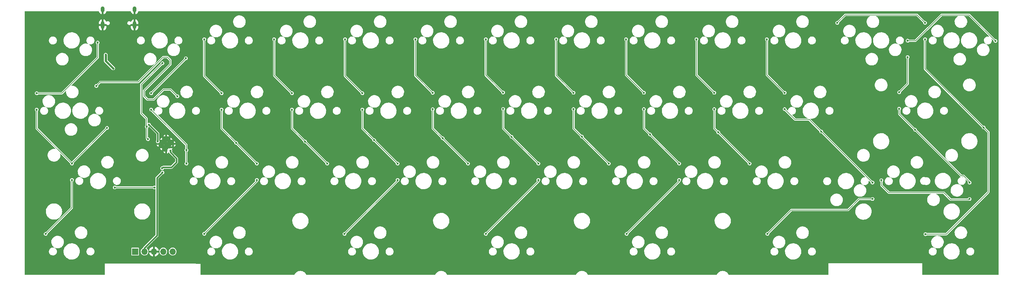
<source format=gbr>
%TF.GenerationSoftware,KiCad,Pcbnew,(6.0.11)*%
%TF.CreationDate,2023-03-06T11:36:10+01:00*%
%TF.ProjectId,kira,6b697261-2e6b-4696-9361-645f70636258,rev?*%
%TF.SameCoordinates,Original*%
%TF.FileFunction,Copper,L1,Top*%
%TF.FilePolarity,Positive*%
%FSLAX46Y46*%
G04 Gerber Fmt 4.6, Leading zero omitted, Abs format (unit mm)*
G04 Created by KiCad (PCBNEW (6.0.11)) date 2023-03-06 11:36:10*
%MOMM*%
%LPD*%
G01*
G04 APERTURE LIST*
%TA.AperFunction,ComponentPad*%
%ADD10O,1.000000X2.100000*%
%TD*%
%TA.AperFunction,ComponentPad*%
%ADD11O,1.000000X1.600000*%
%TD*%
%TA.AperFunction,ComponentPad*%
%ADD12C,0.600000*%
%TD*%
%TA.AperFunction,ComponentPad*%
%ADD13R,1.700000X1.700000*%
%TD*%
%TA.AperFunction,ComponentPad*%
%ADD14O,1.700000X1.700000*%
%TD*%
%TA.AperFunction,ViaPad*%
%ADD15C,0.600000*%
%TD*%
%TA.AperFunction,Conductor*%
%ADD16C,0.381000*%
%TD*%
%TA.AperFunction,Conductor*%
%ADD17C,0.600000*%
%TD*%
%TA.AperFunction,Conductor*%
%ADD18C,0.200000*%
%TD*%
G04 APERTURE END LIST*
D10*
%TO.P,J1,S1,SHIELD*%
%TO.N,GND*%
X47182499Y-41849539D03*
D11*
X47182499Y-37669539D03*
X38542499Y-37669539D03*
D10*
X38542499Y-41849539D03*
%TD*%
D12*
%TO.P,U1,57,GND*%
%TO.N,GND*%
X54857586Y-74975608D03*
X55759147Y-72270925D03*
X55759147Y-75877169D03*
X53956025Y-74074047D03*
X56660708Y-74975608D03*
X55759147Y-74074047D03*
X56660708Y-73172486D03*
X54857586Y-73172486D03*
X57562269Y-74074047D03*
%TD*%
D13*
%TO.P,J2,1,Pin_1*%
%TO.N,RESET*%
X47337500Y-103212500D03*
D14*
%TO.P,J2,2,Pin_2*%
%TO.N,+3V3*%
X49877500Y-103212500D03*
%TO.P,J2,3,Pin_3*%
%TO.N,GND*%
X52417500Y-103212500D03*
%TO.P,J2,4,Pin_4*%
%TO.N,SWD*%
X54957500Y-103212500D03*
%TO.P,J2,5,Pin_5*%
%TO.N,SWCLK*%
X57497500Y-103212500D03*
%TD*%
D15*
%TO.N,GND*%
X45466000Y-60960000D03*
%TO.N,Col1*%
X51689000Y-64770000D03*
%TO.N,VBUS*%
X41402000Y-53594000D03*
X39370000Y-49908000D03*
%TO.N,Col0*%
X37211000Y-46609000D03*
%TO.N,Row1*%
X36830714Y-58366824D03*
X58775600Y-61163200D03*
%TO.N,Row2*%
X41808400Y-85852000D03*
X52561500Y-85852000D03*
%TO.N,Col0*%
X30226000Y-79375000D03*
X39751000Y-69723000D03*
X20701000Y-64770000D03*
X23114000Y-98425000D03*
X30226000Y-83820000D03*
X20701000Y-60325000D03*
%TO.N,Col1*%
X61087000Y-50877000D03*
X51689000Y-60325000D03*
X61214000Y-79375000D03*
X61214000Y-75742800D03*
%TO.N,Col2*%
X66040000Y-45720000D03*
X70739000Y-64770000D03*
X74676000Y-73787000D03*
X80264000Y-83820000D03*
X80264000Y-79375000D03*
X70739000Y-60325000D03*
X66040000Y-98398000D03*
%TO.N,Col3*%
X93345000Y-73406000D03*
X84963000Y-45720000D03*
X89789000Y-64770000D03*
X89789000Y-60325000D03*
X99314000Y-79375000D03*
%TO.N,Col4*%
X118364000Y-83820000D03*
X108839000Y-64770000D03*
X104013000Y-98425000D03*
X104140000Y-45720000D03*
X108839000Y-60325000D03*
X112014000Y-73025000D03*
X118364000Y-79375000D03*
%TO.N,Col5*%
X127889000Y-60225000D03*
X123190000Y-45720000D03*
X127889000Y-64670000D03*
X137414000Y-79375000D03*
X130556000Y-72519500D03*
%TO.N,Col6*%
X146939000Y-64593000D03*
X146939000Y-60148000D03*
X142240000Y-45720000D03*
X156464000Y-79375000D03*
X142240000Y-98425000D03*
X156464000Y-83820000D03*
X149225000Y-72136000D03*
%TO.N,Col7*%
X161290000Y-45720000D03*
X165989000Y-60198000D03*
X175514000Y-79375000D03*
X168249600Y-72085200D03*
X165989000Y-64643000D03*
%TO.N,Col8*%
X185039000Y-60198000D03*
X185039000Y-64643000D03*
X194564000Y-79375000D03*
X180340000Y-98425000D03*
X180213000Y-45720000D03*
X194564000Y-83820000D03*
X186690000Y-71501000D03*
%TO.N,Col9*%
X199263000Y-45720000D03*
X204089000Y-64643000D03*
X205164547Y-70919500D03*
X204089000Y-60198000D03*
X213614000Y-79375000D03*
%TO.N,Col11*%
X273177000Y-88977000D03*
X256413000Y-46101000D03*
X273177000Y-84532000D03*
X280162000Y-46178000D03*
X254127000Y-60071000D03*
X249301000Y-83897000D03*
X256413000Y-50546000D03*
X254127000Y-64516000D03*
X258445000Y-70231000D03*
%TO.N,GND*%
X38100000Y-44577000D03*
X52437114Y-100641489D03*
X35913000Y-55626000D03*
X42672000Y-73152000D03*
X56515000Y-66802000D03*
X84074939Y-57438539D03*
X45720000Y-48133000D03*
X69723000Y-56007000D03*
X54356000Y-85090000D03*
X46609000Y-73533000D03*
X40169500Y-47752000D03*
X52832000Y-82423000D03*
X50329097Y-81698097D03*
X48058451Y-70770398D03*
X39497000Y-104648000D03*
X47752000Y-44577000D03*
X65603084Y-71374000D03*
X64008000Y-50546000D03*
X48768000Y-67056000D03*
%TO.N,Col10*%
X246888000Y-88977000D03*
X223139000Y-64643000D03*
X218440000Y-98425000D03*
X223139000Y-60198000D03*
X233037474Y-70694783D03*
X246888000Y-84532000D03*
X218313000Y-45720000D03*
%TO.N,Col12*%
X261112000Y-41275000D03*
X237363000Y-41275000D03*
X276987000Y-69596000D03*
X261112000Y-45720000D03*
X261239000Y-98502000D03*
%TO.N,+1V1*%
X56883728Y-75919928D03*
X51089500Y-68834000D03*
X53462500Y-73384729D03*
X54653254Y-80647500D03*
%TO.N,+3V3*%
X54737000Y-52197000D03*
X50800000Y-72771000D03*
X54737000Y-81788000D03*
X50503354Y-69384646D03*
%TD*%
D16*
%TO.N,GND*%
X45466000Y-60960000D02*
X45466000Y-63754000D01*
X45466000Y-63754000D02*
X48768000Y-67056000D01*
D17*
%TO.N,VBUS*%
X39370000Y-51562000D02*
X41402000Y-53594000D01*
X39370000Y-49908000D02*
X39370000Y-51562000D01*
D18*
%TO.N,Col0*%
X37211000Y-46609000D02*
X37211000Y-50672496D01*
X27558496Y-60325000D02*
X37211000Y-50672496D01*
%TO.N,Row1*%
X56946800Y-59334400D02*
X58775600Y-61163200D01*
X55067200Y-59334400D02*
X56946800Y-59334400D01*
X52324000Y-62077600D02*
X55067200Y-59334400D01*
X50749200Y-62077600D02*
X52324000Y-62077600D01*
X49784000Y-61112400D02*
X50749200Y-62077600D01*
X49784000Y-59588400D02*
X49784000Y-61112400D01*
X56845200Y-52527200D02*
X49784000Y-59588400D01*
X56845200Y-51358800D02*
X56845200Y-52527200D01*
X54914800Y-50546000D02*
X56032400Y-50546000D01*
X48158400Y-57302400D02*
X54914800Y-50546000D01*
X37895138Y-57302400D02*
X48158400Y-57302400D01*
X56032400Y-50546000D02*
X56845200Y-51358800D01*
X36830714Y-58366824D02*
X37895138Y-57302400D01*
%TO.N,Row2*%
X41808400Y-85852000D02*
X52451000Y-85852000D01*
X52451000Y-85852000D02*
X52561500Y-85852000D01*
%TO.N,Col0*%
X39751000Y-69723000D02*
X30226000Y-79248000D01*
X20701000Y-64770000D02*
X20701000Y-69850000D01*
X30226000Y-79248000D02*
X30226000Y-79375000D01*
X27558496Y-60325000D02*
X20701000Y-60325000D01*
X30226000Y-91313000D02*
X23114000Y-98425000D01*
X20701000Y-69850000D02*
X30226000Y-79375000D01*
X30226000Y-91313000D02*
X30226000Y-83820000D01*
%TO.N,Col1*%
X61087000Y-50927000D02*
X51689000Y-60325000D01*
X61214000Y-74295000D02*
X61214000Y-79375000D01*
X51689000Y-64770000D02*
X61214000Y-74295000D01*
X61087000Y-50877000D02*
X61087000Y-50927000D01*
%TO.N,Col2*%
X66040000Y-55626000D02*
X70739000Y-60325000D01*
X80264000Y-84174000D02*
X66040000Y-98398000D01*
X74676000Y-73787000D02*
X74930000Y-74041000D01*
X70739000Y-64770000D02*
X70739000Y-69850000D01*
X66040000Y-45720000D02*
X66040000Y-55626000D01*
X80264000Y-83820000D02*
X80264000Y-84174000D01*
X70739000Y-69850000D02*
X74930000Y-74041000D01*
X74930000Y-74041000D02*
X80264000Y-79375000D01*
%TO.N,Col3*%
X84963000Y-45720000D02*
X84963000Y-55499000D01*
X89789000Y-64770000D02*
X89789000Y-69850000D01*
X93345000Y-73406000D02*
X92773500Y-72834500D01*
X84963000Y-55499000D02*
X89789000Y-60325000D01*
X92773500Y-72834500D02*
X99314000Y-79375000D01*
X89789000Y-69850000D02*
X92773500Y-72834500D01*
%TO.N,Col4*%
X112014000Y-73025000D02*
X111569500Y-72580500D01*
X108839000Y-64770000D02*
X108839000Y-69850000D01*
X108839000Y-69850000D02*
X111569500Y-72580500D01*
X118364000Y-84074000D02*
X104013000Y-98425000D01*
X111569500Y-72580500D02*
X118364000Y-79375000D01*
X118364000Y-83820000D02*
X118364000Y-84074000D01*
X104140000Y-45720000D02*
X104140000Y-55626000D01*
X104140000Y-55626000D02*
X108839000Y-60325000D01*
%TO.N,Col5*%
X123190000Y-55526000D02*
X127889000Y-60225000D01*
X130871000Y-72834500D02*
X130873500Y-72834500D01*
X127889000Y-64670000D02*
X127889000Y-69850000D01*
X130556000Y-72519500D02*
X130871000Y-72834500D01*
X123190000Y-45720000D02*
X123190000Y-55526000D01*
X130873500Y-72834500D02*
X137414000Y-79375000D01*
X127889000Y-69850000D02*
X130873500Y-72834500D01*
%TO.N,Col6*%
X146939000Y-69850000D02*
X149479000Y-72390000D01*
X149479000Y-72390000D02*
X156464000Y-79375000D01*
X142240000Y-45720000D02*
X142240000Y-55449000D01*
X156464000Y-84201000D02*
X142240000Y-98425000D01*
X156464000Y-83820000D02*
X156464000Y-84201000D01*
X149225000Y-72136000D02*
X149479000Y-72390000D01*
X142240000Y-55449000D02*
X146939000Y-60148000D01*
X146939000Y-64593000D02*
X146939000Y-69850000D01*
%TO.N,Col7*%
X161290000Y-45720000D02*
X161290000Y-55499000D01*
X165989000Y-69850000D02*
X175514000Y-79375000D01*
X161290000Y-55499000D02*
X165989000Y-60198000D01*
X165989000Y-64643000D02*
X165989000Y-69850000D01*
%TO.N,Col8*%
X185039000Y-69850000D02*
X194564000Y-79375000D01*
X180213000Y-45720000D02*
X180213000Y-55372000D01*
X194564000Y-83820000D02*
X194564000Y-84201000D01*
X194564000Y-84201000D02*
X180340000Y-98425000D01*
X180213000Y-55372000D02*
X185039000Y-60198000D01*
X185039000Y-64643000D02*
X185039000Y-69850000D01*
%TO.N,Col9*%
X199263000Y-45720000D02*
X199263000Y-55372000D01*
X205803500Y-71558453D02*
X205803500Y-71564500D01*
X204089000Y-64643000D02*
X204089000Y-69850000D01*
X205164547Y-70919500D02*
X205803500Y-71558453D01*
X204089000Y-69850000D02*
X205803500Y-71564500D01*
X205803500Y-71564500D02*
X213614000Y-79375000D01*
X199263000Y-55372000D02*
X204089000Y-60198000D01*
%TO.N,Col11*%
X265557000Y-39116000D02*
X258572000Y-46101000D01*
X273000000Y-89154000D02*
X273177000Y-88977000D01*
X256413000Y-50546000D02*
X256413000Y-57785000D01*
X258445000Y-70231000D02*
X258826000Y-70612000D01*
X249301000Y-83897000D02*
X249301000Y-85217000D01*
X254127000Y-65913000D02*
X258826000Y-70612000D01*
X280162000Y-46178000D02*
X273100000Y-39116000D01*
X258826000Y-70612000D02*
X270891000Y-82677000D01*
X273177000Y-84328000D02*
X273177000Y-84532000D01*
X256413000Y-57785000D02*
X254127000Y-60071000D01*
X251333000Y-87249000D02*
X266192000Y-87249000D01*
X270891000Y-82677000D02*
X271526000Y-82677000D01*
X271526000Y-82677000D02*
X273177000Y-84328000D01*
X268097000Y-89154000D02*
X273000000Y-89154000D01*
X249301000Y-85217000D02*
X251333000Y-87249000D01*
X258572000Y-46101000D02*
X256413000Y-46101000D01*
X266192000Y-87249000D02*
X268097000Y-89154000D01*
X273100000Y-39116000D02*
X265557000Y-39116000D01*
X254127000Y-64516000D02*
X254127000Y-65913000D01*
D17*
%TO.N,GND*%
X53956025Y-74074047D02*
X55759147Y-75877169D01*
X57116953Y-74074047D02*
X57562269Y-74074047D01*
X54857586Y-74975608D02*
X56660708Y-73172486D01*
X55759147Y-75877169D02*
X55759147Y-75431853D01*
X55759147Y-72270925D02*
X57562269Y-74074047D01*
X54857586Y-73172486D02*
X56660708Y-74975608D01*
X55759147Y-75431853D02*
X57116953Y-74074047D01*
X53956025Y-74074047D02*
X55759147Y-72270925D01*
D18*
%TO.N,Col10*%
X240284000Y-91948000D02*
X243255000Y-88977000D01*
X243255000Y-88977000D02*
X246888000Y-88977000D01*
X233037474Y-70694783D02*
X233050783Y-70694783D01*
X218313000Y-45720000D02*
X218313000Y-55372000D01*
X233050783Y-70694783D02*
X233070000Y-70714000D01*
X233070000Y-70714000D02*
X229793000Y-67437000D01*
X218440000Y-98425000D02*
X224917000Y-91948000D01*
X246888000Y-84532000D02*
X233070000Y-70714000D01*
X218313000Y-55372000D02*
X223139000Y-60198000D01*
X229793000Y-67437000D02*
X225933000Y-67437000D01*
X223139000Y-64643000D02*
X225933000Y-67437000D01*
X224917000Y-91948000D02*
X240284000Y-91948000D01*
%TO.N,Col12*%
X239522000Y-39116000D02*
X258953000Y-39116000D01*
X276987000Y-69596000D02*
X277241000Y-69850000D01*
X237363000Y-41275000D02*
X239522000Y-39116000D01*
X261112000Y-45720000D02*
X261112000Y-53721000D01*
X277241000Y-69850000D02*
X278257000Y-70866000D01*
X278257000Y-87122000D02*
X278257000Y-70866000D01*
X258953000Y-39116000D02*
X261112000Y-41275000D01*
X261112000Y-53721000D02*
X277241000Y-69850000D01*
X261239000Y-98502000D02*
X266877000Y-98502000D01*
X266877000Y-98502000D02*
X278257000Y-87122000D01*
D16*
%TO.N,+1V1*%
X54909754Y-80391000D02*
X54653254Y-80647500D01*
X57150000Y-80391000D02*
X54909754Y-80391000D01*
X56883728Y-75919928D02*
X56883728Y-76314728D01*
X58547000Y-77978000D02*
X58547000Y-78994000D01*
X51089500Y-68834000D02*
X53462500Y-71207000D01*
X53462500Y-71207000D02*
X53462500Y-73384729D01*
X56883728Y-76314728D02*
X58547000Y-77978000D01*
X58547000Y-78994000D02*
X57150000Y-80391000D01*
D18*
%TO.N,+3V3*%
X49022000Y-57912000D02*
X54737000Y-52197000D01*
X49022000Y-57912000D02*
X49022000Y-65786000D01*
X49022000Y-65786000D02*
X50419000Y-67183000D01*
X50503354Y-69384646D02*
X50419000Y-69300292D01*
D16*
X54737000Y-81788000D02*
X53252000Y-83273000D01*
X53252000Y-98850088D02*
X49877500Y-102224588D01*
D18*
X50419000Y-69300292D02*
X50419000Y-67183000D01*
X50503354Y-69384646D02*
X50503354Y-72474354D01*
D16*
X53252000Y-83273000D02*
X53252000Y-98850088D01*
X49877500Y-102224588D02*
X49877500Y-103212500D01*
D18*
X50503354Y-72474354D02*
X50800000Y-72771000D01*
%TD*%
%TA.AperFunction,Conductor*%
%TO.N,GND*%
G36*
X37540078Y-38103427D02*
G01*
X37543449Y-38110558D01*
X37548856Y-38165703D01*
X37549077Y-38166823D01*
X37605885Y-38354977D01*
X37606312Y-38356013D01*
X37698587Y-38529558D01*
X37699210Y-38530496D01*
X37823432Y-38682807D01*
X37824230Y-38683610D01*
X37975668Y-38808890D01*
X37976604Y-38809522D01*
X38149486Y-38902999D01*
X38150543Y-38903443D01*
X38286277Y-38945459D01*
X38288050Y-38945295D01*
X38288499Y-38944754D01*
X38288499Y-38100000D01*
X38796499Y-38100000D01*
X38796499Y-38943251D01*
X38797181Y-38944896D01*
X38797859Y-38945178D01*
X38921383Y-38908823D01*
X38922431Y-38908400D01*
X39096610Y-38817341D01*
X39097559Y-38816720D01*
X39250727Y-38693570D01*
X39251537Y-38692778D01*
X39377872Y-38542216D01*
X39378511Y-38541283D01*
X39473197Y-38369051D01*
X39473643Y-38368010D01*
X39533069Y-38180673D01*
X39533306Y-38179560D01*
X39541064Y-38110396D01*
X39545392Y-38102556D01*
X39552691Y-38100000D01*
X46171805Y-38100000D01*
X46180078Y-38103427D01*
X46183449Y-38110558D01*
X46188856Y-38165703D01*
X46189077Y-38166823D01*
X46245885Y-38354977D01*
X46246312Y-38356013D01*
X46338587Y-38529558D01*
X46339210Y-38530496D01*
X46463432Y-38682807D01*
X46464230Y-38683610D01*
X46615668Y-38808890D01*
X46616604Y-38809522D01*
X46789486Y-38902999D01*
X46790543Y-38903443D01*
X46926277Y-38945459D01*
X46928050Y-38945295D01*
X46928499Y-38944754D01*
X46928499Y-38100000D01*
X47436499Y-38100000D01*
X47436499Y-38943251D01*
X47437181Y-38944896D01*
X47437859Y-38945178D01*
X47561383Y-38908823D01*
X47562431Y-38908400D01*
X47736610Y-38817341D01*
X47737559Y-38816720D01*
X47890727Y-38693570D01*
X47891537Y-38692778D01*
X48017872Y-38542216D01*
X48018511Y-38541283D01*
X48113197Y-38369051D01*
X48113643Y-38368010D01*
X48173069Y-38180673D01*
X48173306Y-38179560D01*
X48181064Y-38110396D01*
X48185392Y-38102556D01*
X48192691Y-38100000D01*
X280975800Y-38100000D01*
X280984073Y-38103427D01*
X280987500Y-38111700D01*
X280987500Y-109525800D01*
X280984073Y-109534073D01*
X280975800Y-109537500D01*
X260361700Y-109537500D01*
X260353427Y-109534073D01*
X260350000Y-109525800D01*
X260350000Y-106362500D01*
X260347673Y-106362500D01*
X258984747Y-106362518D01*
X234950000Y-106362536D01*
X234950000Y-109525800D01*
X234946573Y-109534073D01*
X234938300Y-109537500D01*
X233172000Y-109537539D01*
X207989096Y-109537560D01*
X207980823Y-109534133D01*
X207978018Y-109529623D01*
X207965900Y-109493924D01*
X207844953Y-109261090D01*
X207736107Y-109112098D01*
X207690442Y-109049590D01*
X207690437Y-109049584D01*
X207690179Y-109049231D01*
X207505140Y-108863220D01*
X207354914Y-108752261D01*
X207294455Y-108707605D01*
X207294449Y-108707601D01*
X207294094Y-108707339D01*
X207126439Y-108619132D01*
X207062297Y-108585385D01*
X207062292Y-108585383D01*
X207061897Y-108585175D01*
X206879618Y-108522233D01*
X206814311Y-108499682D01*
X206814307Y-108499681D01*
X206813893Y-108499538D01*
X206813466Y-108499460D01*
X206813462Y-108499459D01*
X206722485Y-108482844D01*
X206555790Y-108452400D01*
X206555424Y-108452381D01*
X206555417Y-108452380D01*
X206472140Y-108448016D01*
X206471835Y-108448000D01*
X206308284Y-108448000D01*
X206308080Y-108448016D01*
X206308067Y-108448016D01*
X206114979Y-108462705D01*
X206113383Y-108462826D01*
X206112955Y-108462925D01*
X206112950Y-108462926D01*
X205955337Y-108499459D01*
X205857787Y-108522070D01*
X205614092Y-108619294D01*
X205613716Y-108619515D01*
X205613712Y-108619517D01*
X205535955Y-108665228D01*
X205387908Y-108752261D01*
X205184439Y-108917911D01*
X205087446Y-109025067D01*
X205026104Y-109092837D01*
X205008368Y-109112431D01*
X204863745Y-109331346D01*
X204863556Y-109331756D01*
X204771815Y-109530760D01*
X204765240Y-109536839D01*
X204761190Y-109537562D01*
X169889107Y-109537591D01*
X169880834Y-109534164D01*
X169878028Y-109529652D01*
X169878018Y-109529621D01*
X169865900Y-109493924D01*
X169744953Y-109261090D01*
X169636107Y-109112098D01*
X169590442Y-109049590D01*
X169590437Y-109049584D01*
X169590179Y-109049231D01*
X169405140Y-108863220D01*
X169254914Y-108752261D01*
X169194455Y-108707605D01*
X169194449Y-108707601D01*
X169194094Y-108707339D01*
X169026439Y-108619132D01*
X168962297Y-108585385D01*
X168962292Y-108585383D01*
X168961897Y-108585175D01*
X168779618Y-108522233D01*
X168714311Y-108499682D01*
X168714307Y-108499681D01*
X168713893Y-108499538D01*
X168713466Y-108499460D01*
X168713462Y-108499459D01*
X168622485Y-108482844D01*
X168455790Y-108452400D01*
X168455424Y-108452381D01*
X168455417Y-108452380D01*
X168372140Y-108448016D01*
X168371835Y-108448000D01*
X168208284Y-108448000D01*
X168208080Y-108448016D01*
X168208067Y-108448016D01*
X168014979Y-108462705D01*
X168013383Y-108462826D01*
X168012955Y-108462925D01*
X168012950Y-108462926D01*
X167855337Y-108499459D01*
X167757787Y-108522070D01*
X167514092Y-108619294D01*
X167513716Y-108619515D01*
X167513712Y-108619517D01*
X167435955Y-108665228D01*
X167287908Y-108752261D01*
X167084439Y-108917911D01*
X166987446Y-109025067D01*
X166926104Y-109092837D01*
X166908368Y-109112431D01*
X166763745Y-109331346D01*
X166671800Y-109530793D01*
X166665226Y-109536871D01*
X166661176Y-109537594D01*
X131789118Y-109537623D01*
X131780845Y-109534196D01*
X131778039Y-109529684D01*
X131766043Y-109494344D01*
X131766041Y-109494339D01*
X131765900Y-109493924D01*
X131644953Y-109261090D01*
X131536107Y-109112098D01*
X131490442Y-109049590D01*
X131490437Y-109049584D01*
X131490179Y-109049231D01*
X131305140Y-108863220D01*
X131154914Y-108752261D01*
X131094455Y-108707605D01*
X131094449Y-108707601D01*
X131094094Y-108707339D01*
X130926439Y-108619132D01*
X130862297Y-108585385D01*
X130862292Y-108585383D01*
X130861897Y-108585175D01*
X130679618Y-108522233D01*
X130614311Y-108499682D01*
X130614307Y-108499681D01*
X130613893Y-108499538D01*
X130613466Y-108499460D01*
X130613462Y-108499459D01*
X130522485Y-108482844D01*
X130355790Y-108452400D01*
X130355424Y-108452381D01*
X130355417Y-108452380D01*
X130272140Y-108448016D01*
X130271835Y-108448000D01*
X130108284Y-108448000D01*
X130108080Y-108448016D01*
X130108067Y-108448016D01*
X129914979Y-108462705D01*
X129913383Y-108462826D01*
X129912955Y-108462925D01*
X129912950Y-108462926D01*
X129755337Y-108499459D01*
X129657787Y-108522070D01*
X129414092Y-108619294D01*
X129413716Y-108619515D01*
X129413712Y-108619517D01*
X129335955Y-108665228D01*
X129187908Y-108752261D01*
X128984439Y-108917911D01*
X128887446Y-109025067D01*
X128826104Y-109092837D01*
X128808368Y-109112431D01*
X128663745Y-109331346D01*
X128663556Y-109331756D01*
X128571786Y-109530823D01*
X128565211Y-109536902D01*
X128561161Y-109537625D01*
X93689128Y-109537654D01*
X93680855Y-109534227D01*
X93678049Y-109529715D01*
X93678039Y-109529684D01*
X93665900Y-109493924D01*
X93544953Y-109261090D01*
X93436107Y-109112098D01*
X93390442Y-109049590D01*
X93390437Y-109049584D01*
X93390179Y-109049231D01*
X93205140Y-108863220D01*
X93054914Y-108752261D01*
X92994455Y-108707605D01*
X92994449Y-108707601D01*
X92994094Y-108707339D01*
X92826439Y-108619132D01*
X92762297Y-108585385D01*
X92762292Y-108585383D01*
X92761897Y-108585175D01*
X92579618Y-108522233D01*
X92514311Y-108499682D01*
X92514307Y-108499681D01*
X92513893Y-108499538D01*
X92513466Y-108499460D01*
X92513462Y-108499459D01*
X92422485Y-108482844D01*
X92255790Y-108452400D01*
X92255424Y-108452381D01*
X92255417Y-108452380D01*
X92172140Y-108448016D01*
X92171835Y-108448000D01*
X92008284Y-108448000D01*
X92008080Y-108448016D01*
X92008067Y-108448016D01*
X91814979Y-108462705D01*
X91813383Y-108462826D01*
X91812955Y-108462925D01*
X91812950Y-108462926D01*
X91655337Y-108499459D01*
X91557787Y-108522070D01*
X91314092Y-108619294D01*
X91313716Y-108619515D01*
X91313712Y-108619517D01*
X91235955Y-108665228D01*
X91087908Y-108752261D01*
X90884439Y-108917911D01*
X90787446Y-109025067D01*
X90726104Y-109092837D01*
X90708368Y-109112431D01*
X90563745Y-109331346D01*
X90471771Y-109530856D01*
X90465197Y-109536934D01*
X90461147Y-109537657D01*
X69849129Y-109537674D01*
X65035678Y-109537591D01*
X65027405Y-109534164D01*
X65023978Y-109525892D01*
X65023951Y-109049590D01*
X65023805Y-106553000D01*
X65021608Y-106552908D01*
X65021607Y-106552908D01*
X64015771Y-106510993D01*
X63500000Y-106489500D01*
X39116000Y-106489500D01*
X39116000Y-109525800D01*
X39112573Y-109534073D01*
X39104300Y-109537500D01*
X17474200Y-109537500D01*
X17465927Y-109534073D01*
X17462500Y-109525800D01*
X17462500Y-103129539D01*
X24009179Y-103129539D01*
X24012363Y-103198334D01*
X24013736Y-103227991D01*
X24018667Y-103334545D01*
X24018796Y-103335082D01*
X24018797Y-103335086D01*
X24050610Y-103467088D01*
X24066750Y-103534057D01*
X24151693Y-103720878D01*
X24152014Y-103721331D01*
X24152016Y-103721334D01*
X24214701Y-103809703D01*
X24270430Y-103888266D01*
X24418677Y-104030182D01*
X24419142Y-104030482D01*
X24419143Y-104030483D01*
X24427172Y-104035667D01*
X24591085Y-104141505D01*
X24591601Y-104141713D01*
X24780918Y-104218010D01*
X24780923Y-104218012D01*
X24781433Y-104218217D01*
X24982853Y-104257552D01*
X24983277Y-104257573D01*
X24983279Y-104257573D01*
X24988128Y-104257810D01*
X24988251Y-104257816D01*
X25139554Y-104257816D01*
X25139835Y-104257789D01*
X25139839Y-104257789D01*
X25292027Y-104243269D01*
X25292031Y-104243268D01*
X25292578Y-104243216D01*
X25293105Y-104243061D01*
X25293107Y-104243061D01*
X25419117Y-104206094D01*
X25489504Y-104185445D01*
X25671952Y-104091478D01*
X25833340Y-103964705D01*
X25849448Y-103946143D01*
X25967480Y-103810124D01*
X25967482Y-103810122D01*
X25967845Y-103809703D01*
X25968122Y-103809224D01*
X25968125Y-103809220D01*
X26070330Y-103632550D01*
X26070331Y-103632547D01*
X26070612Y-103632062D01*
X26074648Y-103620440D01*
X26137756Y-103438711D01*
X26137757Y-103438706D01*
X26137935Y-103438194D01*
X26167383Y-103235093D01*
X26167072Y-103228375D01*
X27969452Y-103228375D01*
X27970613Y-103241642D01*
X27990337Y-103467088D01*
X27994859Y-103518779D01*
X27994942Y-103519152D01*
X27994943Y-103519156D01*
X28021449Y-103637734D01*
X28058451Y-103803273D01*
X28159110Y-104076856D01*
X28295069Y-104334724D01*
X28463937Y-104572345D01*
X28468771Y-104577529D01*
X28602647Y-104721093D01*
X28662749Y-104785545D01*
X28663044Y-104785787D01*
X28663050Y-104785793D01*
X28827412Y-104920800D01*
X28888012Y-104970577D01*
X28888341Y-104970781D01*
X28888348Y-104970786D01*
X29135442Y-105123991D01*
X29135448Y-105123994D01*
X29135767Y-105124192D01*
X29313873Y-105204236D01*
X29337365Y-105214794D01*
X29401663Y-105243691D01*
X29681027Y-105326973D01*
X29968952Y-105372576D01*
X29969273Y-105372591D01*
X29969277Y-105372591D01*
X30034077Y-105375533D01*
X30060127Y-105376716D01*
X30242219Y-105376716D01*
X30242394Y-105376704D01*
X30242406Y-105376704D01*
X30458769Y-105362333D01*
X30458775Y-105362332D01*
X30459154Y-105362307D01*
X30459531Y-105362231D01*
X30744533Y-105304765D01*
X30744541Y-105304763D01*
X30744917Y-105304687D01*
X30906685Y-105248986D01*
X31020189Y-105209904D01*
X31020194Y-105209902D01*
X31020548Y-105209780D01*
X31281207Y-105079252D01*
X31522312Y-104915397D01*
X31522603Y-104915137D01*
X31739339Y-104721353D01*
X31739345Y-104721347D01*
X31739629Y-104721093D01*
X31862435Y-104577813D01*
X31889012Y-104546805D01*
X52671500Y-104546805D01*
X52672182Y-104548450D01*
X52673277Y-104548904D01*
X52700337Y-104545438D01*
X52701267Y-104545240D01*
X52914247Y-104481343D01*
X52915129Y-104480997D01*
X53114806Y-104383176D01*
X53115628Y-104382686D01*
X53296650Y-104253566D01*
X53297369Y-104252958D01*
X53454877Y-104095998D01*
X53455494Y-104095272D01*
X53585239Y-103914712D01*
X53585735Y-103913888D01*
X53684254Y-103714551D01*
X53684602Y-103713673D01*
X53749241Y-103500919D01*
X53749442Y-103499989D01*
X53753547Y-103468806D01*
X53753087Y-103467088D01*
X53752069Y-103466500D01*
X52673827Y-103466500D01*
X52672182Y-103467182D01*
X52671500Y-103468827D01*
X52671500Y-104546805D01*
X31889012Y-104546805D01*
X31929081Y-104500055D01*
X31929082Y-104500054D01*
X31929338Y-104499755D01*
X32005046Y-104383176D01*
X32083089Y-104263000D01*
X32088108Y-104255271D01*
X32139810Y-104146388D01*
X32212984Y-103992284D01*
X32212985Y-103992281D01*
X32213149Y-103991936D01*
X32217857Y-103977274D01*
X32279663Y-103784769D01*
X32302263Y-103714377D01*
X32353886Y-103427471D01*
X32357846Y-103340270D01*
X32367093Y-103136641D01*
X32367093Y-103136635D01*
X32367110Y-103136257D01*
X32366522Y-103129539D01*
X34169179Y-103129539D01*
X34172363Y-103198334D01*
X34173736Y-103227991D01*
X34178667Y-103334545D01*
X34178796Y-103335082D01*
X34178797Y-103335086D01*
X34210610Y-103467088D01*
X34226750Y-103534057D01*
X34311693Y-103720878D01*
X34312014Y-103721331D01*
X34312016Y-103721334D01*
X34374701Y-103809703D01*
X34430430Y-103888266D01*
X34578677Y-104030182D01*
X34579142Y-104030482D01*
X34579143Y-104030483D01*
X34587172Y-104035667D01*
X34751085Y-104141505D01*
X34751601Y-104141713D01*
X34940918Y-104218010D01*
X34940923Y-104218012D01*
X34941433Y-104218217D01*
X35142853Y-104257552D01*
X35143277Y-104257573D01*
X35143279Y-104257573D01*
X35148128Y-104257810D01*
X35148251Y-104257816D01*
X35299554Y-104257816D01*
X35299835Y-104257789D01*
X35299839Y-104257789D01*
X35452027Y-104243269D01*
X35452031Y-104243268D01*
X35452578Y-104243216D01*
X35453105Y-104243061D01*
X35453107Y-104243061D01*
X35579117Y-104206094D01*
X35649504Y-104185445D01*
X35831952Y-104091478D01*
X35843702Y-104082248D01*
X46287000Y-104082248D01*
X46287113Y-104082815D01*
X46287113Y-104082817D01*
X46291279Y-104103758D01*
X46298633Y-104140731D01*
X46342948Y-104207052D01*
X46343906Y-104207692D01*
X46404829Y-104248400D01*
X46409269Y-104251367D01*
X46410398Y-104251592D01*
X46410399Y-104251592D01*
X46467183Y-104262887D01*
X46467185Y-104262887D01*
X46467752Y-104263000D01*
X48207248Y-104263000D01*
X48207815Y-104262887D01*
X48207817Y-104262887D01*
X48264601Y-104251592D01*
X48264602Y-104251592D01*
X48265731Y-104251367D01*
X48270172Y-104248400D01*
X48331094Y-104207692D01*
X48332052Y-104207052D01*
X48376367Y-104140731D01*
X48383722Y-104103758D01*
X48387887Y-104082817D01*
X48387887Y-104082815D01*
X48388000Y-104082248D01*
X48388000Y-102342752D01*
X48387150Y-102338477D01*
X48376592Y-102285399D01*
X48376592Y-102285398D01*
X48376367Y-102284269D01*
X48370148Y-102274961D01*
X48341760Y-102232477D01*
X48332052Y-102217948D01*
X48295046Y-102193221D01*
X48266689Y-102174273D01*
X48265731Y-102173633D01*
X48264602Y-102173408D01*
X48264601Y-102173408D01*
X48207817Y-102162113D01*
X48207815Y-102162113D01*
X48207248Y-102162000D01*
X46467752Y-102162000D01*
X46467185Y-102162113D01*
X46467183Y-102162113D01*
X46410399Y-102173408D01*
X46410398Y-102173408D01*
X46409269Y-102173633D01*
X46408311Y-102174273D01*
X46379954Y-102193221D01*
X46342948Y-102217948D01*
X46333240Y-102232477D01*
X46304853Y-102274961D01*
X46298633Y-102284269D01*
X46298408Y-102285398D01*
X46298408Y-102285399D01*
X46287850Y-102338477D01*
X46287000Y-102342752D01*
X46287000Y-104082248D01*
X35843702Y-104082248D01*
X35993340Y-103964705D01*
X36009448Y-103946143D01*
X36127480Y-103810124D01*
X36127482Y-103810122D01*
X36127845Y-103809703D01*
X36128122Y-103809224D01*
X36128125Y-103809220D01*
X36230330Y-103632550D01*
X36230331Y-103632547D01*
X36230612Y-103632062D01*
X36234648Y-103620440D01*
X36297756Y-103438711D01*
X36297757Y-103438706D01*
X36297935Y-103438194D01*
X36327383Y-103235093D01*
X36323031Y-103141054D01*
X36317921Y-103030644D01*
X36317921Y-103030642D01*
X36317895Y-103030087D01*
X36269812Y-102830575D01*
X36184869Y-102643754D01*
X36174296Y-102628848D01*
X36066456Y-102476823D01*
X36066132Y-102476366D01*
X35917885Y-102334450D01*
X35909795Y-102329226D01*
X35830585Y-102278081D01*
X35745477Y-102223127D01*
X35726850Y-102215620D01*
X35555644Y-102146622D01*
X35555639Y-102146620D01*
X35555129Y-102146415D01*
X35353709Y-102107080D01*
X35353285Y-102107059D01*
X35353283Y-102107059D01*
X35348434Y-102106822D01*
X35348433Y-102106822D01*
X35348311Y-102106816D01*
X35197008Y-102106816D01*
X35196727Y-102106843D01*
X35196723Y-102106843D01*
X35044535Y-102121363D01*
X35044531Y-102121364D01*
X35043984Y-102121416D01*
X35043457Y-102121571D01*
X35043455Y-102121571D01*
X35001395Y-102133910D01*
X34847058Y-102179187D01*
X34664610Y-102273154D01*
X34503222Y-102399927D01*
X34502860Y-102400344D01*
X34502858Y-102400346D01*
X34431996Y-102482007D01*
X34368717Y-102554929D01*
X34368440Y-102555408D01*
X34368437Y-102555412D01*
X34266232Y-102732082D01*
X34265950Y-102732570D01*
X34265767Y-102733096D01*
X34265766Y-102733099D01*
X34198806Y-102925921D01*
X34198805Y-102925926D01*
X34198627Y-102926438D01*
X34198549Y-102926978D01*
X34198548Y-102926981D01*
X34194271Y-102956479D01*
X34169179Y-103129539D01*
X32366522Y-103129539D01*
X32354629Y-102993600D01*
X32341737Y-102846239D01*
X32341736Y-102846236D01*
X32341703Y-102845853D01*
X32339569Y-102836303D01*
X32297899Y-102649885D01*
X32278111Y-102561359D01*
X32177452Y-102287776D01*
X32041493Y-102029908D01*
X31872625Y-101792287D01*
X31789967Y-101703647D01*
X31674079Y-101579372D01*
X31674077Y-101579370D01*
X31673813Y-101579087D01*
X31673518Y-101578845D01*
X31673512Y-101578839D01*
X31448857Y-101394307D01*
X31448855Y-101394306D01*
X31448550Y-101394055D01*
X31448221Y-101393851D01*
X31448214Y-101393846D01*
X31201120Y-101240641D01*
X31201114Y-101240638D01*
X31200795Y-101240440D01*
X31010078Y-101154728D01*
X30935251Y-101121099D01*
X30935249Y-101121098D01*
X30934899Y-101120941D01*
X30655535Y-101037659D01*
X30367610Y-100992056D01*
X30367289Y-100992041D01*
X30367285Y-100992041D01*
X30302485Y-100989099D01*
X30276435Y-100987916D01*
X30094343Y-100987916D01*
X30094168Y-100987928D01*
X30094156Y-100987928D01*
X29877793Y-101002299D01*
X29877787Y-101002300D01*
X29877408Y-101002325D01*
X29877031Y-101002401D01*
X29592029Y-101059867D01*
X29592021Y-101059869D01*
X29591645Y-101059945D01*
X29556452Y-101072063D01*
X29316373Y-101154728D01*
X29316368Y-101154730D01*
X29316014Y-101154852D01*
X29055355Y-101285380D01*
X28814250Y-101449235D01*
X28813961Y-101449494D01*
X28813959Y-101449495D01*
X28597223Y-101643279D01*
X28597217Y-101643285D01*
X28596933Y-101643539D01*
X28596681Y-101643833D01*
X28596679Y-101643835D01*
X28407481Y-101864577D01*
X28407224Y-101864877D01*
X28407011Y-101865205D01*
X28407008Y-101865209D01*
X28324735Y-101991899D01*
X28248454Y-102109361D01*
X28248284Y-102109719D01*
X28131649Y-102355352D01*
X28123413Y-102372696D01*
X28123296Y-102373061D01*
X28123295Y-102373063D01*
X28092706Y-102468337D01*
X28034299Y-102650255D01*
X27982676Y-102937161D01*
X27982659Y-102937542D01*
X27982658Y-102937548D01*
X27970158Y-103212832D01*
X27969452Y-103228375D01*
X26167072Y-103228375D01*
X26163031Y-103141054D01*
X26157921Y-103030644D01*
X26157921Y-103030642D01*
X26157895Y-103030087D01*
X26109812Y-102830575D01*
X26024869Y-102643754D01*
X26014296Y-102628848D01*
X25906456Y-102476823D01*
X25906132Y-102476366D01*
X25757885Y-102334450D01*
X25749795Y-102329226D01*
X25670585Y-102278081D01*
X25585477Y-102223127D01*
X25566850Y-102215620D01*
X25395644Y-102146622D01*
X25395639Y-102146620D01*
X25395129Y-102146415D01*
X25193709Y-102107080D01*
X25193285Y-102107059D01*
X25193283Y-102107059D01*
X25188434Y-102106822D01*
X25188433Y-102106822D01*
X25188311Y-102106816D01*
X25037008Y-102106816D01*
X25036727Y-102106843D01*
X25036723Y-102106843D01*
X24884535Y-102121363D01*
X24884531Y-102121364D01*
X24883984Y-102121416D01*
X24883457Y-102121571D01*
X24883455Y-102121571D01*
X24841395Y-102133910D01*
X24687058Y-102179187D01*
X24504610Y-102273154D01*
X24343222Y-102399927D01*
X24342860Y-102400344D01*
X24342858Y-102400346D01*
X24271996Y-102482007D01*
X24208717Y-102554929D01*
X24208440Y-102555408D01*
X24208437Y-102555412D01*
X24106232Y-102732082D01*
X24105950Y-102732570D01*
X24105767Y-102733096D01*
X24105766Y-102733099D01*
X24038806Y-102925921D01*
X24038805Y-102925926D01*
X24038627Y-102926438D01*
X24038549Y-102926978D01*
X24038548Y-102926981D01*
X24034271Y-102956479D01*
X24009179Y-103129539D01*
X17462500Y-103129539D01*
X17462500Y-100553057D01*
X24655114Y-100553057D01*
X24655124Y-100553494D01*
X24655124Y-100553499D01*
X24659454Y-100737198D01*
X24661210Y-100811706D01*
X24706359Y-101066458D01*
X24706502Y-101066879D01*
X24782506Y-101290779D01*
X24789522Y-101311449D01*
X24789725Y-101311840D01*
X24789726Y-101311842D01*
X24875492Y-101476947D01*
X24908786Y-101541041D01*
X24909052Y-101541405D01*
X25061143Y-101749593D01*
X25061148Y-101749599D01*
X25061406Y-101749952D01*
X25061717Y-101750264D01*
X25061719Y-101750267D01*
X25066563Y-101755136D01*
X25243870Y-101933374D01*
X25244228Y-101933639D01*
X25244231Y-101933641D01*
X25451618Y-102086820D01*
X25451624Y-102086824D01*
X25451979Y-102087086D01*
X25526982Y-102126547D01*
X25680544Y-102207340D01*
X25680549Y-102207342D01*
X25680944Y-102207550D01*
X25820000Y-102255567D01*
X25925078Y-102291851D01*
X25925082Y-102291852D01*
X25925496Y-102291995D01*
X25925923Y-102292073D01*
X25925927Y-102292074D01*
X26015631Y-102308457D01*
X26180007Y-102338477D01*
X26180373Y-102338496D01*
X26180380Y-102338497D01*
X26256889Y-102342506D01*
X26262800Y-102342816D01*
X26424063Y-102342816D01*
X26424267Y-102342800D01*
X26424280Y-102342800D01*
X26615810Y-102328230D01*
X26616257Y-102328196D01*
X26616685Y-102328097D01*
X26616690Y-102328096D01*
X26777458Y-102290832D01*
X26868296Y-102269777D01*
X26943758Y-102239671D01*
X27108193Y-102174068D01*
X27108599Y-102173906D01*
X27108975Y-102173685D01*
X27108979Y-102173683D01*
X27213455Y-102112264D01*
X27331635Y-102042789D01*
X27532272Y-101879445D01*
X27649809Y-101749593D01*
X27705593Y-101687964D01*
X27705595Y-101687961D01*
X27705894Y-101687631D01*
X27773989Y-101584556D01*
X27802999Y-101540643D01*
X27848503Y-101471763D01*
X27858889Y-101449235D01*
X27956633Y-101237211D01*
X27956634Y-101237208D01*
X27956819Y-101236807D01*
X28025744Y-100997225D01*
X28028226Y-100988599D01*
X28028226Y-100988597D01*
X28028349Y-100988171D01*
X28061448Y-100731575D01*
X28061438Y-100731133D01*
X28055363Y-100473373D01*
X28055362Y-100473367D01*
X28055352Y-100472926D01*
X28010203Y-100218174D01*
X27995683Y-100175401D01*
X27927183Y-99973603D01*
X27927181Y-99973598D01*
X27927040Y-99973183D01*
X27843763Y-99812869D01*
X27807983Y-99743989D01*
X27807981Y-99743986D01*
X27807776Y-99743591D01*
X27756119Y-99672881D01*
X27655419Y-99535039D01*
X27655414Y-99535033D01*
X27655156Y-99534680D01*
X27628813Y-99508198D01*
X27561872Y-99440907D01*
X27472692Y-99351258D01*
X27472331Y-99350991D01*
X27264944Y-99197812D01*
X27264938Y-99197808D01*
X27264583Y-99197546D01*
X27109418Y-99115910D01*
X27036018Y-99077292D01*
X27036013Y-99077290D01*
X27035618Y-99077082D01*
X26870422Y-99020039D01*
X26791484Y-98992781D01*
X26791480Y-98992780D01*
X26791066Y-98992637D01*
X26790639Y-98992559D01*
X26790635Y-98992558D01*
X26680368Y-98972420D01*
X26536555Y-98946155D01*
X26536189Y-98946136D01*
X26536182Y-98946135D01*
X26454067Y-98941832D01*
X26453762Y-98941816D01*
X26292499Y-98941816D01*
X26292295Y-98941832D01*
X26292282Y-98941832D01*
X26101815Y-98956321D01*
X26100305Y-98956436D01*
X26099877Y-98956535D01*
X26099872Y-98956536D01*
X25944463Y-98992558D01*
X25848266Y-99014855D01*
X25847859Y-99015017D01*
X25847857Y-99015018D01*
X25691766Y-99077292D01*
X25607963Y-99110726D01*
X25607587Y-99110947D01*
X25607583Y-99110949D01*
X25598765Y-99116133D01*
X25384927Y-99241843D01*
X25384583Y-99242123D01*
X25352832Y-99267972D01*
X25184290Y-99405187D01*
X25096198Y-99502509D01*
X25051157Y-99552270D01*
X25010668Y-99597001D01*
X25010422Y-99597374D01*
X25010420Y-99597376D01*
X24986435Y-99633683D01*
X24868059Y-99812869D01*
X24867870Y-99813279D01*
X24791764Y-99978367D01*
X24759743Y-100047825D01*
X24688213Y-100296461D01*
X24688156Y-100296901D01*
X24688156Y-100296902D01*
X24687544Y-100301645D01*
X24655114Y-100553057D01*
X17462500Y-100553057D01*
X17462500Y-98418823D01*
X22608391Y-98418823D01*
X22626980Y-98560979D01*
X22684720Y-98692203D01*
X22692948Y-98701991D01*
X22775523Y-98800226D01*
X22776970Y-98801948D01*
X22777663Y-98802410D01*
X22777665Y-98802411D01*
X22795793Y-98814478D01*
X22896313Y-98881390D01*
X23033157Y-98924142D01*
X23114378Y-98925631D01*
X23175668Y-98926755D01*
X23175670Y-98926755D01*
X23176499Y-98926770D01*
X23314817Y-98889060D01*
X23370881Y-98854637D01*
X23436286Y-98814478D01*
X23436287Y-98814478D01*
X23436991Y-98814045D01*
X23447522Y-98802411D01*
X23470854Y-98776633D01*
X23533200Y-98707754D01*
X23535797Y-98702395D01*
X23566635Y-98638743D01*
X23595710Y-98578733D01*
X23598569Y-98561743D01*
X23619422Y-98437794D01*
X23619496Y-98437354D01*
X23619647Y-98425000D01*
X23618881Y-98419649D01*
X23610371Y-98360223D01*
X23612591Y-98351547D01*
X23613680Y-98350291D01*
X23950914Y-98013057D01*
X31005114Y-98013057D01*
X31005124Y-98013494D01*
X31005124Y-98013499D01*
X31010722Y-98250987D01*
X31011210Y-98271706D01*
X31056359Y-98526458D01*
X31056502Y-98526879D01*
X31138833Y-98769419D01*
X31139522Y-98771449D01*
X31139725Y-98771840D01*
X31139726Y-98771842D01*
X31243919Y-98972420D01*
X31258786Y-99001041D01*
X31268878Y-99014855D01*
X31411143Y-99209593D01*
X31411148Y-99209599D01*
X31411406Y-99209952D01*
X31411717Y-99210264D01*
X31411719Y-99210267D01*
X31448287Y-99247027D01*
X31593870Y-99393374D01*
X31594228Y-99393639D01*
X31594231Y-99393641D01*
X31801618Y-99546820D01*
X31801624Y-99546824D01*
X31801979Y-99547086D01*
X31812228Y-99552478D01*
X32030544Y-99667340D01*
X32030549Y-99667342D01*
X32030944Y-99667550D01*
X32170000Y-99715567D01*
X32275078Y-99751851D01*
X32275082Y-99751852D01*
X32275496Y-99751995D01*
X32275923Y-99752073D01*
X32275927Y-99752074D01*
X32365631Y-99768457D01*
X32530007Y-99798477D01*
X32530373Y-99798496D01*
X32530380Y-99798497D01*
X32606889Y-99802506D01*
X32612800Y-99802816D01*
X32774063Y-99802816D01*
X32774267Y-99802800D01*
X32774280Y-99802800D01*
X32965810Y-99788230D01*
X32966257Y-99788196D01*
X32966685Y-99788097D01*
X32966690Y-99788096D01*
X33137903Y-99748411D01*
X33218296Y-99729777D01*
X33374270Y-99667550D01*
X33458193Y-99634068D01*
X33458599Y-99633906D01*
X33458975Y-99633685D01*
X33458979Y-99633683D01*
X33535713Y-99588573D01*
X33681635Y-99502789D01*
X33882272Y-99339445D01*
X34035321Y-99170360D01*
X34055593Y-99147964D01*
X34055595Y-99147961D01*
X34055894Y-99147631D01*
X34098309Y-99083428D01*
X34178712Y-98961720D01*
X34198503Y-98931763D01*
X34230535Y-98862280D01*
X34306633Y-98697211D01*
X34306634Y-98697208D01*
X34306819Y-98696807D01*
X34364876Y-98495002D01*
X34378226Y-98448599D01*
X34378226Y-98448597D01*
X34378349Y-98448171D01*
X34411448Y-98191575D01*
X34411438Y-98191133D01*
X34405363Y-97933373D01*
X34405362Y-97933367D01*
X34405352Y-97932926D01*
X34360203Y-97678174D01*
X34345683Y-97635401D01*
X34277183Y-97433603D01*
X34277181Y-97433598D01*
X34277040Y-97433183D01*
X34193763Y-97272869D01*
X34157983Y-97203989D01*
X34157981Y-97203986D01*
X34157776Y-97203591D01*
X34142588Y-97182801D01*
X34005419Y-96995039D01*
X34005414Y-96995033D01*
X34005156Y-96994680D01*
X34004356Y-96993875D01*
X33911872Y-96900907D01*
X33822692Y-96811258D01*
X33822331Y-96810991D01*
X33614944Y-96657812D01*
X33614938Y-96657808D01*
X33614583Y-96657546D01*
X33459418Y-96575910D01*
X33386018Y-96537292D01*
X33386013Y-96537290D01*
X33385618Y-96537082D01*
X33220422Y-96480039D01*
X33141484Y-96452781D01*
X33141480Y-96452780D01*
X33141066Y-96452637D01*
X33140639Y-96452559D01*
X33140635Y-96452558D01*
X33050931Y-96436175D01*
X32886555Y-96406155D01*
X32886189Y-96406136D01*
X32886182Y-96406135D01*
X32804067Y-96401832D01*
X32803762Y-96401816D01*
X32642499Y-96401816D01*
X32642295Y-96401832D01*
X32642282Y-96401832D01*
X32451815Y-96416321D01*
X32450305Y-96416436D01*
X32449877Y-96416535D01*
X32449872Y-96416536D01*
X32294463Y-96452558D01*
X32198266Y-96474855D01*
X32197859Y-96475017D01*
X32197857Y-96475018D01*
X32041766Y-96537292D01*
X31957963Y-96570726D01*
X31957587Y-96570947D01*
X31957583Y-96570949D01*
X31948765Y-96576133D01*
X31734927Y-96701843D01*
X31734583Y-96702123D01*
X31711999Y-96720509D01*
X31534290Y-96865187D01*
X31448656Y-96959794D01*
X31417707Y-96993986D01*
X31360668Y-97057001D01*
X31360422Y-97057374D01*
X31360420Y-97057376D01*
X31289363Y-97164935D01*
X31218059Y-97272869D01*
X31217870Y-97273279D01*
X31141764Y-97438367D01*
X31109743Y-97507825D01*
X31038213Y-97756461D01*
X31038156Y-97756901D01*
X31038156Y-97756902D01*
X31037544Y-97761645D01*
X31005114Y-98013057D01*
X23950914Y-98013057D01*
X29557810Y-92406161D01*
X47059426Y-92406161D01*
X47061605Y-92431070D01*
X47079024Y-92630162D01*
X47084833Y-92696565D01*
X47084916Y-92696938D01*
X47084917Y-92696942D01*
X47095054Y-92742291D01*
X47148425Y-92981059D01*
X47249084Y-93254642D01*
X47385043Y-93512510D01*
X47553911Y-93750131D01*
X47554176Y-93750415D01*
X47692621Y-93898879D01*
X47752723Y-93963331D01*
X47753018Y-93963573D01*
X47753024Y-93963579D01*
X47946962Y-94122880D01*
X47977986Y-94148363D01*
X47978315Y-94148567D01*
X47978322Y-94148572D01*
X48225416Y-94301777D01*
X48225422Y-94301780D01*
X48225741Y-94301978D01*
X48280305Y-94326500D01*
X48471022Y-94412212D01*
X48491637Y-94421477D01*
X48771001Y-94504759D01*
X49058926Y-94550362D01*
X49059247Y-94550377D01*
X49059251Y-94550377D01*
X49124051Y-94553319D01*
X49150101Y-94554502D01*
X49332193Y-94554502D01*
X49332368Y-94554490D01*
X49332380Y-94554490D01*
X49548743Y-94540119D01*
X49548749Y-94540118D01*
X49549128Y-94540093D01*
X49549505Y-94540017D01*
X49834507Y-94482551D01*
X49834515Y-94482549D01*
X49834891Y-94482473D01*
X50039305Y-94412088D01*
X50110163Y-94387690D01*
X50110168Y-94387688D01*
X50110522Y-94387566D01*
X50371181Y-94257038D01*
X50612286Y-94093183D01*
X50612577Y-94092923D01*
X50829313Y-93899139D01*
X50829319Y-93899133D01*
X50829603Y-93898879D01*
X50863010Y-93859903D01*
X51019055Y-93677841D01*
X51019056Y-93677840D01*
X51019312Y-93677541D01*
X51059672Y-93615393D01*
X51177863Y-93433394D01*
X51178082Y-93433057D01*
X51262973Y-93254277D01*
X51302958Y-93170070D01*
X51302959Y-93170067D01*
X51303123Y-93169722D01*
X51392237Y-92892163D01*
X51443860Y-92605257D01*
X51451770Y-92431070D01*
X51457067Y-92314427D01*
X51457067Y-92314421D01*
X51457084Y-92314043D01*
X51439699Y-92115334D01*
X51431711Y-92024025D01*
X51431710Y-92024022D01*
X51431677Y-92023639D01*
X51368085Y-91739145D01*
X51267426Y-91465562D01*
X51131467Y-91207694D01*
X50962599Y-90970073D01*
X50855321Y-90855031D01*
X50764053Y-90757158D01*
X50764051Y-90757156D01*
X50763787Y-90756873D01*
X50763492Y-90756631D01*
X50763486Y-90756625D01*
X50538831Y-90572093D01*
X50538829Y-90572092D01*
X50538524Y-90571841D01*
X50538195Y-90571637D01*
X50538188Y-90571632D01*
X50291094Y-90418427D01*
X50291088Y-90418424D01*
X50290769Y-90418226D01*
X50084336Y-90325451D01*
X50025225Y-90298885D01*
X50025223Y-90298884D01*
X50024873Y-90298727D01*
X49745509Y-90215445D01*
X49457584Y-90169842D01*
X49457263Y-90169827D01*
X49457259Y-90169827D01*
X49392459Y-90166885D01*
X49366409Y-90165702D01*
X49184317Y-90165702D01*
X49184142Y-90165714D01*
X49184130Y-90165714D01*
X48967767Y-90180085D01*
X48967761Y-90180086D01*
X48967382Y-90180111D01*
X48967005Y-90180187D01*
X48682003Y-90237653D01*
X48681995Y-90237655D01*
X48681619Y-90237731D01*
X48569234Y-90276428D01*
X48406347Y-90332514D01*
X48406342Y-90332516D01*
X48405988Y-90332638D01*
X48145329Y-90463166D01*
X48145013Y-90463381D01*
X47917207Y-90618198D01*
X47904224Y-90627021D01*
X47903935Y-90627280D01*
X47903933Y-90627281D01*
X47687197Y-90821065D01*
X47687191Y-90821071D01*
X47686907Y-90821325D01*
X47686655Y-90821619D01*
X47686653Y-90821621D01*
X47538397Y-90994595D01*
X47497198Y-91042663D01*
X47496985Y-91042991D01*
X47496982Y-91042995D01*
X47405618Y-91183683D01*
X47338428Y-91287147D01*
X47338258Y-91287505D01*
X47234851Y-91505280D01*
X47213387Y-91550482D01*
X47213270Y-91550847D01*
X47213269Y-91550849D01*
X47205514Y-91575004D01*
X47124273Y-91828041D01*
X47072650Y-92114947D01*
X47072633Y-92115328D01*
X47072632Y-92115334D01*
X47062496Y-92338565D01*
X47059426Y-92406161D01*
X29557810Y-92406161D01*
X30401562Y-91562409D01*
X30404697Y-91560171D01*
X30407299Y-91558899D01*
X30407298Y-91558899D01*
X30408269Y-91558425D01*
X30443034Y-91520948D01*
X30443339Y-91520632D01*
X30458248Y-91505723D01*
X30458552Y-91505280D01*
X30460860Y-91501917D01*
X30461929Y-91500580D01*
X30483666Y-91477147D01*
X30483667Y-91477145D01*
X30484401Y-91476354D01*
X30484801Y-91475351D01*
X30484803Y-91475348D01*
X30492266Y-91456641D01*
X30493481Y-91454364D01*
X30505493Y-91436854D01*
X30513124Y-91404696D01*
X30513641Y-91403063D01*
X30525577Y-91373144D01*
X30525883Y-91372378D01*
X30526500Y-91366085D01*
X30526500Y-91349699D01*
X30526816Y-91346998D01*
X30531091Y-91328984D01*
X30531091Y-91328983D01*
X30531340Y-91327934D01*
X30526607Y-91293156D01*
X30526500Y-91291578D01*
X30526500Y-84229400D01*
X30529927Y-84221127D01*
X30532078Y-84219430D01*
X30534384Y-84218014D01*
X30548991Y-84209045D01*
X30645200Y-84102754D01*
X30654685Y-84083178D01*
X30669362Y-84052883D01*
X30669632Y-84052325D01*
X31161153Y-84052325D01*
X31162963Y-84091441D01*
X31169301Y-84228370D01*
X31170641Y-84257331D01*
X31170770Y-84257868D01*
X31170771Y-84257872D01*
X31196191Y-84363348D01*
X31218724Y-84456843D01*
X31218954Y-84457348D01*
X31218954Y-84457349D01*
X31222927Y-84466087D01*
X31303667Y-84643664D01*
X31303988Y-84644117D01*
X31303990Y-84644120D01*
X31389314Y-84764404D01*
X31422404Y-84811052D01*
X31422805Y-84811436D01*
X31422806Y-84811437D01*
X31448020Y-84835574D01*
X31570651Y-84952968D01*
X31571116Y-84953268D01*
X31571117Y-84953269D01*
X31624797Y-84987930D01*
X31743059Y-85064291D01*
X31743575Y-85064499D01*
X31932892Y-85140796D01*
X31932897Y-85140798D01*
X31933407Y-85141003D01*
X32134827Y-85180338D01*
X32135251Y-85180359D01*
X32135253Y-85180359D01*
X32140102Y-85180596D01*
X32140225Y-85180602D01*
X32291528Y-85180602D01*
X32291809Y-85180575D01*
X32291813Y-85180575D01*
X32444001Y-85166055D01*
X32444005Y-85166054D01*
X32444552Y-85166002D01*
X32445079Y-85165847D01*
X32445081Y-85165847D01*
X32583778Y-85125158D01*
X32641478Y-85108231D01*
X32823926Y-85014264D01*
X32985314Y-84887491D01*
X32999520Y-84871121D01*
X33119454Y-84732910D01*
X33119456Y-84732908D01*
X33119819Y-84732489D01*
X33120096Y-84732010D01*
X33120099Y-84732006D01*
X33222304Y-84555336D01*
X33222305Y-84555333D01*
X33222586Y-84554848D01*
X33222770Y-84554319D01*
X33289730Y-84361497D01*
X33289731Y-84361492D01*
X33289909Y-84360980D01*
X33292301Y-84344486D01*
X33309936Y-84222855D01*
X33319357Y-84157879D01*
X33319046Y-84151161D01*
X35121426Y-84151161D01*
X35128181Y-84228370D01*
X35146727Y-84440348D01*
X35146833Y-84441565D01*
X35210425Y-84726059D01*
X35311084Y-84999642D01*
X35447043Y-85257510D01*
X35615911Y-85495131D01*
X35664687Y-85547437D01*
X35811605Y-85704987D01*
X35814723Y-85708331D01*
X35815018Y-85708573D01*
X35815024Y-85708579D01*
X36012517Y-85870800D01*
X36039986Y-85893363D01*
X36040315Y-85893567D01*
X36040322Y-85893572D01*
X36287416Y-86046777D01*
X36287422Y-86046780D01*
X36287741Y-86046978D01*
X36446744Y-86118437D01*
X36533022Y-86157212D01*
X36553637Y-86166477D01*
X36833001Y-86249759D01*
X37120926Y-86295362D01*
X37121247Y-86295377D01*
X37121251Y-86295377D01*
X37186051Y-86298319D01*
X37212101Y-86299502D01*
X37394193Y-86299502D01*
X37394368Y-86299490D01*
X37394380Y-86299490D01*
X37610743Y-86285119D01*
X37610749Y-86285118D01*
X37611128Y-86285093D01*
X37617853Y-86283737D01*
X37896507Y-86227551D01*
X37896515Y-86227549D01*
X37896891Y-86227473D01*
X38101305Y-86157088D01*
X38172163Y-86132690D01*
X38172168Y-86132688D01*
X38172522Y-86132566D01*
X38433181Y-86002038D01*
X38626614Y-85870581D01*
X38663044Y-85845823D01*
X41302791Y-85845823D01*
X41321380Y-85987979D01*
X41321716Y-85988742D01*
X41321716Y-85988743D01*
X41341896Y-86034605D01*
X41379120Y-86119203D01*
X41379659Y-86119844D01*
X41456788Y-86211600D01*
X41471370Y-86228948D01*
X41472063Y-86229410D01*
X41472065Y-86229411D01*
X41555715Y-86285093D01*
X41590713Y-86308390D01*
X41727557Y-86351142D01*
X41808778Y-86352631D01*
X41870068Y-86353755D01*
X41870070Y-86353755D01*
X41870899Y-86353770D01*
X42009217Y-86316060D01*
X42019672Y-86309641D01*
X42130686Y-86241478D01*
X42130687Y-86241478D01*
X42131391Y-86241045D01*
X42137887Y-86233869D01*
X42208054Y-86156348D01*
X42216728Y-86152500D01*
X52154760Y-86152500D01*
X52163033Y-86155927D01*
X52163716Y-86156672D01*
X52209888Y-86211600D01*
X52224470Y-86228948D01*
X52225163Y-86229410D01*
X52225165Y-86229411D01*
X52308815Y-86285093D01*
X52343813Y-86308390D01*
X52480657Y-86351142D01*
X52561878Y-86352631D01*
X52623168Y-86353755D01*
X52623170Y-86353755D01*
X52623999Y-86353770D01*
X52762317Y-86316060D01*
X52763029Y-86315623D01*
X52843178Y-86266412D01*
X52852021Y-86265004D01*
X52859271Y-86270261D01*
X52861000Y-86276383D01*
X52861000Y-98683285D01*
X52857573Y-98691558D01*
X49644813Y-101904318D01*
X49644811Y-101904319D01*
X49557231Y-101991899D01*
X49556814Y-101992718D01*
X49543504Y-102018839D01*
X49542544Y-102020404D01*
X49525315Y-102044117D01*
X49525312Y-102044124D01*
X49524773Y-102044865D01*
X49524488Y-102045742D01*
X49515432Y-102073615D01*
X49514730Y-102075312D01*
X49501001Y-102102256D01*
X49499420Y-102112243D01*
X49496271Y-102132124D01*
X49495844Y-102133903D01*
X49491711Y-102146622D01*
X49488358Y-102156943D01*
X49486500Y-102162660D01*
X49486500Y-102224379D01*
X49483073Y-102232652D01*
X49480222Y-102234747D01*
X49299502Y-102329226D01*
X49299060Y-102329581D01*
X49299056Y-102329584D01*
X49139392Y-102457957D01*
X49138947Y-102458315D01*
X49138587Y-102458744D01*
X49138582Y-102458749D01*
X49046764Y-102568174D01*
X49006524Y-102616130D01*
X49006251Y-102616626D01*
X49006250Y-102616628D01*
X48985117Y-102655069D01*
X48907276Y-102796662D01*
X48907105Y-102797202D01*
X48907103Y-102797206D01*
X48864628Y-102931105D01*
X48844984Y-102993032D01*
X48844921Y-102993597D01*
X48844920Y-102993600D01*
X48829091Y-103134723D01*
X48822020Y-103197762D01*
X48822068Y-103198334D01*
X48833552Y-103335086D01*
X48839259Y-103403053D01*
X48839416Y-103403600D01*
X48839416Y-103403601D01*
X48849484Y-103438711D01*
X48896044Y-103601086D01*
X48916712Y-103641301D01*
X48960273Y-103726062D01*
X48990212Y-103784318D01*
X49118177Y-103945770D01*
X49118614Y-103946142D01*
X49118615Y-103946143D01*
X49146024Y-103969470D01*
X49275064Y-104079291D01*
X49454898Y-104179797D01*
X49455437Y-104179972D01*
X49455439Y-104179973D01*
X49535832Y-104206094D01*
X49650829Y-104243459D01*
X49855394Y-104267851D01*
X49855954Y-104267808D01*
X49855956Y-104267808D01*
X50060230Y-104252090D01*
X50060231Y-104252090D01*
X50060800Y-104252046D01*
X50259225Y-104196645D01*
X50271646Y-104190371D01*
X50368384Y-104141505D01*
X50443110Y-104103758D01*
X50452636Y-104096316D01*
X50553316Y-104017656D01*
X50605451Y-103976924D01*
X50632733Y-103945317D01*
X50739693Y-103821402D01*
X50739694Y-103821401D01*
X50740064Y-103820972D01*
X50770418Y-103767539D01*
X50841540Y-103642343D01*
X50841542Y-103642339D01*
X50841823Y-103641844D01*
X50843191Y-103637734D01*
X50899651Y-103468007D01*
X51082950Y-103468007D01*
X51117095Y-103619517D01*
X51117384Y-103620440D01*
X51201032Y-103826442D01*
X51201466Y-103827301D01*
X51317641Y-104016882D01*
X51318209Y-104017656D01*
X51463786Y-104185715D01*
X51464467Y-104186383D01*
X51635547Y-104328416D01*
X51636326Y-104328962D01*
X51828310Y-104441148D01*
X51829160Y-104441555D01*
X52036884Y-104520877D01*
X52037801Y-104521143D01*
X52161219Y-104546253D01*
X52162968Y-104545913D01*
X52163500Y-104545124D01*
X52163500Y-103468827D01*
X52162818Y-103467182D01*
X52161173Y-103466500D01*
X51084937Y-103466500D01*
X51083292Y-103467182D01*
X51082950Y-103468007D01*
X50899651Y-103468007D01*
X50906672Y-103446902D01*
X50906673Y-103446899D01*
X50906851Y-103446363D01*
X50932671Y-103241974D01*
X50932760Y-103235643D01*
X50933078Y-103212832D01*
X50933083Y-103212500D01*
X50931638Y-103197762D01*
X53902020Y-103197762D01*
X53902068Y-103198334D01*
X53913552Y-103335086D01*
X53919259Y-103403053D01*
X53919416Y-103403600D01*
X53919416Y-103403601D01*
X53929484Y-103438711D01*
X53976044Y-103601086D01*
X53996712Y-103641301D01*
X54040273Y-103726062D01*
X54070212Y-103784318D01*
X54198177Y-103945770D01*
X54198614Y-103946142D01*
X54198615Y-103946143D01*
X54226024Y-103969470D01*
X54355064Y-104079291D01*
X54534898Y-104179797D01*
X54535437Y-104179972D01*
X54535439Y-104179973D01*
X54615832Y-104206094D01*
X54730829Y-104243459D01*
X54935394Y-104267851D01*
X54935954Y-104267808D01*
X54935956Y-104267808D01*
X55140230Y-104252090D01*
X55140231Y-104252090D01*
X55140800Y-104252046D01*
X55339225Y-104196645D01*
X55351646Y-104190371D01*
X55448384Y-104141505D01*
X55523110Y-104103758D01*
X55532636Y-104096316D01*
X55633316Y-104017656D01*
X55685451Y-103976924D01*
X55712733Y-103945317D01*
X55819693Y-103821402D01*
X55819694Y-103821401D01*
X55820064Y-103820972D01*
X55850418Y-103767539D01*
X55921540Y-103642343D01*
X55921542Y-103642339D01*
X55921823Y-103641844D01*
X55923191Y-103637734D01*
X55986672Y-103446902D01*
X55986673Y-103446899D01*
X55986851Y-103446363D01*
X56012671Y-103241974D01*
X56012760Y-103235643D01*
X56013078Y-103212832D01*
X56013083Y-103212500D01*
X56011638Y-103197762D01*
X56442020Y-103197762D01*
X56442068Y-103198334D01*
X56453552Y-103335086D01*
X56459259Y-103403053D01*
X56459416Y-103403600D01*
X56459416Y-103403601D01*
X56469484Y-103438711D01*
X56516044Y-103601086D01*
X56536712Y-103641301D01*
X56580273Y-103726062D01*
X56610212Y-103784318D01*
X56738177Y-103945770D01*
X56738614Y-103946142D01*
X56738615Y-103946143D01*
X56766024Y-103969470D01*
X56895064Y-104079291D01*
X57074898Y-104179797D01*
X57075437Y-104179972D01*
X57075439Y-104179973D01*
X57155832Y-104206094D01*
X57270829Y-104243459D01*
X57475394Y-104267851D01*
X57475954Y-104267808D01*
X57475956Y-104267808D01*
X57680230Y-104252090D01*
X57680231Y-104252090D01*
X57680800Y-104252046D01*
X57879225Y-104196645D01*
X57891646Y-104190371D01*
X57988384Y-104141505D01*
X58063110Y-104103758D01*
X58072636Y-104096316D01*
X58173316Y-104017656D01*
X58225451Y-103976924D01*
X58252733Y-103945317D01*
X58359693Y-103821402D01*
X58359694Y-103821401D01*
X58360064Y-103820972D01*
X58390418Y-103767539D01*
X58461540Y-103642343D01*
X58461542Y-103642339D01*
X58461823Y-103641844D01*
X58463191Y-103637734D01*
X58526672Y-103446902D01*
X58526673Y-103446899D01*
X58526851Y-103446363D01*
X58552671Y-103241974D01*
X58552760Y-103235643D01*
X58553078Y-103212832D01*
X58553083Y-103212500D01*
X58545457Y-103134723D01*
X66865898Y-103134723D01*
X66865924Y-103135281D01*
X66870455Y-103233175D01*
X66875386Y-103339729D01*
X66875515Y-103340266D01*
X66875516Y-103340270D01*
X66906301Y-103468007D01*
X66923469Y-103539241D01*
X67008412Y-103726062D01*
X67008733Y-103726515D01*
X67008735Y-103726518D01*
X67076042Y-103821402D01*
X67127149Y-103893450D01*
X67127550Y-103893834D01*
X67127551Y-103893835D01*
X67181330Y-103945317D01*
X67275396Y-104035366D01*
X67447804Y-104146689D01*
X67448320Y-104146897D01*
X67637637Y-104223194D01*
X67637642Y-104223196D01*
X67638152Y-104223401D01*
X67839572Y-104262736D01*
X67839996Y-104262757D01*
X67839998Y-104262757D01*
X67844847Y-104262994D01*
X67844970Y-104263000D01*
X67996273Y-104263000D01*
X67996554Y-104262973D01*
X67996558Y-104262973D01*
X68148746Y-104248453D01*
X68148750Y-104248452D01*
X68149297Y-104248400D01*
X68149824Y-104248245D01*
X68149826Y-104248245D01*
X68235636Y-104223071D01*
X68346223Y-104190629D01*
X68528671Y-104096662D01*
X68690059Y-103969889D01*
X68694558Y-103964705D01*
X68824199Y-103815308D01*
X68824201Y-103815306D01*
X68824564Y-103814887D01*
X68824841Y-103814408D01*
X68824844Y-103814404D01*
X68927049Y-103637734D01*
X68927050Y-103637731D01*
X68927331Y-103637246D01*
X68928962Y-103632550D01*
X68994475Y-103443895D01*
X68994476Y-103443890D01*
X68994654Y-103443378D01*
X68995485Y-103437651D01*
X69024022Y-103240827D01*
X69024102Y-103240277D01*
X69023791Y-103233559D01*
X70826171Y-103233559D01*
X70826305Y-103235093D01*
X70851091Y-103518393D01*
X70851578Y-103523963D01*
X70851661Y-103524336D01*
X70851662Y-103524340D01*
X70876900Y-103637246D01*
X70915170Y-103808457D01*
X71015829Y-104082040D01*
X71151788Y-104339908D01*
X71320656Y-104577529D01*
X71320921Y-104577813D01*
X71459366Y-104726277D01*
X71519468Y-104790729D01*
X71519763Y-104790971D01*
X71519769Y-104790977D01*
X71677553Y-104920581D01*
X71744731Y-104975761D01*
X71745060Y-104975965D01*
X71745067Y-104975970D01*
X71992161Y-105129175D01*
X71992167Y-105129178D01*
X71992486Y-105129376D01*
X72170592Y-105209420D01*
X72246496Y-105243533D01*
X72258382Y-105248875D01*
X72537746Y-105332157D01*
X72825671Y-105377760D01*
X72825992Y-105377775D01*
X72825996Y-105377775D01*
X72890796Y-105380717D01*
X72916846Y-105381900D01*
X73098938Y-105381900D01*
X73099113Y-105381888D01*
X73099125Y-105381888D01*
X73315488Y-105367517D01*
X73315494Y-105367516D01*
X73315873Y-105367491D01*
X73341960Y-105362231D01*
X73601252Y-105309949D01*
X73601260Y-105309947D01*
X73601636Y-105309871D01*
X73779241Y-105248717D01*
X73876908Y-105215088D01*
X73876913Y-105215086D01*
X73877267Y-105214964D01*
X74137926Y-105084436D01*
X74379031Y-104920581D01*
X74385120Y-104915137D01*
X74596058Y-104726537D01*
X74596064Y-104726531D01*
X74596348Y-104726277D01*
X74600569Y-104721353D01*
X74785800Y-104505239D01*
X74785801Y-104505238D01*
X74786057Y-104504939D01*
X74789640Y-104499423D01*
X74943192Y-104262973D01*
X74944827Y-104260455D01*
X74948820Y-104252046D01*
X75069703Y-103997468D01*
X75069704Y-103997465D01*
X75069868Y-103997120D01*
X75071533Y-103991936D01*
X75128531Y-103814404D01*
X75158982Y-103719561D01*
X75210605Y-103432655D01*
X75210823Y-103427854D01*
X75223812Y-103141825D01*
X75223812Y-103141819D01*
X75223829Y-103141441D01*
X75223241Y-103134723D01*
X77025898Y-103134723D01*
X77025924Y-103135281D01*
X77030455Y-103233175D01*
X77035386Y-103339729D01*
X77035515Y-103340266D01*
X77035516Y-103340270D01*
X77066301Y-103468007D01*
X77083469Y-103539241D01*
X77168412Y-103726062D01*
X77168733Y-103726515D01*
X77168735Y-103726518D01*
X77236042Y-103821402D01*
X77287149Y-103893450D01*
X77287550Y-103893834D01*
X77287551Y-103893835D01*
X77341330Y-103945317D01*
X77435396Y-104035366D01*
X77607804Y-104146689D01*
X77608320Y-104146897D01*
X77797637Y-104223194D01*
X77797642Y-104223196D01*
X77798152Y-104223401D01*
X77999572Y-104262736D01*
X77999996Y-104262757D01*
X77999998Y-104262757D01*
X78004847Y-104262994D01*
X78004970Y-104263000D01*
X78156273Y-104263000D01*
X78156554Y-104262973D01*
X78156558Y-104262973D01*
X78308746Y-104248453D01*
X78308750Y-104248452D01*
X78309297Y-104248400D01*
X78309824Y-104248245D01*
X78309826Y-104248245D01*
X78395636Y-104223071D01*
X78506223Y-104190629D01*
X78688671Y-104096662D01*
X78850059Y-103969889D01*
X78854558Y-103964705D01*
X78984199Y-103815308D01*
X78984201Y-103815306D01*
X78984564Y-103814887D01*
X78984841Y-103814408D01*
X78984844Y-103814404D01*
X79087049Y-103637734D01*
X79087050Y-103637731D01*
X79087331Y-103637246D01*
X79088962Y-103632550D01*
X79154475Y-103443895D01*
X79154476Y-103443890D01*
X79154654Y-103443378D01*
X79155485Y-103437651D01*
X79184022Y-103240827D01*
X79184102Y-103240277D01*
X79179909Y-103149687D01*
X79179217Y-103134723D01*
X104965898Y-103134723D01*
X104965924Y-103135281D01*
X104970455Y-103233175D01*
X104975386Y-103339729D01*
X104975515Y-103340266D01*
X104975516Y-103340270D01*
X105006301Y-103468007D01*
X105023469Y-103539241D01*
X105108412Y-103726062D01*
X105108733Y-103726515D01*
X105108735Y-103726518D01*
X105176042Y-103821402D01*
X105227149Y-103893450D01*
X105227550Y-103893834D01*
X105227551Y-103893835D01*
X105281330Y-103945317D01*
X105375396Y-104035366D01*
X105547804Y-104146689D01*
X105548320Y-104146897D01*
X105737637Y-104223194D01*
X105737642Y-104223196D01*
X105738152Y-104223401D01*
X105939572Y-104262736D01*
X105939996Y-104262757D01*
X105939998Y-104262757D01*
X105944847Y-104262994D01*
X105944970Y-104263000D01*
X106096273Y-104263000D01*
X106096554Y-104262973D01*
X106096558Y-104262973D01*
X106248746Y-104248453D01*
X106248750Y-104248452D01*
X106249297Y-104248400D01*
X106249824Y-104248245D01*
X106249826Y-104248245D01*
X106335636Y-104223071D01*
X106446223Y-104190629D01*
X106628671Y-104096662D01*
X106790059Y-103969889D01*
X106794558Y-103964705D01*
X106924199Y-103815308D01*
X106924201Y-103815306D01*
X106924564Y-103814887D01*
X106924841Y-103814408D01*
X106924844Y-103814404D01*
X107027049Y-103637734D01*
X107027050Y-103637731D01*
X107027331Y-103637246D01*
X107028962Y-103632550D01*
X107094475Y-103443895D01*
X107094476Y-103443890D01*
X107094654Y-103443378D01*
X107095485Y-103437651D01*
X107124022Y-103240827D01*
X107124102Y-103240277D01*
X107123791Y-103233559D01*
X108926171Y-103233559D01*
X108926305Y-103235093D01*
X108951091Y-103518393D01*
X108951578Y-103523963D01*
X108951661Y-103524336D01*
X108951662Y-103524340D01*
X108976900Y-103637246D01*
X109015170Y-103808457D01*
X109115829Y-104082040D01*
X109251788Y-104339908D01*
X109420656Y-104577529D01*
X109420921Y-104577813D01*
X109559366Y-104726277D01*
X109619468Y-104790729D01*
X109619763Y-104790971D01*
X109619769Y-104790977D01*
X109777553Y-104920581D01*
X109844731Y-104975761D01*
X109845060Y-104975965D01*
X109845067Y-104975970D01*
X110092161Y-105129175D01*
X110092167Y-105129178D01*
X110092486Y-105129376D01*
X110270592Y-105209420D01*
X110346496Y-105243533D01*
X110358382Y-105248875D01*
X110637746Y-105332157D01*
X110925671Y-105377760D01*
X110925992Y-105377775D01*
X110925996Y-105377775D01*
X110990796Y-105380717D01*
X111016846Y-105381900D01*
X111198938Y-105381900D01*
X111199113Y-105381888D01*
X111199125Y-105381888D01*
X111415488Y-105367517D01*
X111415494Y-105367516D01*
X111415873Y-105367491D01*
X111441960Y-105362231D01*
X111701252Y-105309949D01*
X111701260Y-105309947D01*
X111701636Y-105309871D01*
X111879241Y-105248717D01*
X111976908Y-105215088D01*
X111976913Y-105215086D01*
X111977267Y-105214964D01*
X112237926Y-105084436D01*
X112479031Y-104920581D01*
X112485120Y-104915137D01*
X112696058Y-104726537D01*
X112696064Y-104726531D01*
X112696348Y-104726277D01*
X112700569Y-104721353D01*
X112885800Y-104505239D01*
X112885801Y-104505238D01*
X112886057Y-104504939D01*
X112889640Y-104499423D01*
X113043192Y-104262973D01*
X113044827Y-104260455D01*
X113048820Y-104252046D01*
X113169703Y-103997468D01*
X113169704Y-103997465D01*
X113169868Y-103997120D01*
X113171533Y-103991936D01*
X113228531Y-103814404D01*
X113258982Y-103719561D01*
X113310605Y-103432655D01*
X113310823Y-103427854D01*
X113323812Y-103141825D01*
X113323812Y-103141819D01*
X113323829Y-103141441D01*
X113323241Y-103134723D01*
X115125898Y-103134723D01*
X115125924Y-103135281D01*
X115130455Y-103233175D01*
X115135386Y-103339729D01*
X115135515Y-103340266D01*
X115135516Y-103340270D01*
X115166301Y-103468007D01*
X115183469Y-103539241D01*
X115268412Y-103726062D01*
X115268733Y-103726515D01*
X115268735Y-103726518D01*
X115336042Y-103821402D01*
X115387149Y-103893450D01*
X115387550Y-103893834D01*
X115387551Y-103893835D01*
X115441330Y-103945317D01*
X115535396Y-104035366D01*
X115707804Y-104146689D01*
X115708320Y-104146897D01*
X115897637Y-104223194D01*
X115897642Y-104223196D01*
X115898152Y-104223401D01*
X116099572Y-104262736D01*
X116099996Y-104262757D01*
X116099998Y-104262757D01*
X116104847Y-104262994D01*
X116104970Y-104263000D01*
X116256273Y-104263000D01*
X116256554Y-104262973D01*
X116256558Y-104262973D01*
X116408746Y-104248453D01*
X116408750Y-104248452D01*
X116409297Y-104248400D01*
X116409824Y-104248245D01*
X116409826Y-104248245D01*
X116495636Y-104223071D01*
X116606223Y-104190629D01*
X116788671Y-104096662D01*
X116950059Y-103969889D01*
X116954558Y-103964705D01*
X117084199Y-103815308D01*
X117084201Y-103815306D01*
X117084564Y-103814887D01*
X117084841Y-103814408D01*
X117084844Y-103814404D01*
X117187049Y-103637734D01*
X117187050Y-103637731D01*
X117187331Y-103637246D01*
X117188962Y-103632550D01*
X117254475Y-103443895D01*
X117254476Y-103443890D01*
X117254654Y-103443378D01*
X117255485Y-103437651D01*
X117284022Y-103240827D01*
X117284102Y-103240277D01*
X117279909Y-103149687D01*
X117279217Y-103134723D01*
X143065898Y-103134723D01*
X143065924Y-103135281D01*
X143070455Y-103233175D01*
X143075386Y-103339729D01*
X143075515Y-103340266D01*
X143075516Y-103340270D01*
X143106301Y-103468007D01*
X143123469Y-103539241D01*
X143208412Y-103726062D01*
X143208733Y-103726515D01*
X143208735Y-103726518D01*
X143276042Y-103821402D01*
X143327149Y-103893450D01*
X143327550Y-103893834D01*
X143327551Y-103893835D01*
X143381330Y-103945317D01*
X143475396Y-104035366D01*
X143647804Y-104146689D01*
X143648320Y-104146897D01*
X143837637Y-104223194D01*
X143837642Y-104223196D01*
X143838152Y-104223401D01*
X144039572Y-104262736D01*
X144039996Y-104262757D01*
X144039998Y-104262757D01*
X144044847Y-104262994D01*
X144044970Y-104263000D01*
X144196273Y-104263000D01*
X144196554Y-104262973D01*
X144196558Y-104262973D01*
X144348746Y-104248453D01*
X144348750Y-104248452D01*
X144349297Y-104248400D01*
X144349824Y-104248245D01*
X144349826Y-104248245D01*
X144435636Y-104223071D01*
X144546223Y-104190629D01*
X144728671Y-104096662D01*
X144890059Y-103969889D01*
X144894558Y-103964705D01*
X145024199Y-103815308D01*
X145024201Y-103815306D01*
X145024564Y-103814887D01*
X145024841Y-103814408D01*
X145024844Y-103814404D01*
X145127049Y-103637734D01*
X145127050Y-103637731D01*
X145127331Y-103637246D01*
X145128962Y-103632550D01*
X145194475Y-103443895D01*
X145194476Y-103443890D01*
X145194654Y-103443378D01*
X145195485Y-103437651D01*
X145224022Y-103240827D01*
X145224102Y-103240277D01*
X145223791Y-103233559D01*
X147026171Y-103233559D01*
X147026305Y-103235093D01*
X147051091Y-103518393D01*
X147051578Y-103523963D01*
X147051661Y-103524336D01*
X147051662Y-103524340D01*
X147076900Y-103637246D01*
X147115170Y-103808457D01*
X147215829Y-104082040D01*
X147351788Y-104339908D01*
X147520656Y-104577529D01*
X147520921Y-104577813D01*
X147659366Y-104726277D01*
X147719468Y-104790729D01*
X147719763Y-104790971D01*
X147719769Y-104790977D01*
X147877553Y-104920581D01*
X147944731Y-104975761D01*
X147945060Y-104975965D01*
X147945067Y-104975970D01*
X148192161Y-105129175D01*
X148192167Y-105129178D01*
X148192486Y-105129376D01*
X148370592Y-105209420D01*
X148446496Y-105243533D01*
X148458382Y-105248875D01*
X148737746Y-105332157D01*
X149025671Y-105377760D01*
X149025992Y-105377775D01*
X149025996Y-105377775D01*
X149090796Y-105380717D01*
X149116846Y-105381900D01*
X149298938Y-105381900D01*
X149299113Y-105381888D01*
X149299125Y-105381888D01*
X149515488Y-105367517D01*
X149515494Y-105367516D01*
X149515873Y-105367491D01*
X149541960Y-105362231D01*
X149801252Y-105309949D01*
X149801260Y-105309947D01*
X149801636Y-105309871D01*
X149979241Y-105248717D01*
X150076908Y-105215088D01*
X150076913Y-105215086D01*
X150077267Y-105214964D01*
X150337926Y-105084436D01*
X150579031Y-104920581D01*
X150585120Y-104915137D01*
X150796058Y-104726537D01*
X150796064Y-104726531D01*
X150796348Y-104726277D01*
X150800569Y-104721353D01*
X150985800Y-104505239D01*
X150985801Y-104505238D01*
X150986057Y-104504939D01*
X150989640Y-104499423D01*
X151143192Y-104262973D01*
X151144827Y-104260455D01*
X151148820Y-104252046D01*
X151269703Y-103997468D01*
X151269704Y-103997465D01*
X151269868Y-103997120D01*
X151271533Y-103991936D01*
X151328531Y-103814404D01*
X151358982Y-103719561D01*
X151410605Y-103432655D01*
X151410823Y-103427854D01*
X151423812Y-103141825D01*
X151423812Y-103141819D01*
X151423829Y-103141441D01*
X151423241Y-103134723D01*
X153225898Y-103134723D01*
X153225924Y-103135281D01*
X153230455Y-103233175D01*
X153235386Y-103339729D01*
X153235515Y-103340266D01*
X153235516Y-103340270D01*
X153266301Y-103468007D01*
X153283469Y-103539241D01*
X153368412Y-103726062D01*
X153368733Y-103726515D01*
X153368735Y-103726518D01*
X153436042Y-103821402D01*
X153487149Y-103893450D01*
X153487550Y-103893834D01*
X153487551Y-103893835D01*
X153541330Y-103945317D01*
X153635396Y-104035366D01*
X153807804Y-104146689D01*
X153808320Y-104146897D01*
X153997637Y-104223194D01*
X153997642Y-104223196D01*
X153998152Y-104223401D01*
X154199572Y-104262736D01*
X154199996Y-104262757D01*
X154199998Y-104262757D01*
X154204847Y-104262994D01*
X154204970Y-104263000D01*
X154356273Y-104263000D01*
X154356554Y-104262973D01*
X154356558Y-104262973D01*
X154508746Y-104248453D01*
X154508750Y-104248452D01*
X154509297Y-104248400D01*
X154509824Y-104248245D01*
X154509826Y-104248245D01*
X154595636Y-104223071D01*
X154706223Y-104190629D01*
X154888671Y-104096662D01*
X155050059Y-103969889D01*
X155054558Y-103964705D01*
X155184199Y-103815308D01*
X155184201Y-103815306D01*
X155184564Y-103814887D01*
X155184841Y-103814408D01*
X155184844Y-103814404D01*
X155287049Y-103637734D01*
X155287050Y-103637731D01*
X155287331Y-103637246D01*
X155288962Y-103632550D01*
X155354475Y-103443895D01*
X155354476Y-103443890D01*
X155354654Y-103443378D01*
X155355485Y-103437651D01*
X155384022Y-103240827D01*
X155384102Y-103240277D01*
X155379909Y-103149687D01*
X155379217Y-103134723D01*
X181165898Y-103134723D01*
X181165924Y-103135281D01*
X181170455Y-103233175D01*
X181175386Y-103339729D01*
X181175515Y-103340266D01*
X181175516Y-103340270D01*
X181206301Y-103468007D01*
X181223469Y-103539241D01*
X181308412Y-103726062D01*
X181308733Y-103726515D01*
X181308735Y-103726518D01*
X181376042Y-103821402D01*
X181427149Y-103893450D01*
X181427550Y-103893834D01*
X181427551Y-103893835D01*
X181481330Y-103945317D01*
X181575396Y-104035366D01*
X181747804Y-104146689D01*
X181748320Y-104146897D01*
X181937637Y-104223194D01*
X181937642Y-104223196D01*
X181938152Y-104223401D01*
X182139572Y-104262736D01*
X182139996Y-104262757D01*
X182139998Y-104262757D01*
X182144847Y-104262994D01*
X182144970Y-104263000D01*
X182296273Y-104263000D01*
X182296554Y-104262973D01*
X182296558Y-104262973D01*
X182448746Y-104248453D01*
X182448750Y-104248452D01*
X182449297Y-104248400D01*
X182449824Y-104248245D01*
X182449826Y-104248245D01*
X182535636Y-104223071D01*
X182646223Y-104190629D01*
X182828671Y-104096662D01*
X182990059Y-103969889D01*
X182994558Y-103964705D01*
X183124199Y-103815308D01*
X183124201Y-103815306D01*
X183124564Y-103814887D01*
X183124841Y-103814408D01*
X183124844Y-103814404D01*
X183227049Y-103637734D01*
X183227050Y-103637731D01*
X183227331Y-103637246D01*
X183228962Y-103632550D01*
X183294475Y-103443895D01*
X183294476Y-103443890D01*
X183294654Y-103443378D01*
X183295485Y-103437651D01*
X183324022Y-103240827D01*
X183324102Y-103240277D01*
X183323791Y-103233559D01*
X185126171Y-103233559D01*
X185126305Y-103235093D01*
X185151091Y-103518393D01*
X185151578Y-103523963D01*
X185151661Y-103524336D01*
X185151662Y-103524340D01*
X185176900Y-103637246D01*
X185215170Y-103808457D01*
X185315829Y-104082040D01*
X185451788Y-104339908D01*
X185620656Y-104577529D01*
X185620921Y-104577813D01*
X185759366Y-104726277D01*
X185819468Y-104790729D01*
X185819763Y-104790971D01*
X185819769Y-104790977D01*
X185977553Y-104920581D01*
X186044731Y-104975761D01*
X186045060Y-104975965D01*
X186045067Y-104975970D01*
X186292161Y-105129175D01*
X186292167Y-105129178D01*
X186292486Y-105129376D01*
X186470592Y-105209420D01*
X186546496Y-105243533D01*
X186558382Y-105248875D01*
X186837746Y-105332157D01*
X187125671Y-105377760D01*
X187125992Y-105377775D01*
X187125996Y-105377775D01*
X187190796Y-105380717D01*
X187216846Y-105381900D01*
X187398938Y-105381900D01*
X187399113Y-105381888D01*
X187399125Y-105381888D01*
X187615488Y-105367517D01*
X187615494Y-105367516D01*
X187615873Y-105367491D01*
X187641960Y-105362231D01*
X187901252Y-105309949D01*
X187901260Y-105309947D01*
X187901636Y-105309871D01*
X188079241Y-105248717D01*
X188176908Y-105215088D01*
X188176913Y-105215086D01*
X188177267Y-105214964D01*
X188437926Y-105084436D01*
X188679031Y-104920581D01*
X188685120Y-104915137D01*
X188896058Y-104726537D01*
X188896064Y-104726531D01*
X188896348Y-104726277D01*
X188900569Y-104721353D01*
X189085800Y-104505239D01*
X189085801Y-104505238D01*
X189086057Y-104504939D01*
X189089640Y-104499423D01*
X189243192Y-104262973D01*
X189244827Y-104260455D01*
X189248820Y-104252046D01*
X189369703Y-103997468D01*
X189369704Y-103997465D01*
X189369868Y-103997120D01*
X189371533Y-103991936D01*
X189428531Y-103814404D01*
X189458982Y-103719561D01*
X189510605Y-103432655D01*
X189510823Y-103427854D01*
X189523812Y-103141825D01*
X189523812Y-103141819D01*
X189523829Y-103141441D01*
X189523241Y-103134723D01*
X191325898Y-103134723D01*
X191325924Y-103135281D01*
X191330455Y-103233175D01*
X191335386Y-103339729D01*
X191335515Y-103340266D01*
X191335516Y-103340270D01*
X191366301Y-103468007D01*
X191383469Y-103539241D01*
X191468412Y-103726062D01*
X191468733Y-103726515D01*
X191468735Y-103726518D01*
X191536042Y-103821402D01*
X191587149Y-103893450D01*
X191587550Y-103893834D01*
X191587551Y-103893835D01*
X191641330Y-103945317D01*
X191735396Y-104035366D01*
X191907804Y-104146689D01*
X191908320Y-104146897D01*
X192097637Y-104223194D01*
X192097642Y-104223196D01*
X192098152Y-104223401D01*
X192299572Y-104262736D01*
X192299996Y-104262757D01*
X192299998Y-104262757D01*
X192304847Y-104262994D01*
X192304970Y-104263000D01*
X192456273Y-104263000D01*
X192456554Y-104262973D01*
X192456558Y-104262973D01*
X192608746Y-104248453D01*
X192608750Y-104248452D01*
X192609297Y-104248400D01*
X192609824Y-104248245D01*
X192609826Y-104248245D01*
X192695636Y-104223071D01*
X192806223Y-104190629D01*
X192988671Y-104096662D01*
X193150059Y-103969889D01*
X193154558Y-103964705D01*
X193284199Y-103815308D01*
X193284201Y-103815306D01*
X193284564Y-103814887D01*
X193284841Y-103814408D01*
X193284844Y-103814404D01*
X193387049Y-103637734D01*
X193387050Y-103637731D01*
X193387331Y-103637246D01*
X193388962Y-103632550D01*
X193454475Y-103443895D01*
X193454476Y-103443890D01*
X193454654Y-103443378D01*
X193455485Y-103437651D01*
X193484022Y-103240827D01*
X193484102Y-103240277D01*
X193479909Y-103149687D01*
X193479217Y-103134723D01*
X219265898Y-103134723D01*
X219265924Y-103135281D01*
X219270455Y-103233175D01*
X219275386Y-103339729D01*
X219275515Y-103340266D01*
X219275516Y-103340270D01*
X219306301Y-103468007D01*
X219323469Y-103539241D01*
X219408412Y-103726062D01*
X219408733Y-103726515D01*
X219408735Y-103726518D01*
X219476042Y-103821402D01*
X219527149Y-103893450D01*
X219527550Y-103893834D01*
X219527551Y-103893835D01*
X219581330Y-103945317D01*
X219675396Y-104035366D01*
X219847804Y-104146689D01*
X219848320Y-104146897D01*
X220037637Y-104223194D01*
X220037642Y-104223196D01*
X220038152Y-104223401D01*
X220239572Y-104262736D01*
X220239996Y-104262757D01*
X220239998Y-104262757D01*
X220244847Y-104262994D01*
X220244970Y-104263000D01*
X220396273Y-104263000D01*
X220396554Y-104262973D01*
X220396558Y-104262973D01*
X220548746Y-104248453D01*
X220548750Y-104248452D01*
X220549297Y-104248400D01*
X220549824Y-104248245D01*
X220549826Y-104248245D01*
X220635636Y-104223071D01*
X220746223Y-104190629D01*
X220928671Y-104096662D01*
X221090059Y-103969889D01*
X221094558Y-103964705D01*
X221224199Y-103815308D01*
X221224201Y-103815306D01*
X221224564Y-103814887D01*
X221224841Y-103814408D01*
X221224844Y-103814404D01*
X221327049Y-103637734D01*
X221327050Y-103637731D01*
X221327331Y-103637246D01*
X221328962Y-103632550D01*
X221394475Y-103443895D01*
X221394476Y-103443890D01*
X221394654Y-103443378D01*
X221395485Y-103437651D01*
X221424022Y-103240827D01*
X221424102Y-103240277D01*
X221423791Y-103233559D01*
X223226171Y-103233559D01*
X223226305Y-103235093D01*
X223251091Y-103518393D01*
X223251578Y-103523963D01*
X223251661Y-103524336D01*
X223251662Y-103524340D01*
X223276900Y-103637246D01*
X223315170Y-103808457D01*
X223415829Y-104082040D01*
X223551788Y-104339908D01*
X223720656Y-104577529D01*
X223720921Y-104577813D01*
X223859366Y-104726277D01*
X223919468Y-104790729D01*
X223919763Y-104790971D01*
X223919769Y-104790977D01*
X224077553Y-104920581D01*
X224144731Y-104975761D01*
X224145060Y-104975965D01*
X224145067Y-104975970D01*
X224392161Y-105129175D01*
X224392167Y-105129178D01*
X224392486Y-105129376D01*
X224570592Y-105209420D01*
X224646496Y-105243533D01*
X224658382Y-105248875D01*
X224937746Y-105332157D01*
X225225671Y-105377760D01*
X225225992Y-105377775D01*
X225225996Y-105377775D01*
X225290796Y-105380717D01*
X225316846Y-105381900D01*
X225498938Y-105381900D01*
X225499113Y-105381888D01*
X225499125Y-105381888D01*
X225715488Y-105367517D01*
X225715494Y-105367516D01*
X225715873Y-105367491D01*
X225741960Y-105362231D01*
X226001252Y-105309949D01*
X226001260Y-105309947D01*
X226001636Y-105309871D01*
X226179241Y-105248717D01*
X226276908Y-105215088D01*
X226276913Y-105215086D01*
X226277267Y-105214964D01*
X226537926Y-105084436D01*
X226779031Y-104920581D01*
X226785120Y-104915137D01*
X226996058Y-104726537D01*
X226996064Y-104726531D01*
X226996348Y-104726277D01*
X227000569Y-104721353D01*
X227185800Y-104505239D01*
X227185801Y-104505238D01*
X227186057Y-104504939D01*
X227189640Y-104499423D01*
X227343192Y-104262973D01*
X227344827Y-104260455D01*
X227348820Y-104252046D01*
X227469703Y-103997468D01*
X227469704Y-103997465D01*
X227469868Y-103997120D01*
X227471533Y-103991936D01*
X227528531Y-103814404D01*
X227558982Y-103719561D01*
X227610605Y-103432655D01*
X227610823Y-103427854D01*
X227623812Y-103141825D01*
X227623812Y-103141819D01*
X227623829Y-103141441D01*
X227623241Y-103134723D01*
X229425898Y-103134723D01*
X229425924Y-103135281D01*
X229430455Y-103233175D01*
X229435386Y-103339729D01*
X229435515Y-103340266D01*
X229435516Y-103340270D01*
X229466301Y-103468007D01*
X229483469Y-103539241D01*
X229568412Y-103726062D01*
X229568733Y-103726515D01*
X229568735Y-103726518D01*
X229636042Y-103821402D01*
X229687149Y-103893450D01*
X229687550Y-103893834D01*
X229687551Y-103893835D01*
X229741330Y-103945317D01*
X229835396Y-104035366D01*
X230007804Y-104146689D01*
X230008320Y-104146897D01*
X230197637Y-104223194D01*
X230197642Y-104223196D01*
X230198152Y-104223401D01*
X230399572Y-104262736D01*
X230399996Y-104262757D01*
X230399998Y-104262757D01*
X230404847Y-104262994D01*
X230404970Y-104263000D01*
X230556273Y-104263000D01*
X230556554Y-104262973D01*
X230556558Y-104262973D01*
X230708746Y-104248453D01*
X230708750Y-104248452D01*
X230709297Y-104248400D01*
X230709824Y-104248245D01*
X230709826Y-104248245D01*
X230795636Y-104223071D01*
X230906223Y-104190629D01*
X231088671Y-104096662D01*
X231250059Y-103969889D01*
X231254558Y-103964705D01*
X231384199Y-103815308D01*
X231384201Y-103815306D01*
X231384564Y-103814887D01*
X231384841Y-103814408D01*
X231384844Y-103814404D01*
X231487049Y-103637734D01*
X231487050Y-103637731D01*
X231487331Y-103637246D01*
X231488962Y-103632550D01*
X231554475Y-103443895D01*
X231554476Y-103443890D01*
X231554654Y-103443378D01*
X231555485Y-103437651D01*
X231584022Y-103240827D01*
X231584102Y-103240277D01*
X231579909Y-103149687D01*
X231579217Y-103134723D01*
X262128398Y-103134723D01*
X262128424Y-103135281D01*
X262132955Y-103233175D01*
X262137886Y-103339729D01*
X262138015Y-103340266D01*
X262138016Y-103340270D01*
X262168801Y-103468007D01*
X262185969Y-103539241D01*
X262270912Y-103726062D01*
X262271233Y-103726515D01*
X262271235Y-103726518D01*
X262338542Y-103821402D01*
X262389649Y-103893450D01*
X262390050Y-103893834D01*
X262390051Y-103893835D01*
X262443830Y-103945317D01*
X262537896Y-104035366D01*
X262710304Y-104146689D01*
X262710820Y-104146897D01*
X262900137Y-104223194D01*
X262900142Y-104223196D01*
X262900652Y-104223401D01*
X263102072Y-104262736D01*
X263102496Y-104262757D01*
X263102498Y-104262757D01*
X263107347Y-104262994D01*
X263107470Y-104263000D01*
X263258773Y-104263000D01*
X263259054Y-104262973D01*
X263259058Y-104262973D01*
X263411246Y-104248453D01*
X263411250Y-104248452D01*
X263411797Y-104248400D01*
X263412324Y-104248245D01*
X263412326Y-104248245D01*
X263498136Y-104223071D01*
X263608723Y-104190629D01*
X263791171Y-104096662D01*
X263952559Y-103969889D01*
X263957058Y-103964705D01*
X264086699Y-103815308D01*
X264086701Y-103815306D01*
X264087064Y-103814887D01*
X264087341Y-103814408D01*
X264087344Y-103814404D01*
X264189549Y-103637734D01*
X264189550Y-103637731D01*
X264189831Y-103637246D01*
X264191462Y-103632550D01*
X264256975Y-103443895D01*
X264256976Y-103443890D01*
X264257154Y-103443378D01*
X264257985Y-103437651D01*
X264286522Y-103240827D01*
X264286602Y-103240277D01*
X264286291Y-103233559D01*
X266088671Y-103233559D01*
X266088805Y-103235093D01*
X266113591Y-103518393D01*
X266114078Y-103523963D01*
X266114161Y-103524336D01*
X266114162Y-103524340D01*
X266139400Y-103637246D01*
X266177670Y-103808457D01*
X266278329Y-104082040D01*
X266414288Y-104339908D01*
X266583156Y-104577529D01*
X266583421Y-104577813D01*
X266721866Y-104726277D01*
X266781968Y-104790729D01*
X266782263Y-104790971D01*
X266782269Y-104790977D01*
X266940053Y-104920581D01*
X267007231Y-104975761D01*
X267007560Y-104975965D01*
X267007567Y-104975970D01*
X267254661Y-105129175D01*
X267254667Y-105129178D01*
X267254986Y-105129376D01*
X267433092Y-105209420D01*
X267508996Y-105243533D01*
X267520882Y-105248875D01*
X267800246Y-105332157D01*
X268088171Y-105377760D01*
X268088492Y-105377775D01*
X268088496Y-105377775D01*
X268153296Y-105380717D01*
X268179346Y-105381900D01*
X268361438Y-105381900D01*
X268361613Y-105381888D01*
X268361625Y-105381888D01*
X268577988Y-105367517D01*
X268577994Y-105367516D01*
X268578373Y-105367491D01*
X268604460Y-105362231D01*
X268863752Y-105309949D01*
X268863760Y-105309947D01*
X268864136Y-105309871D01*
X269041741Y-105248717D01*
X269139408Y-105215088D01*
X269139413Y-105215086D01*
X269139767Y-105214964D01*
X269400426Y-105084436D01*
X269641531Y-104920581D01*
X269647620Y-104915137D01*
X269858558Y-104726537D01*
X269858564Y-104726531D01*
X269858848Y-104726277D01*
X269863069Y-104721353D01*
X270048300Y-104505239D01*
X270048301Y-104505238D01*
X270048557Y-104504939D01*
X270052140Y-104499423D01*
X270205692Y-104262973D01*
X270207327Y-104260455D01*
X270211320Y-104252046D01*
X270332203Y-103997468D01*
X270332204Y-103997465D01*
X270332368Y-103997120D01*
X270334033Y-103991936D01*
X270391031Y-103814404D01*
X270421482Y-103719561D01*
X270473105Y-103432655D01*
X270473323Y-103427854D01*
X270486312Y-103141825D01*
X270486312Y-103141819D01*
X270486329Y-103141441D01*
X270485741Y-103134723D01*
X272288398Y-103134723D01*
X272288424Y-103135281D01*
X272292955Y-103233175D01*
X272297886Y-103339729D01*
X272298015Y-103340266D01*
X272298016Y-103340270D01*
X272328801Y-103468007D01*
X272345969Y-103539241D01*
X272430912Y-103726062D01*
X272431233Y-103726515D01*
X272431235Y-103726518D01*
X272498542Y-103821402D01*
X272549649Y-103893450D01*
X272550050Y-103893834D01*
X272550051Y-103893835D01*
X272603830Y-103945317D01*
X272697896Y-104035366D01*
X272870304Y-104146689D01*
X272870820Y-104146897D01*
X273060137Y-104223194D01*
X273060142Y-104223196D01*
X273060652Y-104223401D01*
X273262072Y-104262736D01*
X273262496Y-104262757D01*
X273262498Y-104262757D01*
X273267347Y-104262994D01*
X273267470Y-104263000D01*
X273418773Y-104263000D01*
X273419054Y-104262973D01*
X273419058Y-104262973D01*
X273571246Y-104248453D01*
X273571250Y-104248452D01*
X273571797Y-104248400D01*
X273572324Y-104248245D01*
X273572326Y-104248245D01*
X273658136Y-104223071D01*
X273768723Y-104190629D01*
X273951171Y-104096662D01*
X274112559Y-103969889D01*
X274117058Y-103964705D01*
X274246699Y-103815308D01*
X274246701Y-103815306D01*
X274247064Y-103814887D01*
X274247341Y-103814408D01*
X274247344Y-103814404D01*
X274349549Y-103637734D01*
X274349550Y-103637731D01*
X274349831Y-103637246D01*
X274351462Y-103632550D01*
X274416975Y-103443895D01*
X274416976Y-103443890D01*
X274417154Y-103443378D01*
X274417985Y-103437651D01*
X274446522Y-103240827D01*
X274446602Y-103240277D01*
X274442409Y-103149687D01*
X274437140Y-103035828D01*
X274437140Y-103035826D01*
X274437114Y-103035271D01*
X274389031Y-102835759D01*
X274304088Y-102648938D01*
X274300771Y-102644261D01*
X274185675Y-102482007D01*
X274185351Y-102481550D01*
X274172388Y-102469140D01*
X274045835Y-102347992D01*
X274037104Y-102339634D01*
X274035209Y-102338410D01*
X273873166Y-102233780D01*
X273864696Y-102228311D01*
X273864180Y-102228103D01*
X273674863Y-102151806D01*
X273674858Y-102151804D01*
X273674348Y-102151599D01*
X273472928Y-102112264D01*
X273472504Y-102112243D01*
X273472502Y-102112243D01*
X273467653Y-102112006D01*
X273467652Y-102112006D01*
X273467530Y-102112000D01*
X273316227Y-102112000D01*
X273315946Y-102112027D01*
X273315942Y-102112027D01*
X273163754Y-102126547D01*
X273163750Y-102126548D01*
X273163203Y-102126600D01*
X273162676Y-102126755D01*
X273162674Y-102126755D01*
X273144373Y-102132124D01*
X272966277Y-102184371D01*
X272783829Y-102278338D01*
X272622441Y-102405111D01*
X272622079Y-102405528D01*
X272622077Y-102405530D01*
X272492434Y-102554929D01*
X272487936Y-102560113D01*
X272487659Y-102560592D01*
X272487656Y-102560596D01*
X272388450Y-102732082D01*
X272385169Y-102737754D01*
X272384986Y-102738280D01*
X272384985Y-102738283D01*
X272318025Y-102931105D01*
X272318024Y-102931110D01*
X272317846Y-102931622D01*
X272288398Y-103134723D01*
X270485741Y-103134723D01*
X270468944Y-102942732D01*
X270460956Y-102851423D01*
X270460955Y-102851420D01*
X270460922Y-102851037D01*
X270448890Y-102797206D01*
X270415747Y-102648938D01*
X270397330Y-102566543D01*
X270296671Y-102292960D01*
X270160712Y-102035092D01*
X269991844Y-101797471D01*
X269889067Y-101687256D01*
X269793298Y-101584556D01*
X269793296Y-101584554D01*
X269793032Y-101584271D01*
X269792737Y-101584029D01*
X269792731Y-101584023D01*
X269568076Y-101399491D01*
X269568074Y-101399490D01*
X269567769Y-101399239D01*
X269567440Y-101399035D01*
X269567433Y-101399030D01*
X269320339Y-101245825D01*
X269320333Y-101245822D01*
X269320014Y-101245624D01*
X269129297Y-101159912D01*
X269054470Y-101126283D01*
X269054468Y-101126282D01*
X269054118Y-101126125D01*
X268774754Y-101042843D01*
X268486829Y-100997240D01*
X268486508Y-100997225D01*
X268486504Y-100997225D01*
X268421704Y-100994283D01*
X268395654Y-100993100D01*
X268213562Y-100993100D01*
X268213387Y-100993112D01*
X268213375Y-100993112D01*
X267997012Y-101007483D01*
X267997006Y-101007484D01*
X267996627Y-101007509D01*
X267996250Y-101007585D01*
X267711248Y-101065051D01*
X267711240Y-101065053D01*
X267710864Y-101065129D01*
X267593197Y-101105645D01*
X267435592Y-101159912D01*
X267435587Y-101159914D01*
X267435233Y-101160036D01*
X267174574Y-101290564D01*
X266933469Y-101454419D01*
X266933180Y-101454678D01*
X266933178Y-101454679D01*
X266716442Y-101648463D01*
X266716436Y-101648469D01*
X266716152Y-101648723D01*
X266715900Y-101649017D01*
X266715898Y-101649019D01*
X266593103Y-101792287D01*
X266526443Y-101870061D01*
X266526230Y-101870389D01*
X266526227Y-101870393D01*
X266482167Y-101938240D01*
X266367673Y-102114545D01*
X266367503Y-102114903D01*
X266245094Y-102372696D01*
X266242632Y-102377880D01*
X266242515Y-102378245D01*
X266242514Y-102378247D01*
X266216922Y-102457957D01*
X266153518Y-102655439D01*
X266101895Y-102942345D01*
X266101878Y-102942726D01*
X266101877Y-102942732D01*
X266088889Y-103228762D01*
X266088671Y-103233559D01*
X264286291Y-103233559D01*
X264282409Y-103149687D01*
X264277140Y-103035828D01*
X264277140Y-103035826D01*
X264277114Y-103035271D01*
X264229031Y-102835759D01*
X264144088Y-102648938D01*
X264140771Y-102644261D01*
X264025675Y-102482007D01*
X264025351Y-102481550D01*
X264012388Y-102469140D01*
X263885835Y-102347992D01*
X263877104Y-102339634D01*
X263875209Y-102338410D01*
X263713166Y-102233780D01*
X263704696Y-102228311D01*
X263704180Y-102228103D01*
X263514863Y-102151806D01*
X263514858Y-102151804D01*
X263514348Y-102151599D01*
X263312928Y-102112264D01*
X263312504Y-102112243D01*
X263312502Y-102112243D01*
X263307653Y-102112006D01*
X263307652Y-102112006D01*
X263307530Y-102112000D01*
X263156227Y-102112000D01*
X263155946Y-102112027D01*
X263155942Y-102112027D01*
X263003754Y-102126547D01*
X263003750Y-102126548D01*
X263003203Y-102126600D01*
X263002676Y-102126755D01*
X263002674Y-102126755D01*
X262984373Y-102132124D01*
X262806277Y-102184371D01*
X262623829Y-102278338D01*
X262462441Y-102405111D01*
X262462079Y-102405528D01*
X262462077Y-102405530D01*
X262332434Y-102554929D01*
X262327936Y-102560113D01*
X262327659Y-102560592D01*
X262327656Y-102560596D01*
X262228450Y-102732082D01*
X262225169Y-102737754D01*
X262224986Y-102738280D01*
X262224985Y-102738283D01*
X262158025Y-102931105D01*
X262158024Y-102931110D01*
X262157846Y-102931622D01*
X262128398Y-103134723D01*
X231579217Y-103134723D01*
X231574640Y-103035828D01*
X231574640Y-103035826D01*
X231574614Y-103035271D01*
X231526531Y-102835759D01*
X231441588Y-102648938D01*
X231438271Y-102644261D01*
X231323175Y-102482007D01*
X231322851Y-102481550D01*
X231309888Y-102469140D01*
X231183335Y-102347992D01*
X231174604Y-102339634D01*
X231172709Y-102338410D01*
X231010666Y-102233780D01*
X231002196Y-102228311D01*
X231001680Y-102228103D01*
X230812363Y-102151806D01*
X230812358Y-102151804D01*
X230811848Y-102151599D01*
X230610428Y-102112264D01*
X230610004Y-102112243D01*
X230610002Y-102112243D01*
X230605153Y-102112006D01*
X230605152Y-102112006D01*
X230605030Y-102112000D01*
X230453727Y-102112000D01*
X230453446Y-102112027D01*
X230453442Y-102112027D01*
X230301254Y-102126547D01*
X230301250Y-102126548D01*
X230300703Y-102126600D01*
X230300176Y-102126755D01*
X230300174Y-102126755D01*
X230281873Y-102132124D01*
X230103777Y-102184371D01*
X229921329Y-102278338D01*
X229759941Y-102405111D01*
X229759579Y-102405528D01*
X229759577Y-102405530D01*
X229629934Y-102554929D01*
X229625436Y-102560113D01*
X229625159Y-102560592D01*
X229625156Y-102560596D01*
X229525950Y-102732082D01*
X229522669Y-102737754D01*
X229522486Y-102738280D01*
X229522485Y-102738283D01*
X229455525Y-102931105D01*
X229455524Y-102931110D01*
X229455346Y-102931622D01*
X229425898Y-103134723D01*
X227623241Y-103134723D01*
X227606444Y-102942732D01*
X227598456Y-102851423D01*
X227598455Y-102851420D01*
X227598422Y-102851037D01*
X227586390Y-102797206D01*
X227553247Y-102648938D01*
X227534830Y-102566543D01*
X227434171Y-102292960D01*
X227298212Y-102035092D01*
X227129344Y-101797471D01*
X227026567Y-101687256D01*
X226930798Y-101584556D01*
X226930796Y-101584554D01*
X226930532Y-101584271D01*
X226930237Y-101584029D01*
X226930231Y-101584023D01*
X226705576Y-101399491D01*
X226705574Y-101399490D01*
X226705269Y-101399239D01*
X226704940Y-101399035D01*
X226704933Y-101399030D01*
X226457839Y-101245825D01*
X226457833Y-101245822D01*
X226457514Y-101245624D01*
X226266797Y-101159912D01*
X226191970Y-101126283D01*
X226191968Y-101126282D01*
X226191618Y-101126125D01*
X225912254Y-101042843D01*
X225624329Y-100997240D01*
X225624008Y-100997225D01*
X225624004Y-100997225D01*
X225559204Y-100994283D01*
X225533154Y-100993100D01*
X225351062Y-100993100D01*
X225350887Y-100993112D01*
X225350875Y-100993112D01*
X225134512Y-101007483D01*
X225134506Y-101007484D01*
X225134127Y-101007509D01*
X225133750Y-101007585D01*
X224848748Y-101065051D01*
X224848740Y-101065053D01*
X224848364Y-101065129D01*
X224730697Y-101105645D01*
X224573092Y-101159912D01*
X224573087Y-101159914D01*
X224572733Y-101160036D01*
X224312074Y-101290564D01*
X224070969Y-101454419D01*
X224070680Y-101454678D01*
X224070678Y-101454679D01*
X223853942Y-101648463D01*
X223853936Y-101648469D01*
X223853652Y-101648723D01*
X223853400Y-101649017D01*
X223853398Y-101649019D01*
X223730603Y-101792287D01*
X223663943Y-101870061D01*
X223663730Y-101870389D01*
X223663727Y-101870393D01*
X223619667Y-101938240D01*
X223505173Y-102114545D01*
X223505003Y-102114903D01*
X223382594Y-102372696D01*
X223380132Y-102377880D01*
X223380015Y-102378245D01*
X223380014Y-102378247D01*
X223354422Y-102457957D01*
X223291018Y-102655439D01*
X223239395Y-102942345D01*
X223239378Y-102942726D01*
X223239377Y-102942732D01*
X223226389Y-103228762D01*
X223226171Y-103233559D01*
X221423791Y-103233559D01*
X221419909Y-103149687D01*
X221414640Y-103035828D01*
X221414640Y-103035826D01*
X221414614Y-103035271D01*
X221366531Y-102835759D01*
X221281588Y-102648938D01*
X221278271Y-102644261D01*
X221163175Y-102482007D01*
X221162851Y-102481550D01*
X221149888Y-102469140D01*
X221023335Y-102347992D01*
X221014604Y-102339634D01*
X221012709Y-102338410D01*
X220850666Y-102233780D01*
X220842196Y-102228311D01*
X220841680Y-102228103D01*
X220652363Y-102151806D01*
X220652358Y-102151804D01*
X220651848Y-102151599D01*
X220450428Y-102112264D01*
X220450004Y-102112243D01*
X220450002Y-102112243D01*
X220445153Y-102112006D01*
X220445152Y-102112006D01*
X220445030Y-102112000D01*
X220293727Y-102112000D01*
X220293446Y-102112027D01*
X220293442Y-102112027D01*
X220141254Y-102126547D01*
X220141250Y-102126548D01*
X220140703Y-102126600D01*
X220140176Y-102126755D01*
X220140174Y-102126755D01*
X220121873Y-102132124D01*
X219943777Y-102184371D01*
X219761329Y-102278338D01*
X219599941Y-102405111D01*
X219599579Y-102405528D01*
X219599577Y-102405530D01*
X219469934Y-102554929D01*
X219465436Y-102560113D01*
X219465159Y-102560592D01*
X219465156Y-102560596D01*
X219365950Y-102732082D01*
X219362669Y-102737754D01*
X219362486Y-102738280D01*
X219362485Y-102738283D01*
X219295525Y-102931105D01*
X219295524Y-102931110D01*
X219295346Y-102931622D01*
X219265898Y-103134723D01*
X193479217Y-103134723D01*
X193474640Y-103035828D01*
X193474640Y-103035826D01*
X193474614Y-103035271D01*
X193426531Y-102835759D01*
X193341588Y-102648938D01*
X193338271Y-102644261D01*
X193223175Y-102482007D01*
X193222851Y-102481550D01*
X193209888Y-102469140D01*
X193083335Y-102347992D01*
X193074604Y-102339634D01*
X193072709Y-102338410D01*
X192910666Y-102233780D01*
X192902196Y-102228311D01*
X192901680Y-102228103D01*
X192712363Y-102151806D01*
X192712358Y-102151804D01*
X192711848Y-102151599D01*
X192510428Y-102112264D01*
X192510004Y-102112243D01*
X192510002Y-102112243D01*
X192505153Y-102112006D01*
X192505152Y-102112006D01*
X192505030Y-102112000D01*
X192353727Y-102112000D01*
X192353446Y-102112027D01*
X192353442Y-102112027D01*
X192201254Y-102126547D01*
X192201250Y-102126548D01*
X192200703Y-102126600D01*
X192200176Y-102126755D01*
X192200174Y-102126755D01*
X192181873Y-102132124D01*
X192003777Y-102184371D01*
X191821329Y-102278338D01*
X191659941Y-102405111D01*
X191659579Y-102405528D01*
X191659577Y-102405530D01*
X191529934Y-102554929D01*
X191525436Y-102560113D01*
X191525159Y-102560592D01*
X191525156Y-102560596D01*
X191425950Y-102732082D01*
X191422669Y-102737754D01*
X191422486Y-102738280D01*
X191422485Y-102738283D01*
X191355525Y-102931105D01*
X191355524Y-102931110D01*
X191355346Y-102931622D01*
X191325898Y-103134723D01*
X189523241Y-103134723D01*
X189506444Y-102942732D01*
X189498456Y-102851423D01*
X189498455Y-102851420D01*
X189498422Y-102851037D01*
X189486390Y-102797206D01*
X189453247Y-102648938D01*
X189434830Y-102566543D01*
X189334171Y-102292960D01*
X189198212Y-102035092D01*
X189029344Y-101797471D01*
X188926567Y-101687256D01*
X188830798Y-101584556D01*
X188830796Y-101584554D01*
X188830532Y-101584271D01*
X188830237Y-101584029D01*
X188830231Y-101584023D01*
X188605576Y-101399491D01*
X188605574Y-101399490D01*
X188605269Y-101399239D01*
X188604940Y-101399035D01*
X188604933Y-101399030D01*
X188357839Y-101245825D01*
X188357833Y-101245822D01*
X188357514Y-101245624D01*
X188166797Y-101159912D01*
X188091970Y-101126283D01*
X188091968Y-101126282D01*
X188091618Y-101126125D01*
X187812254Y-101042843D01*
X187524329Y-100997240D01*
X187524008Y-100997225D01*
X187524004Y-100997225D01*
X187459204Y-100994283D01*
X187433154Y-100993100D01*
X187251062Y-100993100D01*
X187250887Y-100993112D01*
X187250875Y-100993112D01*
X187034512Y-101007483D01*
X187034506Y-101007484D01*
X187034127Y-101007509D01*
X187033750Y-101007585D01*
X186748748Y-101065051D01*
X186748740Y-101065053D01*
X186748364Y-101065129D01*
X186630697Y-101105645D01*
X186473092Y-101159912D01*
X186473087Y-101159914D01*
X186472733Y-101160036D01*
X186212074Y-101290564D01*
X185970969Y-101454419D01*
X185970680Y-101454678D01*
X185970678Y-101454679D01*
X185753942Y-101648463D01*
X185753936Y-101648469D01*
X185753652Y-101648723D01*
X185753400Y-101649017D01*
X185753398Y-101649019D01*
X185630603Y-101792287D01*
X185563943Y-101870061D01*
X185563730Y-101870389D01*
X185563727Y-101870393D01*
X185519667Y-101938240D01*
X185405173Y-102114545D01*
X185405003Y-102114903D01*
X185282594Y-102372696D01*
X185280132Y-102377880D01*
X185280015Y-102378245D01*
X185280014Y-102378247D01*
X185254422Y-102457957D01*
X185191018Y-102655439D01*
X185139395Y-102942345D01*
X185139378Y-102942726D01*
X185139377Y-102942732D01*
X185126389Y-103228762D01*
X185126171Y-103233559D01*
X183323791Y-103233559D01*
X183319909Y-103149687D01*
X183314640Y-103035828D01*
X183314640Y-103035826D01*
X183314614Y-103035271D01*
X183266531Y-102835759D01*
X183181588Y-102648938D01*
X183178271Y-102644261D01*
X183063175Y-102482007D01*
X183062851Y-102481550D01*
X183049888Y-102469140D01*
X182923335Y-102347992D01*
X182914604Y-102339634D01*
X182912709Y-102338410D01*
X182750666Y-102233780D01*
X182742196Y-102228311D01*
X182741680Y-102228103D01*
X182552363Y-102151806D01*
X182552358Y-102151804D01*
X182551848Y-102151599D01*
X182350428Y-102112264D01*
X182350004Y-102112243D01*
X182350002Y-102112243D01*
X182345153Y-102112006D01*
X182345152Y-102112006D01*
X182345030Y-102112000D01*
X182193727Y-102112000D01*
X182193446Y-102112027D01*
X182193442Y-102112027D01*
X182041254Y-102126547D01*
X182041250Y-102126548D01*
X182040703Y-102126600D01*
X182040176Y-102126755D01*
X182040174Y-102126755D01*
X182021873Y-102132124D01*
X181843777Y-102184371D01*
X181661329Y-102278338D01*
X181499941Y-102405111D01*
X181499579Y-102405528D01*
X181499577Y-102405530D01*
X181369934Y-102554929D01*
X181365436Y-102560113D01*
X181365159Y-102560592D01*
X181365156Y-102560596D01*
X181265950Y-102732082D01*
X181262669Y-102737754D01*
X181262486Y-102738280D01*
X181262485Y-102738283D01*
X181195525Y-102931105D01*
X181195524Y-102931110D01*
X181195346Y-102931622D01*
X181165898Y-103134723D01*
X155379217Y-103134723D01*
X155374640Y-103035828D01*
X155374640Y-103035826D01*
X155374614Y-103035271D01*
X155326531Y-102835759D01*
X155241588Y-102648938D01*
X155238271Y-102644261D01*
X155123175Y-102482007D01*
X155122851Y-102481550D01*
X155109888Y-102469140D01*
X154983335Y-102347992D01*
X154974604Y-102339634D01*
X154972709Y-102338410D01*
X154810666Y-102233780D01*
X154802196Y-102228311D01*
X154801680Y-102228103D01*
X154612363Y-102151806D01*
X154612358Y-102151804D01*
X154611848Y-102151599D01*
X154410428Y-102112264D01*
X154410004Y-102112243D01*
X154410002Y-102112243D01*
X154405153Y-102112006D01*
X154405152Y-102112006D01*
X154405030Y-102112000D01*
X154253727Y-102112000D01*
X154253446Y-102112027D01*
X154253442Y-102112027D01*
X154101254Y-102126547D01*
X154101250Y-102126548D01*
X154100703Y-102126600D01*
X154100176Y-102126755D01*
X154100174Y-102126755D01*
X154081873Y-102132124D01*
X153903777Y-102184371D01*
X153721329Y-102278338D01*
X153559941Y-102405111D01*
X153559579Y-102405528D01*
X153559577Y-102405530D01*
X153429934Y-102554929D01*
X153425436Y-102560113D01*
X153425159Y-102560592D01*
X153425156Y-102560596D01*
X153325950Y-102732082D01*
X153322669Y-102737754D01*
X153322486Y-102738280D01*
X153322485Y-102738283D01*
X153255525Y-102931105D01*
X153255524Y-102931110D01*
X153255346Y-102931622D01*
X153225898Y-103134723D01*
X151423241Y-103134723D01*
X151406444Y-102942732D01*
X151398456Y-102851423D01*
X151398455Y-102851420D01*
X151398422Y-102851037D01*
X151386390Y-102797206D01*
X151353247Y-102648938D01*
X151334830Y-102566543D01*
X151234171Y-102292960D01*
X151098212Y-102035092D01*
X150929344Y-101797471D01*
X150826567Y-101687256D01*
X150730798Y-101584556D01*
X150730796Y-101584554D01*
X150730532Y-101584271D01*
X150730237Y-101584029D01*
X150730231Y-101584023D01*
X150505576Y-101399491D01*
X150505574Y-101399490D01*
X150505269Y-101399239D01*
X150504940Y-101399035D01*
X150504933Y-101399030D01*
X150257839Y-101245825D01*
X150257833Y-101245822D01*
X150257514Y-101245624D01*
X150066797Y-101159912D01*
X149991970Y-101126283D01*
X149991968Y-101126282D01*
X149991618Y-101126125D01*
X149712254Y-101042843D01*
X149424329Y-100997240D01*
X149424008Y-100997225D01*
X149424004Y-100997225D01*
X149359204Y-100994283D01*
X149333154Y-100993100D01*
X149151062Y-100993100D01*
X149150887Y-100993112D01*
X149150875Y-100993112D01*
X148934512Y-101007483D01*
X148934506Y-101007484D01*
X148934127Y-101007509D01*
X148933750Y-101007585D01*
X148648748Y-101065051D01*
X148648740Y-101065053D01*
X148648364Y-101065129D01*
X148530697Y-101105645D01*
X148373092Y-101159912D01*
X148373087Y-101159914D01*
X148372733Y-101160036D01*
X148112074Y-101290564D01*
X147870969Y-101454419D01*
X147870680Y-101454678D01*
X147870678Y-101454679D01*
X147653942Y-101648463D01*
X147653936Y-101648469D01*
X147653652Y-101648723D01*
X147653400Y-101649017D01*
X147653398Y-101649019D01*
X147530603Y-101792287D01*
X147463943Y-101870061D01*
X147463730Y-101870389D01*
X147463727Y-101870393D01*
X147419667Y-101938240D01*
X147305173Y-102114545D01*
X147305003Y-102114903D01*
X147182594Y-102372696D01*
X147180132Y-102377880D01*
X147180015Y-102378245D01*
X147180014Y-102378247D01*
X147154422Y-102457957D01*
X147091018Y-102655439D01*
X147039395Y-102942345D01*
X147039378Y-102942726D01*
X147039377Y-102942732D01*
X147026389Y-103228762D01*
X147026171Y-103233559D01*
X145223791Y-103233559D01*
X145219909Y-103149687D01*
X145214640Y-103035828D01*
X145214640Y-103035826D01*
X145214614Y-103035271D01*
X145166531Y-102835759D01*
X145081588Y-102648938D01*
X145078271Y-102644261D01*
X144963175Y-102482007D01*
X144962851Y-102481550D01*
X144949888Y-102469140D01*
X144823335Y-102347992D01*
X144814604Y-102339634D01*
X144812709Y-102338410D01*
X144650666Y-102233780D01*
X144642196Y-102228311D01*
X144641680Y-102228103D01*
X144452363Y-102151806D01*
X144452358Y-102151804D01*
X144451848Y-102151599D01*
X144250428Y-102112264D01*
X144250004Y-102112243D01*
X144250002Y-102112243D01*
X144245153Y-102112006D01*
X144245152Y-102112006D01*
X144245030Y-102112000D01*
X144093727Y-102112000D01*
X144093446Y-102112027D01*
X144093442Y-102112027D01*
X143941254Y-102126547D01*
X143941250Y-102126548D01*
X143940703Y-102126600D01*
X143940176Y-102126755D01*
X143940174Y-102126755D01*
X143921873Y-102132124D01*
X143743777Y-102184371D01*
X143561329Y-102278338D01*
X143399941Y-102405111D01*
X143399579Y-102405528D01*
X143399577Y-102405530D01*
X143269934Y-102554929D01*
X143265436Y-102560113D01*
X143265159Y-102560592D01*
X143265156Y-102560596D01*
X143165950Y-102732082D01*
X143162669Y-102737754D01*
X143162486Y-102738280D01*
X143162485Y-102738283D01*
X143095525Y-102931105D01*
X143095524Y-102931110D01*
X143095346Y-102931622D01*
X143065898Y-103134723D01*
X117279217Y-103134723D01*
X117274640Y-103035828D01*
X117274640Y-103035826D01*
X117274614Y-103035271D01*
X117226531Y-102835759D01*
X117141588Y-102648938D01*
X117138271Y-102644261D01*
X117023175Y-102482007D01*
X117022851Y-102481550D01*
X117009888Y-102469140D01*
X116883335Y-102347992D01*
X116874604Y-102339634D01*
X116872709Y-102338410D01*
X116710666Y-102233780D01*
X116702196Y-102228311D01*
X116701680Y-102228103D01*
X116512363Y-102151806D01*
X116512358Y-102151804D01*
X116511848Y-102151599D01*
X116310428Y-102112264D01*
X116310004Y-102112243D01*
X116310002Y-102112243D01*
X116305153Y-102112006D01*
X116305152Y-102112006D01*
X116305030Y-102112000D01*
X116153727Y-102112000D01*
X116153446Y-102112027D01*
X116153442Y-102112027D01*
X116001254Y-102126547D01*
X116001250Y-102126548D01*
X116000703Y-102126600D01*
X116000176Y-102126755D01*
X116000174Y-102126755D01*
X115981873Y-102132124D01*
X115803777Y-102184371D01*
X115621329Y-102278338D01*
X115459941Y-102405111D01*
X115459579Y-102405528D01*
X115459577Y-102405530D01*
X115329934Y-102554929D01*
X115325436Y-102560113D01*
X115325159Y-102560592D01*
X115325156Y-102560596D01*
X115225950Y-102732082D01*
X115222669Y-102737754D01*
X115222486Y-102738280D01*
X115222485Y-102738283D01*
X115155525Y-102931105D01*
X115155524Y-102931110D01*
X115155346Y-102931622D01*
X115125898Y-103134723D01*
X113323241Y-103134723D01*
X113306444Y-102942732D01*
X113298456Y-102851423D01*
X113298455Y-102851420D01*
X113298422Y-102851037D01*
X113286390Y-102797206D01*
X113253247Y-102648938D01*
X113234830Y-102566543D01*
X113134171Y-102292960D01*
X112998212Y-102035092D01*
X112829344Y-101797471D01*
X112726567Y-101687256D01*
X112630798Y-101584556D01*
X112630796Y-101584554D01*
X112630532Y-101584271D01*
X112630237Y-101584029D01*
X112630231Y-101584023D01*
X112405576Y-101399491D01*
X112405574Y-101399490D01*
X112405269Y-101399239D01*
X112404940Y-101399035D01*
X112404933Y-101399030D01*
X112157839Y-101245825D01*
X112157833Y-101245822D01*
X112157514Y-101245624D01*
X111966797Y-101159912D01*
X111891970Y-101126283D01*
X111891968Y-101126282D01*
X111891618Y-101126125D01*
X111612254Y-101042843D01*
X111324329Y-100997240D01*
X111324008Y-100997225D01*
X111324004Y-100997225D01*
X111259204Y-100994283D01*
X111233154Y-100993100D01*
X111051062Y-100993100D01*
X111050887Y-100993112D01*
X111050875Y-100993112D01*
X110834512Y-101007483D01*
X110834506Y-101007484D01*
X110834127Y-101007509D01*
X110833750Y-101007585D01*
X110548748Y-101065051D01*
X110548740Y-101065053D01*
X110548364Y-101065129D01*
X110430697Y-101105645D01*
X110273092Y-101159912D01*
X110273087Y-101159914D01*
X110272733Y-101160036D01*
X110012074Y-101290564D01*
X109770969Y-101454419D01*
X109770680Y-101454678D01*
X109770678Y-101454679D01*
X109553942Y-101648463D01*
X109553936Y-101648469D01*
X109553652Y-101648723D01*
X109553400Y-101649017D01*
X109553398Y-101649019D01*
X109430603Y-101792287D01*
X109363943Y-101870061D01*
X109363730Y-101870389D01*
X109363727Y-101870393D01*
X109319667Y-101938240D01*
X109205173Y-102114545D01*
X109205003Y-102114903D01*
X109082594Y-102372696D01*
X109080132Y-102377880D01*
X109080015Y-102378245D01*
X109080014Y-102378247D01*
X109054422Y-102457957D01*
X108991018Y-102655439D01*
X108939395Y-102942345D01*
X108939378Y-102942726D01*
X108939377Y-102942732D01*
X108926389Y-103228762D01*
X108926171Y-103233559D01*
X107123791Y-103233559D01*
X107119909Y-103149687D01*
X107114640Y-103035828D01*
X107114640Y-103035826D01*
X107114614Y-103035271D01*
X107066531Y-102835759D01*
X106981588Y-102648938D01*
X106978271Y-102644261D01*
X106863175Y-102482007D01*
X106862851Y-102481550D01*
X106849888Y-102469140D01*
X106723335Y-102347992D01*
X106714604Y-102339634D01*
X106712709Y-102338410D01*
X106550666Y-102233780D01*
X106542196Y-102228311D01*
X106541680Y-102228103D01*
X106352363Y-102151806D01*
X106352358Y-102151804D01*
X106351848Y-102151599D01*
X106150428Y-102112264D01*
X106150004Y-102112243D01*
X106150002Y-102112243D01*
X106145153Y-102112006D01*
X106145152Y-102112006D01*
X106145030Y-102112000D01*
X105993727Y-102112000D01*
X105993446Y-102112027D01*
X105993442Y-102112027D01*
X105841254Y-102126547D01*
X105841250Y-102126548D01*
X105840703Y-102126600D01*
X105840176Y-102126755D01*
X105840174Y-102126755D01*
X105821873Y-102132124D01*
X105643777Y-102184371D01*
X105461329Y-102278338D01*
X105299941Y-102405111D01*
X105299579Y-102405528D01*
X105299577Y-102405530D01*
X105169934Y-102554929D01*
X105165436Y-102560113D01*
X105165159Y-102560592D01*
X105165156Y-102560596D01*
X105065950Y-102732082D01*
X105062669Y-102737754D01*
X105062486Y-102738280D01*
X105062485Y-102738283D01*
X104995525Y-102931105D01*
X104995524Y-102931110D01*
X104995346Y-102931622D01*
X104965898Y-103134723D01*
X79179217Y-103134723D01*
X79174640Y-103035828D01*
X79174640Y-103035826D01*
X79174614Y-103035271D01*
X79126531Y-102835759D01*
X79041588Y-102648938D01*
X79038271Y-102644261D01*
X78923175Y-102482007D01*
X78922851Y-102481550D01*
X78909888Y-102469140D01*
X78783335Y-102347992D01*
X78774604Y-102339634D01*
X78772709Y-102338410D01*
X78610666Y-102233780D01*
X78602196Y-102228311D01*
X78601680Y-102228103D01*
X78412363Y-102151806D01*
X78412358Y-102151804D01*
X78411848Y-102151599D01*
X78210428Y-102112264D01*
X78210004Y-102112243D01*
X78210002Y-102112243D01*
X78205153Y-102112006D01*
X78205152Y-102112006D01*
X78205030Y-102112000D01*
X78053727Y-102112000D01*
X78053446Y-102112027D01*
X78053442Y-102112027D01*
X77901254Y-102126547D01*
X77901250Y-102126548D01*
X77900703Y-102126600D01*
X77900176Y-102126755D01*
X77900174Y-102126755D01*
X77881873Y-102132124D01*
X77703777Y-102184371D01*
X77521329Y-102278338D01*
X77359941Y-102405111D01*
X77359579Y-102405528D01*
X77359577Y-102405530D01*
X77229934Y-102554929D01*
X77225436Y-102560113D01*
X77225159Y-102560592D01*
X77225156Y-102560596D01*
X77125950Y-102732082D01*
X77122669Y-102737754D01*
X77122486Y-102738280D01*
X77122485Y-102738283D01*
X77055525Y-102931105D01*
X77055524Y-102931110D01*
X77055346Y-102931622D01*
X77025898Y-103134723D01*
X75223241Y-103134723D01*
X75206444Y-102942732D01*
X75198456Y-102851423D01*
X75198455Y-102851420D01*
X75198422Y-102851037D01*
X75186390Y-102797206D01*
X75153247Y-102648938D01*
X75134830Y-102566543D01*
X75034171Y-102292960D01*
X74898212Y-102035092D01*
X74729344Y-101797471D01*
X74626567Y-101687256D01*
X74530798Y-101584556D01*
X74530796Y-101584554D01*
X74530532Y-101584271D01*
X74530237Y-101584029D01*
X74530231Y-101584023D01*
X74305576Y-101399491D01*
X74305574Y-101399490D01*
X74305269Y-101399239D01*
X74304940Y-101399035D01*
X74304933Y-101399030D01*
X74057839Y-101245825D01*
X74057833Y-101245822D01*
X74057514Y-101245624D01*
X73866797Y-101159912D01*
X73791970Y-101126283D01*
X73791968Y-101126282D01*
X73791618Y-101126125D01*
X73512254Y-101042843D01*
X73224329Y-100997240D01*
X73224008Y-100997225D01*
X73224004Y-100997225D01*
X73159204Y-100994283D01*
X73133154Y-100993100D01*
X72951062Y-100993100D01*
X72950887Y-100993112D01*
X72950875Y-100993112D01*
X72734512Y-101007483D01*
X72734506Y-101007484D01*
X72734127Y-101007509D01*
X72733750Y-101007585D01*
X72448748Y-101065051D01*
X72448740Y-101065053D01*
X72448364Y-101065129D01*
X72330697Y-101105645D01*
X72173092Y-101159912D01*
X72173087Y-101159914D01*
X72172733Y-101160036D01*
X71912074Y-101290564D01*
X71670969Y-101454419D01*
X71670680Y-101454678D01*
X71670678Y-101454679D01*
X71453942Y-101648463D01*
X71453936Y-101648469D01*
X71453652Y-101648723D01*
X71453400Y-101649017D01*
X71453398Y-101649019D01*
X71330603Y-101792287D01*
X71263943Y-101870061D01*
X71263730Y-101870389D01*
X71263727Y-101870393D01*
X71219667Y-101938240D01*
X71105173Y-102114545D01*
X71105003Y-102114903D01*
X70982594Y-102372696D01*
X70980132Y-102377880D01*
X70980015Y-102378245D01*
X70980014Y-102378247D01*
X70954422Y-102457957D01*
X70891018Y-102655439D01*
X70839395Y-102942345D01*
X70839378Y-102942726D01*
X70839377Y-102942732D01*
X70826389Y-103228762D01*
X70826171Y-103233559D01*
X69023791Y-103233559D01*
X69019909Y-103149687D01*
X69014640Y-103035828D01*
X69014640Y-103035826D01*
X69014614Y-103035271D01*
X68966531Y-102835759D01*
X68881588Y-102648938D01*
X68878271Y-102644261D01*
X68763175Y-102482007D01*
X68762851Y-102481550D01*
X68749888Y-102469140D01*
X68623335Y-102347992D01*
X68614604Y-102339634D01*
X68612709Y-102338410D01*
X68450666Y-102233780D01*
X68442196Y-102228311D01*
X68441680Y-102228103D01*
X68252363Y-102151806D01*
X68252358Y-102151804D01*
X68251848Y-102151599D01*
X68050428Y-102112264D01*
X68050004Y-102112243D01*
X68050002Y-102112243D01*
X68045153Y-102112006D01*
X68045152Y-102112006D01*
X68045030Y-102112000D01*
X67893727Y-102112000D01*
X67893446Y-102112027D01*
X67893442Y-102112027D01*
X67741254Y-102126547D01*
X67741250Y-102126548D01*
X67740703Y-102126600D01*
X67740176Y-102126755D01*
X67740174Y-102126755D01*
X67721873Y-102132124D01*
X67543777Y-102184371D01*
X67361329Y-102278338D01*
X67199941Y-102405111D01*
X67199579Y-102405528D01*
X67199577Y-102405530D01*
X67069934Y-102554929D01*
X67065436Y-102560113D01*
X67065159Y-102560592D01*
X67065156Y-102560596D01*
X66965950Y-102732082D01*
X66962669Y-102737754D01*
X66962486Y-102738280D01*
X66962485Y-102738283D01*
X66895525Y-102931105D01*
X66895524Y-102931110D01*
X66895346Y-102931622D01*
X66865898Y-103134723D01*
X58545457Y-103134723D01*
X58532980Y-103007470D01*
X58528793Y-102993600D01*
X58473598Y-102810788D01*
X58473597Y-102810786D01*
X58473435Y-102810249D01*
X58376718Y-102628349D01*
X58246511Y-102468700D01*
X58087775Y-102337382D01*
X58082353Y-102334450D01*
X57907062Y-102239671D01*
X57907061Y-102239671D01*
X57906555Y-102239397D01*
X57729628Y-102184629D01*
X57710297Y-102178645D01*
X57710296Y-102178645D01*
X57709754Y-102178477D01*
X57504869Y-102156943D01*
X57299703Y-102175614D01*
X57269073Y-102184629D01*
X57102618Y-102233619D01*
X57102615Y-102233620D01*
X57102072Y-102233780D01*
X57101574Y-102234041D01*
X57101570Y-102234042D01*
X56921663Y-102328096D01*
X56919502Y-102329226D01*
X56919060Y-102329581D01*
X56919056Y-102329584D01*
X56759392Y-102457957D01*
X56758947Y-102458315D01*
X56758587Y-102458744D01*
X56758582Y-102458749D01*
X56666764Y-102568174D01*
X56626524Y-102616130D01*
X56626251Y-102616626D01*
X56626250Y-102616628D01*
X56605117Y-102655069D01*
X56527276Y-102796662D01*
X56527105Y-102797202D01*
X56527103Y-102797206D01*
X56484628Y-102931105D01*
X56464984Y-102993032D01*
X56464921Y-102993597D01*
X56464920Y-102993600D01*
X56449091Y-103134723D01*
X56442020Y-103197762D01*
X56011638Y-103197762D01*
X55992980Y-103007470D01*
X55988793Y-102993600D01*
X55933598Y-102810788D01*
X55933597Y-102810786D01*
X55933435Y-102810249D01*
X55836718Y-102628349D01*
X55706511Y-102468700D01*
X55547775Y-102337382D01*
X55542353Y-102334450D01*
X55367062Y-102239671D01*
X55367061Y-102239671D01*
X55366555Y-102239397D01*
X55189628Y-102184629D01*
X55170297Y-102178645D01*
X55170296Y-102178645D01*
X55169754Y-102178477D01*
X54964869Y-102156943D01*
X54759703Y-102175614D01*
X54729073Y-102184629D01*
X54562618Y-102233619D01*
X54562615Y-102233620D01*
X54562072Y-102233780D01*
X54561574Y-102234041D01*
X54561570Y-102234042D01*
X54381663Y-102328096D01*
X54379502Y-102329226D01*
X54379060Y-102329581D01*
X54379056Y-102329584D01*
X54219392Y-102457957D01*
X54218947Y-102458315D01*
X54218587Y-102458744D01*
X54218582Y-102458749D01*
X54126764Y-102568174D01*
X54086524Y-102616130D01*
X54086251Y-102616626D01*
X54086250Y-102616628D01*
X54065117Y-102655069D01*
X53987276Y-102796662D01*
X53987105Y-102797202D01*
X53987103Y-102797206D01*
X53944628Y-102931105D01*
X53924984Y-102993032D01*
X53924921Y-102993597D01*
X53924920Y-102993600D01*
X53909091Y-103134723D01*
X53902020Y-103197762D01*
X50931638Y-103197762D01*
X50912980Y-103007470D01*
X50908793Y-102993600D01*
X50897585Y-102956479D01*
X51079172Y-102956479D01*
X51079588Y-102957894D01*
X51080699Y-102958500D01*
X52161173Y-102958500D01*
X52162818Y-102957818D01*
X52163500Y-102956173D01*
X52671500Y-102956173D01*
X52672182Y-102957818D01*
X52673827Y-102958500D01*
X53751632Y-102958500D01*
X53753277Y-102957818D01*
X53753595Y-102957051D01*
X53707572Y-102773829D01*
X53707265Y-102772927D01*
X53618604Y-102569018D01*
X53618151Y-102568174D01*
X53497377Y-102381486D01*
X53496794Y-102380728D01*
X53347151Y-102216273D01*
X53346451Y-102215620D01*
X53171954Y-102077812D01*
X53171165Y-102077287D01*
X52976504Y-101969828D01*
X52975632Y-101969436D01*
X52766039Y-101895215D01*
X52765109Y-101894969D01*
X52673790Y-101878703D01*
X52672051Y-101879085D01*
X52671500Y-101879947D01*
X52671500Y-102956173D01*
X52163500Y-102956173D01*
X52163500Y-101879814D01*
X52162818Y-101878169D01*
X52161801Y-101877747D01*
X52102188Y-101886870D01*
X52101249Y-101887093D01*
X51889903Y-101956171D01*
X51889026Y-101956540D01*
X51691804Y-102059207D01*
X51690987Y-102059722D01*
X51513183Y-102193221D01*
X51512466Y-102193857D01*
X51358850Y-102354608D01*
X51358248Y-102355352D01*
X51232952Y-102539028D01*
X51232475Y-102539867D01*
X51138863Y-102741538D01*
X51138529Y-102742445D01*
X51079172Y-102956479D01*
X50897585Y-102956479D01*
X50853598Y-102810788D01*
X50853597Y-102810786D01*
X50853435Y-102810249D01*
X50756718Y-102628349D01*
X50626511Y-102468700D01*
X50467775Y-102337382D01*
X50462353Y-102334450D01*
X50445808Y-102325504D01*
X50384150Y-102292166D01*
X50378504Y-102285218D01*
X50379424Y-102276310D01*
X50381443Y-102273602D01*
X52096804Y-100558241D01*
X67511833Y-100558241D01*
X67511843Y-100558678D01*
X67511843Y-100558683D01*
X67517807Y-100811706D01*
X67517929Y-100816890D01*
X67563078Y-101071642D01*
X67563221Y-101072063D01*
X67644615Y-101311842D01*
X67646241Y-101316633D01*
X67646444Y-101317024D01*
X67646445Y-101317026D01*
X67729713Y-101477322D01*
X67765505Y-101546225D01*
X67765771Y-101546589D01*
X67917862Y-101754777D01*
X67917867Y-101754783D01*
X67918125Y-101755136D01*
X68100589Y-101938558D01*
X68100947Y-101938823D01*
X68100950Y-101938825D01*
X68308337Y-102092004D01*
X68308343Y-102092008D01*
X68308698Y-102092270D01*
X68384448Y-102132124D01*
X68537263Y-102212524D01*
X68537268Y-102212526D01*
X68537663Y-102212734D01*
X68676719Y-102260751D01*
X68781797Y-102297035D01*
X68781801Y-102297036D01*
X68782215Y-102297179D01*
X68782642Y-102297257D01*
X68782646Y-102297258D01*
X68872350Y-102313641D01*
X69036726Y-102343661D01*
X69037092Y-102343680D01*
X69037099Y-102343681D01*
X69113608Y-102347690D01*
X69119519Y-102348000D01*
X69280782Y-102348000D01*
X69280986Y-102347984D01*
X69280999Y-102347984D01*
X69472529Y-102333414D01*
X69472976Y-102333380D01*
X69473404Y-102333281D01*
X69473409Y-102333280D01*
X69634177Y-102296016D01*
X69725015Y-102274961D01*
X69728422Y-102273602D01*
X69964912Y-102179252D01*
X69965318Y-102179090D01*
X69965694Y-102178869D01*
X69965698Y-102178867D01*
X70075685Y-102114208D01*
X70188354Y-102047973D01*
X70195066Y-102042509D01*
X70301115Y-101956171D01*
X70388991Y-101884629D01*
X70562613Y-101692815D01*
X70566286Y-101687256D01*
X70662639Y-101541405D01*
X70705222Y-101476947D01*
X70715608Y-101454419D01*
X70813352Y-101242395D01*
X70813353Y-101242392D01*
X70813538Y-101241991D01*
X70882466Y-101002401D01*
X70884945Y-100993783D01*
X70884945Y-100993781D01*
X70885068Y-100993355D01*
X70885238Y-100992041D01*
X70907773Y-100817335D01*
X70918167Y-100736759D01*
X70918157Y-100736317D01*
X70913960Y-100558241D01*
X105611833Y-100558241D01*
X105611843Y-100558678D01*
X105611843Y-100558683D01*
X105617807Y-100811706D01*
X105617929Y-100816890D01*
X105663078Y-101071642D01*
X105663221Y-101072063D01*
X105744615Y-101311842D01*
X105746241Y-101316633D01*
X105746444Y-101317024D01*
X105746445Y-101317026D01*
X105829713Y-101477322D01*
X105865505Y-101546225D01*
X105865771Y-101546589D01*
X106017862Y-101754777D01*
X106017867Y-101754783D01*
X106018125Y-101755136D01*
X106200589Y-101938558D01*
X106200947Y-101938823D01*
X106200950Y-101938825D01*
X106408337Y-102092004D01*
X106408343Y-102092008D01*
X106408698Y-102092270D01*
X106484448Y-102132124D01*
X106637263Y-102212524D01*
X106637268Y-102212526D01*
X106637663Y-102212734D01*
X106776719Y-102260751D01*
X106881797Y-102297035D01*
X106881801Y-102297036D01*
X106882215Y-102297179D01*
X106882642Y-102297257D01*
X106882646Y-102297258D01*
X106972350Y-102313641D01*
X107136726Y-102343661D01*
X107137092Y-102343680D01*
X107137099Y-102343681D01*
X107213608Y-102347690D01*
X107219519Y-102348000D01*
X107380782Y-102348000D01*
X107380986Y-102347984D01*
X107380999Y-102347984D01*
X107572529Y-102333414D01*
X107572976Y-102333380D01*
X107573404Y-102333281D01*
X107573409Y-102333280D01*
X107734177Y-102296016D01*
X107825015Y-102274961D01*
X107828422Y-102273602D01*
X108064912Y-102179252D01*
X108065318Y-102179090D01*
X108065694Y-102178869D01*
X108065698Y-102178867D01*
X108175685Y-102114208D01*
X108288354Y-102047973D01*
X108295066Y-102042509D01*
X108401115Y-101956171D01*
X108488991Y-101884629D01*
X108662613Y-101692815D01*
X108666286Y-101687256D01*
X108762639Y-101541405D01*
X108805222Y-101476947D01*
X108815608Y-101454419D01*
X108913352Y-101242395D01*
X108913353Y-101242392D01*
X108913538Y-101241991D01*
X108982466Y-101002401D01*
X108984945Y-100993783D01*
X108984945Y-100993781D01*
X108985068Y-100993355D01*
X108985238Y-100992041D01*
X109007773Y-100817335D01*
X109018167Y-100736759D01*
X109018157Y-100736317D01*
X109013960Y-100558241D01*
X143711833Y-100558241D01*
X143711843Y-100558678D01*
X143711843Y-100558683D01*
X143717807Y-100811706D01*
X143717929Y-100816890D01*
X143763078Y-101071642D01*
X143763221Y-101072063D01*
X143844615Y-101311842D01*
X143846241Y-101316633D01*
X143846444Y-101317024D01*
X143846445Y-101317026D01*
X143929713Y-101477322D01*
X143965505Y-101546225D01*
X143965771Y-101546589D01*
X144117862Y-101754777D01*
X144117867Y-101754783D01*
X144118125Y-101755136D01*
X144300589Y-101938558D01*
X144300947Y-101938823D01*
X144300950Y-101938825D01*
X144508337Y-102092004D01*
X144508343Y-102092008D01*
X144508698Y-102092270D01*
X144584448Y-102132124D01*
X144737263Y-102212524D01*
X144737268Y-102212526D01*
X144737663Y-102212734D01*
X144876719Y-102260751D01*
X144981797Y-102297035D01*
X144981801Y-102297036D01*
X144982215Y-102297179D01*
X144982642Y-102297257D01*
X144982646Y-102297258D01*
X145072350Y-102313641D01*
X145236726Y-102343661D01*
X145237092Y-102343680D01*
X145237099Y-102343681D01*
X145313608Y-102347690D01*
X145319519Y-102348000D01*
X145480782Y-102348000D01*
X145480986Y-102347984D01*
X145480999Y-102347984D01*
X145672529Y-102333414D01*
X145672976Y-102333380D01*
X145673404Y-102333281D01*
X145673409Y-102333280D01*
X145834177Y-102296016D01*
X145925015Y-102274961D01*
X145928422Y-102273602D01*
X146164912Y-102179252D01*
X146165318Y-102179090D01*
X146165694Y-102178869D01*
X146165698Y-102178867D01*
X146275685Y-102114208D01*
X146388354Y-102047973D01*
X146395066Y-102042509D01*
X146501115Y-101956171D01*
X146588991Y-101884629D01*
X146762613Y-101692815D01*
X146766286Y-101687256D01*
X146862639Y-101541405D01*
X146905222Y-101476947D01*
X146915608Y-101454419D01*
X147013352Y-101242395D01*
X147013353Y-101242392D01*
X147013538Y-101241991D01*
X147082466Y-101002401D01*
X147084945Y-100993783D01*
X147084945Y-100993781D01*
X147085068Y-100993355D01*
X147085238Y-100992041D01*
X147107773Y-100817335D01*
X147118167Y-100736759D01*
X147118157Y-100736317D01*
X147113960Y-100558241D01*
X181811833Y-100558241D01*
X181811843Y-100558678D01*
X181811843Y-100558683D01*
X181817807Y-100811706D01*
X181817929Y-100816890D01*
X181863078Y-101071642D01*
X181863221Y-101072063D01*
X181944615Y-101311842D01*
X181946241Y-101316633D01*
X181946444Y-101317024D01*
X181946445Y-101317026D01*
X182029713Y-101477322D01*
X182065505Y-101546225D01*
X182065771Y-101546589D01*
X182217862Y-101754777D01*
X182217867Y-101754783D01*
X182218125Y-101755136D01*
X182400589Y-101938558D01*
X182400947Y-101938823D01*
X182400950Y-101938825D01*
X182608337Y-102092004D01*
X182608343Y-102092008D01*
X182608698Y-102092270D01*
X182684448Y-102132124D01*
X182837263Y-102212524D01*
X182837268Y-102212526D01*
X182837663Y-102212734D01*
X182976719Y-102260751D01*
X183081797Y-102297035D01*
X183081801Y-102297036D01*
X183082215Y-102297179D01*
X183082642Y-102297257D01*
X183082646Y-102297258D01*
X183172350Y-102313641D01*
X183336726Y-102343661D01*
X183337092Y-102343680D01*
X183337099Y-102343681D01*
X183413608Y-102347690D01*
X183419519Y-102348000D01*
X183580782Y-102348000D01*
X183580986Y-102347984D01*
X183580999Y-102347984D01*
X183772529Y-102333414D01*
X183772976Y-102333380D01*
X183773404Y-102333281D01*
X183773409Y-102333280D01*
X183934177Y-102296016D01*
X184025015Y-102274961D01*
X184028422Y-102273602D01*
X184264912Y-102179252D01*
X184265318Y-102179090D01*
X184265694Y-102178869D01*
X184265698Y-102178867D01*
X184375685Y-102114208D01*
X184488354Y-102047973D01*
X184495066Y-102042509D01*
X184601115Y-101956171D01*
X184688991Y-101884629D01*
X184862613Y-101692815D01*
X184866286Y-101687256D01*
X184962639Y-101541405D01*
X185005222Y-101476947D01*
X185015608Y-101454419D01*
X185113352Y-101242395D01*
X185113353Y-101242392D01*
X185113538Y-101241991D01*
X185182466Y-101002401D01*
X185184945Y-100993783D01*
X185184945Y-100993781D01*
X185185068Y-100993355D01*
X185185238Y-100992041D01*
X185207773Y-100817335D01*
X185218167Y-100736759D01*
X185218157Y-100736317D01*
X185213960Y-100558241D01*
X219911833Y-100558241D01*
X219911843Y-100558678D01*
X219911843Y-100558683D01*
X219917807Y-100811706D01*
X219917929Y-100816890D01*
X219963078Y-101071642D01*
X219963221Y-101072063D01*
X220044615Y-101311842D01*
X220046241Y-101316633D01*
X220046444Y-101317024D01*
X220046445Y-101317026D01*
X220129713Y-101477322D01*
X220165505Y-101546225D01*
X220165771Y-101546589D01*
X220317862Y-101754777D01*
X220317867Y-101754783D01*
X220318125Y-101755136D01*
X220500589Y-101938558D01*
X220500947Y-101938823D01*
X220500950Y-101938825D01*
X220708337Y-102092004D01*
X220708343Y-102092008D01*
X220708698Y-102092270D01*
X220784448Y-102132124D01*
X220937263Y-102212524D01*
X220937268Y-102212526D01*
X220937663Y-102212734D01*
X221076719Y-102260751D01*
X221181797Y-102297035D01*
X221181801Y-102297036D01*
X221182215Y-102297179D01*
X221182642Y-102297257D01*
X221182646Y-102297258D01*
X221272350Y-102313641D01*
X221436726Y-102343661D01*
X221437092Y-102343680D01*
X221437099Y-102343681D01*
X221513608Y-102347690D01*
X221519519Y-102348000D01*
X221680782Y-102348000D01*
X221680986Y-102347984D01*
X221680999Y-102347984D01*
X221872529Y-102333414D01*
X221872976Y-102333380D01*
X221873404Y-102333281D01*
X221873409Y-102333280D01*
X222034177Y-102296016D01*
X222125015Y-102274961D01*
X222128422Y-102273602D01*
X222364912Y-102179252D01*
X222365318Y-102179090D01*
X222365694Y-102178869D01*
X222365698Y-102178867D01*
X222475685Y-102114208D01*
X222588354Y-102047973D01*
X222595066Y-102042509D01*
X222701115Y-101956171D01*
X222788991Y-101884629D01*
X222962613Y-101692815D01*
X222966286Y-101687256D01*
X223062639Y-101541405D01*
X223105222Y-101476947D01*
X223115608Y-101454419D01*
X223213352Y-101242395D01*
X223213353Y-101242392D01*
X223213538Y-101241991D01*
X223282466Y-101002401D01*
X223284945Y-100993783D01*
X223284945Y-100993781D01*
X223285068Y-100993355D01*
X223285238Y-100992041D01*
X223307773Y-100817335D01*
X223318167Y-100736759D01*
X223318157Y-100736317D01*
X223313960Y-100558241D01*
X262774333Y-100558241D01*
X262774343Y-100558678D01*
X262774343Y-100558683D01*
X262780307Y-100811706D01*
X262780429Y-100816890D01*
X262825578Y-101071642D01*
X262825721Y-101072063D01*
X262907115Y-101311842D01*
X262908741Y-101316633D01*
X262908944Y-101317024D01*
X262908945Y-101317026D01*
X262992213Y-101477322D01*
X263028005Y-101546225D01*
X263028271Y-101546589D01*
X263180362Y-101754777D01*
X263180367Y-101754783D01*
X263180625Y-101755136D01*
X263363089Y-101938558D01*
X263363447Y-101938823D01*
X263363450Y-101938825D01*
X263570837Y-102092004D01*
X263570843Y-102092008D01*
X263571198Y-102092270D01*
X263646948Y-102132124D01*
X263799763Y-102212524D01*
X263799768Y-102212526D01*
X263800163Y-102212734D01*
X263939219Y-102260751D01*
X264044297Y-102297035D01*
X264044301Y-102297036D01*
X264044715Y-102297179D01*
X264045142Y-102297257D01*
X264045146Y-102297258D01*
X264134850Y-102313641D01*
X264299226Y-102343661D01*
X264299592Y-102343680D01*
X264299599Y-102343681D01*
X264376108Y-102347690D01*
X264382019Y-102348000D01*
X264543282Y-102348000D01*
X264543486Y-102347984D01*
X264543499Y-102347984D01*
X264735029Y-102333414D01*
X264735476Y-102333380D01*
X264735904Y-102333281D01*
X264735909Y-102333280D01*
X264896677Y-102296016D01*
X264987515Y-102274961D01*
X264990922Y-102273602D01*
X265227412Y-102179252D01*
X265227818Y-102179090D01*
X265228194Y-102178869D01*
X265228198Y-102178867D01*
X265338185Y-102114208D01*
X265450854Y-102047973D01*
X265457566Y-102042509D01*
X265563615Y-101956171D01*
X265651491Y-101884629D01*
X265825113Y-101692815D01*
X265828786Y-101687256D01*
X265925139Y-101541405D01*
X265967722Y-101476947D01*
X265978108Y-101454419D01*
X266075852Y-101242395D01*
X266075853Y-101242392D01*
X266076038Y-101241991D01*
X266144966Y-101002401D01*
X266147445Y-100993783D01*
X266147445Y-100993781D01*
X266147568Y-100993355D01*
X266147738Y-100992041D01*
X266170273Y-100817335D01*
X266180667Y-100736759D01*
X266180657Y-100736317D01*
X266174582Y-100478557D01*
X266174581Y-100478551D01*
X266174571Y-100478110D01*
X266129422Y-100223358D01*
X266071741Y-100053434D01*
X266046402Y-99978787D01*
X266046400Y-99978782D01*
X266046259Y-99978367D01*
X265962982Y-99818053D01*
X265927202Y-99749173D01*
X265927200Y-99749170D01*
X265926995Y-99748775D01*
X265871290Y-99672524D01*
X265774638Y-99540223D01*
X265774633Y-99540217D01*
X265774375Y-99539864D01*
X265769576Y-99535039D01*
X265681091Y-99446091D01*
X265591911Y-99356442D01*
X265585323Y-99351576D01*
X265384163Y-99202996D01*
X265384157Y-99202992D01*
X265383802Y-99202730D01*
X265157046Y-99083428D01*
X265155237Y-99082476D01*
X265155232Y-99082474D01*
X265154837Y-99082266D01*
X265000394Y-99028936D01*
X264910703Y-98997965D01*
X264910699Y-98997964D01*
X264910285Y-98997821D01*
X264909858Y-98997743D01*
X264909854Y-98997742D01*
X264771202Y-98972420D01*
X264655774Y-98951339D01*
X264655408Y-98951320D01*
X264655401Y-98951319D01*
X264573286Y-98947016D01*
X264572981Y-98947000D01*
X264411718Y-98947000D01*
X264411514Y-98947016D01*
X264411501Y-98947016D01*
X264221034Y-98961505D01*
X264219524Y-98961620D01*
X264219096Y-98961719D01*
X264219091Y-98961720D01*
X264086047Y-98992558D01*
X263967485Y-99020039D01*
X263967078Y-99020201D01*
X263967076Y-99020202D01*
X263808599Y-99083428D01*
X263727182Y-99115910D01*
X263726806Y-99116131D01*
X263726802Y-99116133D01*
X263665043Y-99152440D01*
X263504146Y-99247027D01*
X263303509Y-99410371D01*
X263220110Y-99502509D01*
X263134881Y-99596668D01*
X263129887Y-99602185D01*
X262987278Y-99818053D01*
X262987089Y-99818463D01*
X262913554Y-99977974D01*
X262878962Y-100053009D01*
X262878840Y-100053434D01*
X262808797Y-100296902D01*
X262807432Y-100301645D01*
X262774333Y-100558241D01*
X223313960Y-100558241D01*
X223312082Y-100478557D01*
X223312081Y-100478551D01*
X223312071Y-100478110D01*
X223266922Y-100223358D01*
X223209241Y-100053434D01*
X223183902Y-99978787D01*
X223183900Y-99978782D01*
X223183759Y-99978367D01*
X223100482Y-99818053D01*
X223064702Y-99749173D01*
X223064700Y-99749170D01*
X223064495Y-99748775D01*
X223008790Y-99672524D01*
X222912138Y-99540223D01*
X222912133Y-99540217D01*
X222911875Y-99539864D01*
X222907076Y-99535039D01*
X222818591Y-99446091D01*
X222729411Y-99356442D01*
X222722823Y-99351576D01*
X222521663Y-99202996D01*
X222521657Y-99202992D01*
X222521302Y-99202730D01*
X222294546Y-99083428D01*
X222292737Y-99082476D01*
X222292732Y-99082474D01*
X222292337Y-99082266D01*
X222137894Y-99028936D01*
X222048203Y-98997965D01*
X222048199Y-98997964D01*
X222047785Y-98997821D01*
X222047358Y-98997743D01*
X222047354Y-98997742D01*
X221908702Y-98972420D01*
X221793274Y-98951339D01*
X221792908Y-98951320D01*
X221792901Y-98951319D01*
X221710786Y-98947016D01*
X221710481Y-98947000D01*
X221549218Y-98947000D01*
X221549014Y-98947016D01*
X221549001Y-98947016D01*
X221358534Y-98961505D01*
X221357024Y-98961620D01*
X221356596Y-98961719D01*
X221356591Y-98961720D01*
X221223547Y-98992558D01*
X221104985Y-99020039D01*
X221104578Y-99020201D01*
X221104576Y-99020202D01*
X220946099Y-99083428D01*
X220864682Y-99115910D01*
X220864306Y-99116131D01*
X220864302Y-99116133D01*
X220802543Y-99152440D01*
X220641646Y-99247027D01*
X220441009Y-99410371D01*
X220357610Y-99502509D01*
X220272381Y-99596668D01*
X220267387Y-99602185D01*
X220124778Y-99818053D01*
X220124589Y-99818463D01*
X220051054Y-99977974D01*
X220016462Y-100053009D01*
X220016340Y-100053434D01*
X219946297Y-100296902D01*
X219944932Y-100301645D01*
X219911833Y-100558241D01*
X185213960Y-100558241D01*
X185212082Y-100478557D01*
X185212081Y-100478551D01*
X185212071Y-100478110D01*
X185166922Y-100223358D01*
X185109241Y-100053434D01*
X185083902Y-99978787D01*
X185083900Y-99978782D01*
X185083759Y-99978367D01*
X185000482Y-99818053D01*
X184964702Y-99749173D01*
X184964700Y-99749170D01*
X184964495Y-99748775D01*
X184908790Y-99672524D01*
X184812138Y-99540223D01*
X184812133Y-99540217D01*
X184811875Y-99539864D01*
X184807076Y-99535039D01*
X184718591Y-99446091D01*
X184629411Y-99356442D01*
X184622823Y-99351576D01*
X184421663Y-99202996D01*
X184421657Y-99202992D01*
X184421302Y-99202730D01*
X184194546Y-99083428D01*
X184192737Y-99082476D01*
X184192732Y-99082474D01*
X184192337Y-99082266D01*
X184037894Y-99028936D01*
X183948203Y-98997965D01*
X183948199Y-98997964D01*
X183947785Y-98997821D01*
X183947358Y-98997743D01*
X183947354Y-98997742D01*
X183808702Y-98972420D01*
X183693274Y-98951339D01*
X183692908Y-98951320D01*
X183692901Y-98951319D01*
X183610786Y-98947016D01*
X183610481Y-98947000D01*
X183449218Y-98947000D01*
X183449014Y-98947016D01*
X183449001Y-98947016D01*
X183258534Y-98961505D01*
X183257024Y-98961620D01*
X183256596Y-98961719D01*
X183256591Y-98961720D01*
X183123547Y-98992558D01*
X183004985Y-99020039D01*
X183004578Y-99020201D01*
X183004576Y-99020202D01*
X182846099Y-99083428D01*
X182764682Y-99115910D01*
X182764306Y-99116131D01*
X182764302Y-99116133D01*
X182702543Y-99152440D01*
X182541646Y-99247027D01*
X182341009Y-99410371D01*
X182257610Y-99502509D01*
X182172381Y-99596668D01*
X182167387Y-99602185D01*
X182024778Y-99818053D01*
X182024589Y-99818463D01*
X181951054Y-99977974D01*
X181916462Y-100053009D01*
X181916340Y-100053434D01*
X181846297Y-100296902D01*
X181844932Y-100301645D01*
X181811833Y-100558241D01*
X147113960Y-100558241D01*
X147112082Y-100478557D01*
X147112081Y-100478551D01*
X147112071Y-100478110D01*
X147066922Y-100223358D01*
X147009241Y-100053434D01*
X146983902Y-99978787D01*
X146983900Y-99978782D01*
X146983759Y-99978367D01*
X146900482Y-99818053D01*
X146864702Y-99749173D01*
X146864700Y-99749170D01*
X146864495Y-99748775D01*
X146808790Y-99672524D01*
X146712138Y-99540223D01*
X146712133Y-99540217D01*
X146711875Y-99539864D01*
X146707076Y-99535039D01*
X146618591Y-99446091D01*
X146529411Y-99356442D01*
X146522823Y-99351576D01*
X146321663Y-99202996D01*
X146321657Y-99202992D01*
X146321302Y-99202730D01*
X146094546Y-99083428D01*
X146092737Y-99082476D01*
X146092732Y-99082474D01*
X146092337Y-99082266D01*
X145937894Y-99028936D01*
X145848203Y-98997965D01*
X145848199Y-98997964D01*
X145847785Y-98997821D01*
X145847358Y-98997743D01*
X145847354Y-98997742D01*
X145708702Y-98972420D01*
X145593274Y-98951339D01*
X145592908Y-98951320D01*
X145592901Y-98951319D01*
X145510786Y-98947016D01*
X145510481Y-98947000D01*
X145349218Y-98947000D01*
X145349014Y-98947016D01*
X145349001Y-98947016D01*
X145158534Y-98961505D01*
X145157024Y-98961620D01*
X145156596Y-98961719D01*
X145156591Y-98961720D01*
X145023547Y-98992558D01*
X144904985Y-99020039D01*
X144904578Y-99020201D01*
X144904576Y-99020202D01*
X144746099Y-99083428D01*
X144664682Y-99115910D01*
X144664306Y-99116131D01*
X144664302Y-99116133D01*
X144602543Y-99152440D01*
X144441646Y-99247027D01*
X144241009Y-99410371D01*
X144157610Y-99502509D01*
X144072381Y-99596668D01*
X144067387Y-99602185D01*
X143924778Y-99818053D01*
X143924589Y-99818463D01*
X143851054Y-99977974D01*
X143816462Y-100053009D01*
X143816340Y-100053434D01*
X143746297Y-100296902D01*
X143744932Y-100301645D01*
X143711833Y-100558241D01*
X109013960Y-100558241D01*
X109012082Y-100478557D01*
X109012081Y-100478551D01*
X109012071Y-100478110D01*
X108966922Y-100223358D01*
X108909241Y-100053434D01*
X108883902Y-99978787D01*
X108883900Y-99978782D01*
X108883759Y-99978367D01*
X108800482Y-99818053D01*
X108764702Y-99749173D01*
X108764700Y-99749170D01*
X108764495Y-99748775D01*
X108708790Y-99672524D01*
X108612138Y-99540223D01*
X108612133Y-99540217D01*
X108611875Y-99539864D01*
X108607076Y-99535039D01*
X108518591Y-99446091D01*
X108429411Y-99356442D01*
X108422823Y-99351576D01*
X108221663Y-99202996D01*
X108221657Y-99202992D01*
X108221302Y-99202730D01*
X107994546Y-99083428D01*
X107992737Y-99082476D01*
X107992732Y-99082474D01*
X107992337Y-99082266D01*
X107837894Y-99028936D01*
X107748203Y-98997965D01*
X107748199Y-98997964D01*
X107747785Y-98997821D01*
X107747358Y-98997743D01*
X107747354Y-98997742D01*
X107608702Y-98972420D01*
X107493274Y-98951339D01*
X107492908Y-98951320D01*
X107492901Y-98951319D01*
X107410786Y-98947016D01*
X107410481Y-98947000D01*
X107249218Y-98947000D01*
X107249014Y-98947016D01*
X107249001Y-98947016D01*
X107058534Y-98961505D01*
X107057024Y-98961620D01*
X107056596Y-98961719D01*
X107056591Y-98961720D01*
X106923547Y-98992558D01*
X106804985Y-99020039D01*
X106804578Y-99020201D01*
X106804576Y-99020202D01*
X106646099Y-99083428D01*
X106564682Y-99115910D01*
X106564306Y-99116131D01*
X106564302Y-99116133D01*
X106502543Y-99152440D01*
X106341646Y-99247027D01*
X106141009Y-99410371D01*
X106057610Y-99502509D01*
X105972381Y-99596668D01*
X105967387Y-99602185D01*
X105824778Y-99818053D01*
X105824589Y-99818463D01*
X105751054Y-99977974D01*
X105716462Y-100053009D01*
X105716340Y-100053434D01*
X105646297Y-100296902D01*
X105644932Y-100301645D01*
X105611833Y-100558241D01*
X70913960Y-100558241D01*
X70912082Y-100478557D01*
X70912081Y-100478551D01*
X70912071Y-100478110D01*
X70866922Y-100223358D01*
X70809241Y-100053434D01*
X70783902Y-99978787D01*
X70783900Y-99978782D01*
X70783759Y-99978367D01*
X70700482Y-99818053D01*
X70664702Y-99749173D01*
X70664700Y-99749170D01*
X70664495Y-99748775D01*
X70608790Y-99672524D01*
X70512138Y-99540223D01*
X70512133Y-99540217D01*
X70511875Y-99539864D01*
X70507076Y-99535039D01*
X70418591Y-99446091D01*
X70329411Y-99356442D01*
X70322823Y-99351576D01*
X70121663Y-99202996D01*
X70121657Y-99202992D01*
X70121302Y-99202730D01*
X69894546Y-99083428D01*
X69892737Y-99082476D01*
X69892732Y-99082474D01*
X69892337Y-99082266D01*
X69737894Y-99028936D01*
X69648203Y-98997965D01*
X69648199Y-98997964D01*
X69647785Y-98997821D01*
X69647358Y-98997743D01*
X69647354Y-98997742D01*
X69508702Y-98972420D01*
X69393274Y-98951339D01*
X69392908Y-98951320D01*
X69392901Y-98951319D01*
X69310786Y-98947016D01*
X69310481Y-98947000D01*
X69149218Y-98947000D01*
X69149014Y-98947016D01*
X69149001Y-98947016D01*
X68958534Y-98961505D01*
X68957024Y-98961620D01*
X68956596Y-98961719D01*
X68956591Y-98961720D01*
X68823547Y-98992558D01*
X68704985Y-99020039D01*
X68704578Y-99020201D01*
X68704576Y-99020202D01*
X68546099Y-99083428D01*
X68464682Y-99115910D01*
X68464306Y-99116131D01*
X68464302Y-99116133D01*
X68402543Y-99152440D01*
X68241646Y-99247027D01*
X68041009Y-99410371D01*
X67957610Y-99502509D01*
X67872381Y-99596668D01*
X67867387Y-99602185D01*
X67724778Y-99818053D01*
X67724589Y-99818463D01*
X67651054Y-99977974D01*
X67616462Y-100053009D01*
X67616340Y-100053434D01*
X67546297Y-100296902D01*
X67544932Y-100301645D01*
X67511833Y-100558241D01*
X52096804Y-100558241D01*
X53484685Y-99170360D01*
X53484688Y-99170358D01*
X53572269Y-99082777D01*
X53585997Y-99055835D01*
X53586956Y-99054272D01*
X53604185Y-99030559D01*
X53604188Y-99030552D01*
X53604727Y-99029811D01*
X53614069Y-99001058D01*
X53614771Y-98999363D01*
X53628081Y-98973240D01*
X53628499Y-98972420D01*
X53633228Y-98942558D01*
X53633657Y-98940773D01*
X53642716Y-98912894D01*
X53642716Y-98912892D01*
X53643001Y-98912016D01*
X53643001Y-98788159D01*
X53643000Y-98788156D01*
X53643000Y-98391823D01*
X65534391Y-98391823D01*
X65552980Y-98533979D01*
X65610720Y-98665203D01*
X65641983Y-98702395D01*
X65698680Y-98769844D01*
X65702970Y-98774948D01*
X65703663Y-98775410D01*
X65703665Y-98775411D01*
X65813190Y-98848317D01*
X65822313Y-98854390D01*
X65959157Y-98897142D01*
X66040378Y-98898631D01*
X66101668Y-98899755D01*
X66101670Y-98899755D01*
X66102499Y-98899770D01*
X66240817Y-98862060D01*
X66336788Y-98803134D01*
X66362286Y-98787478D01*
X66362287Y-98787478D01*
X66362991Y-98787045D01*
X66372416Y-98776633D01*
X66416789Y-98727609D01*
X66459200Y-98680754D01*
X66521710Y-98551733D01*
X66524569Y-98534743D01*
X66545422Y-98410794D01*
X66545496Y-98410354D01*
X66545647Y-98398000D01*
X66544881Y-98392649D01*
X66536371Y-98333223D01*
X66538591Y-98324547D01*
X66539680Y-98323291D01*
X66844730Y-98018241D01*
X73861833Y-98018241D01*
X73861843Y-98018678D01*
X73861843Y-98018683D01*
X73867918Y-98276407D01*
X73867929Y-98276890D01*
X73913078Y-98531642D01*
X73913221Y-98532063D01*
X73994615Y-98771842D01*
X73996241Y-98776633D01*
X73996444Y-98777024D01*
X73996445Y-98777026D01*
X74114230Y-99003770D01*
X74115505Y-99006225D01*
X74125597Y-99020039D01*
X74267862Y-99214777D01*
X74267867Y-99214783D01*
X74268125Y-99215136D01*
X74268436Y-99215448D01*
X74268438Y-99215451D01*
X74299849Y-99247027D01*
X74450589Y-99398558D01*
X74450947Y-99398823D01*
X74450950Y-99398825D01*
X74658337Y-99552004D01*
X74658343Y-99552008D01*
X74658698Y-99552270D01*
X74743085Y-99596668D01*
X74887263Y-99672524D01*
X74887268Y-99672526D01*
X74887663Y-99672734D01*
X75026719Y-99720751D01*
X75131797Y-99757035D01*
X75131801Y-99757036D01*
X75132215Y-99757179D01*
X75132642Y-99757257D01*
X75132646Y-99757258D01*
X75222350Y-99773641D01*
X75386726Y-99803661D01*
X75387092Y-99803680D01*
X75387099Y-99803681D01*
X75463608Y-99807690D01*
X75469519Y-99808000D01*
X75630782Y-99808000D01*
X75630986Y-99807984D01*
X75630999Y-99807984D01*
X75822529Y-99793414D01*
X75822976Y-99793380D01*
X75823404Y-99793281D01*
X75823409Y-99793280D01*
X76001184Y-99752074D01*
X76075015Y-99734961D01*
X76088418Y-99729614D01*
X76314912Y-99639252D01*
X76315318Y-99639090D01*
X76315694Y-99638869D01*
X76315698Y-99638867D01*
X76392432Y-99593757D01*
X76538354Y-99507973D01*
X76545066Y-99502509D01*
X76570449Y-99481844D01*
X76738991Y-99344629D01*
X76871884Y-99197812D01*
X76912312Y-99153148D01*
X76912314Y-99153145D01*
X76912613Y-99152815D01*
X76916286Y-99147256D01*
X77011077Y-99003770D01*
X77055222Y-98936947D01*
X77111681Y-98814478D01*
X77163352Y-98702395D01*
X77163353Y-98702392D01*
X77163538Y-98701991D01*
X77235068Y-98453355D01*
X77235682Y-98448599D01*
X77239523Y-98418823D01*
X103507391Y-98418823D01*
X103525980Y-98560979D01*
X103583720Y-98692203D01*
X103591948Y-98701991D01*
X103674523Y-98800226D01*
X103675970Y-98801948D01*
X103676663Y-98802410D01*
X103676665Y-98802411D01*
X103694793Y-98814478D01*
X103795313Y-98881390D01*
X103932157Y-98924142D01*
X104013378Y-98925631D01*
X104074668Y-98926755D01*
X104074670Y-98926755D01*
X104075499Y-98926770D01*
X104213817Y-98889060D01*
X104269881Y-98854637D01*
X104335286Y-98814478D01*
X104335287Y-98814478D01*
X104335991Y-98814045D01*
X104346522Y-98802411D01*
X104369854Y-98776633D01*
X104432200Y-98707754D01*
X104434797Y-98702395D01*
X104465635Y-98638743D01*
X104494710Y-98578733D01*
X104497569Y-98561743D01*
X104518422Y-98437794D01*
X104518496Y-98437354D01*
X104518647Y-98425000D01*
X104517881Y-98419649D01*
X104509371Y-98360223D01*
X104511591Y-98351547D01*
X104512680Y-98350291D01*
X104844730Y-98018241D01*
X111961833Y-98018241D01*
X111961843Y-98018678D01*
X111961843Y-98018683D01*
X111967918Y-98276407D01*
X111967929Y-98276890D01*
X112013078Y-98531642D01*
X112013221Y-98532063D01*
X112094615Y-98771842D01*
X112096241Y-98776633D01*
X112096444Y-98777024D01*
X112096445Y-98777026D01*
X112214230Y-99003770D01*
X112215505Y-99006225D01*
X112225597Y-99020039D01*
X112367862Y-99214777D01*
X112367867Y-99214783D01*
X112368125Y-99215136D01*
X112368436Y-99215448D01*
X112368438Y-99215451D01*
X112399849Y-99247027D01*
X112550589Y-99398558D01*
X112550947Y-99398823D01*
X112550950Y-99398825D01*
X112758337Y-99552004D01*
X112758343Y-99552008D01*
X112758698Y-99552270D01*
X112843085Y-99596668D01*
X112987263Y-99672524D01*
X112987268Y-99672526D01*
X112987663Y-99672734D01*
X113126719Y-99720751D01*
X113231797Y-99757035D01*
X113231801Y-99757036D01*
X113232215Y-99757179D01*
X113232642Y-99757257D01*
X113232646Y-99757258D01*
X113322350Y-99773641D01*
X113486726Y-99803661D01*
X113487092Y-99803680D01*
X113487099Y-99803681D01*
X113563608Y-99807690D01*
X113569519Y-99808000D01*
X113730782Y-99808000D01*
X113730986Y-99807984D01*
X113730999Y-99807984D01*
X113922529Y-99793414D01*
X113922976Y-99793380D01*
X113923404Y-99793281D01*
X113923409Y-99793280D01*
X114101184Y-99752074D01*
X114175015Y-99734961D01*
X114188418Y-99729614D01*
X114414912Y-99639252D01*
X114415318Y-99639090D01*
X114415694Y-99638869D01*
X114415698Y-99638867D01*
X114492432Y-99593757D01*
X114638354Y-99507973D01*
X114645066Y-99502509D01*
X114670449Y-99481844D01*
X114838991Y-99344629D01*
X114971884Y-99197812D01*
X115012312Y-99153148D01*
X115012314Y-99153145D01*
X115012613Y-99152815D01*
X115016286Y-99147256D01*
X115111077Y-99003770D01*
X115155222Y-98936947D01*
X115211681Y-98814478D01*
X115263352Y-98702395D01*
X115263353Y-98702392D01*
X115263538Y-98701991D01*
X115335068Y-98453355D01*
X115335682Y-98448599D01*
X115339523Y-98418823D01*
X141734391Y-98418823D01*
X141752980Y-98560979D01*
X141810720Y-98692203D01*
X141818948Y-98701991D01*
X141901523Y-98800226D01*
X141902970Y-98801948D01*
X141903663Y-98802410D01*
X141903665Y-98802411D01*
X141921793Y-98814478D01*
X142022313Y-98881390D01*
X142159157Y-98924142D01*
X142240378Y-98925631D01*
X142301668Y-98926755D01*
X142301670Y-98926755D01*
X142302499Y-98926770D01*
X142440817Y-98889060D01*
X142496881Y-98854637D01*
X142562286Y-98814478D01*
X142562287Y-98814478D01*
X142562991Y-98814045D01*
X142573522Y-98802411D01*
X142596854Y-98776633D01*
X142659200Y-98707754D01*
X142661797Y-98702395D01*
X142692635Y-98638743D01*
X142721710Y-98578733D01*
X142724569Y-98561743D01*
X142745422Y-98437794D01*
X142745496Y-98437354D01*
X142745647Y-98425000D01*
X142744881Y-98419649D01*
X142736371Y-98360223D01*
X142738591Y-98351547D01*
X142739680Y-98350291D01*
X143071730Y-98018241D01*
X150061833Y-98018241D01*
X150061843Y-98018678D01*
X150061843Y-98018683D01*
X150067918Y-98276407D01*
X150067929Y-98276890D01*
X150113078Y-98531642D01*
X150113221Y-98532063D01*
X150194615Y-98771842D01*
X150196241Y-98776633D01*
X150196444Y-98777024D01*
X150196445Y-98777026D01*
X150314230Y-99003770D01*
X150315505Y-99006225D01*
X150325597Y-99020039D01*
X150467862Y-99214777D01*
X150467867Y-99214783D01*
X150468125Y-99215136D01*
X150468436Y-99215448D01*
X150468438Y-99215451D01*
X150499849Y-99247027D01*
X150650589Y-99398558D01*
X150650947Y-99398823D01*
X150650950Y-99398825D01*
X150858337Y-99552004D01*
X150858343Y-99552008D01*
X150858698Y-99552270D01*
X150943085Y-99596668D01*
X151087263Y-99672524D01*
X151087268Y-99672526D01*
X151087663Y-99672734D01*
X151226719Y-99720751D01*
X151331797Y-99757035D01*
X151331801Y-99757036D01*
X151332215Y-99757179D01*
X151332642Y-99757257D01*
X151332646Y-99757258D01*
X151422350Y-99773641D01*
X151586726Y-99803661D01*
X151587092Y-99803680D01*
X151587099Y-99803681D01*
X151663608Y-99807690D01*
X151669519Y-99808000D01*
X151830782Y-99808000D01*
X151830986Y-99807984D01*
X151830999Y-99807984D01*
X152022529Y-99793414D01*
X152022976Y-99793380D01*
X152023404Y-99793281D01*
X152023409Y-99793280D01*
X152201184Y-99752074D01*
X152275015Y-99734961D01*
X152288418Y-99729614D01*
X152514912Y-99639252D01*
X152515318Y-99639090D01*
X152515694Y-99638869D01*
X152515698Y-99638867D01*
X152592432Y-99593757D01*
X152738354Y-99507973D01*
X152745066Y-99502509D01*
X152770449Y-99481844D01*
X152938991Y-99344629D01*
X153071884Y-99197812D01*
X153112312Y-99153148D01*
X153112314Y-99153145D01*
X153112613Y-99152815D01*
X153116286Y-99147256D01*
X153211077Y-99003770D01*
X153255222Y-98936947D01*
X153311681Y-98814478D01*
X153363352Y-98702395D01*
X153363353Y-98702392D01*
X153363538Y-98701991D01*
X153435068Y-98453355D01*
X153435682Y-98448599D01*
X153439523Y-98418823D01*
X179834391Y-98418823D01*
X179852980Y-98560979D01*
X179910720Y-98692203D01*
X179918948Y-98701991D01*
X180001523Y-98800226D01*
X180002970Y-98801948D01*
X180003663Y-98802410D01*
X180003665Y-98802411D01*
X180021793Y-98814478D01*
X180122313Y-98881390D01*
X180259157Y-98924142D01*
X180340378Y-98925631D01*
X180401668Y-98926755D01*
X180401670Y-98926755D01*
X180402499Y-98926770D01*
X180540817Y-98889060D01*
X180596881Y-98854637D01*
X180662286Y-98814478D01*
X180662287Y-98814478D01*
X180662991Y-98814045D01*
X180673522Y-98802411D01*
X180696854Y-98776633D01*
X180759200Y-98707754D01*
X180761797Y-98702395D01*
X180792635Y-98638743D01*
X180821710Y-98578733D01*
X180824569Y-98561743D01*
X180845422Y-98437794D01*
X180845496Y-98437354D01*
X180845647Y-98425000D01*
X180844881Y-98419649D01*
X180836371Y-98360223D01*
X180838591Y-98351547D01*
X180839680Y-98350291D01*
X181171730Y-98018241D01*
X188161833Y-98018241D01*
X188161843Y-98018678D01*
X188161843Y-98018683D01*
X188167918Y-98276407D01*
X188167929Y-98276890D01*
X188213078Y-98531642D01*
X188213221Y-98532063D01*
X188294615Y-98771842D01*
X188296241Y-98776633D01*
X188296444Y-98777024D01*
X188296445Y-98777026D01*
X188414230Y-99003770D01*
X188415505Y-99006225D01*
X188425597Y-99020039D01*
X188567862Y-99214777D01*
X188567867Y-99214783D01*
X188568125Y-99215136D01*
X188568436Y-99215448D01*
X188568438Y-99215451D01*
X188599849Y-99247027D01*
X188750589Y-99398558D01*
X188750947Y-99398823D01*
X188750950Y-99398825D01*
X188958337Y-99552004D01*
X188958343Y-99552008D01*
X188958698Y-99552270D01*
X189043085Y-99596668D01*
X189187263Y-99672524D01*
X189187268Y-99672526D01*
X189187663Y-99672734D01*
X189326719Y-99720751D01*
X189431797Y-99757035D01*
X189431801Y-99757036D01*
X189432215Y-99757179D01*
X189432642Y-99757257D01*
X189432646Y-99757258D01*
X189522350Y-99773641D01*
X189686726Y-99803661D01*
X189687092Y-99803680D01*
X189687099Y-99803681D01*
X189763608Y-99807690D01*
X189769519Y-99808000D01*
X189930782Y-99808000D01*
X189930986Y-99807984D01*
X189930999Y-99807984D01*
X190122529Y-99793414D01*
X190122976Y-99793380D01*
X190123404Y-99793281D01*
X190123409Y-99793280D01*
X190301184Y-99752074D01*
X190375015Y-99734961D01*
X190388418Y-99729614D01*
X190614912Y-99639252D01*
X190615318Y-99639090D01*
X190615694Y-99638869D01*
X190615698Y-99638867D01*
X190692432Y-99593757D01*
X190838354Y-99507973D01*
X190845066Y-99502509D01*
X190870449Y-99481844D01*
X191038991Y-99344629D01*
X191171884Y-99197812D01*
X191212312Y-99153148D01*
X191212314Y-99153145D01*
X191212613Y-99152815D01*
X191216286Y-99147256D01*
X191311077Y-99003770D01*
X191355222Y-98936947D01*
X191411681Y-98814478D01*
X191463352Y-98702395D01*
X191463353Y-98702392D01*
X191463538Y-98701991D01*
X191535068Y-98453355D01*
X191535682Y-98448599D01*
X191539523Y-98418823D01*
X217934391Y-98418823D01*
X217952980Y-98560979D01*
X218010720Y-98692203D01*
X218018948Y-98701991D01*
X218101523Y-98800226D01*
X218102970Y-98801948D01*
X218103663Y-98802410D01*
X218103665Y-98802411D01*
X218121793Y-98814478D01*
X218222313Y-98881390D01*
X218359157Y-98924142D01*
X218440378Y-98925631D01*
X218501668Y-98926755D01*
X218501670Y-98926755D01*
X218502499Y-98926770D01*
X218640817Y-98889060D01*
X218696881Y-98854637D01*
X218762286Y-98814478D01*
X218762287Y-98814478D01*
X218762991Y-98814045D01*
X218773522Y-98802411D01*
X218796854Y-98776633D01*
X218859200Y-98707754D01*
X218861797Y-98702395D01*
X218892635Y-98638743D01*
X218921710Y-98578733D01*
X218924569Y-98561743D01*
X218945422Y-98437794D01*
X218945496Y-98437354D01*
X218945647Y-98425000D01*
X218944881Y-98419649D01*
X218936371Y-98360223D01*
X218938591Y-98351547D01*
X218939680Y-98350291D01*
X219271730Y-98018241D01*
X226261833Y-98018241D01*
X226261843Y-98018678D01*
X226261843Y-98018683D01*
X226267918Y-98276407D01*
X226267929Y-98276890D01*
X226313078Y-98531642D01*
X226313221Y-98532063D01*
X226394615Y-98771842D01*
X226396241Y-98776633D01*
X226396444Y-98777024D01*
X226396445Y-98777026D01*
X226514230Y-99003770D01*
X226515505Y-99006225D01*
X226525597Y-99020039D01*
X226667862Y-99214777D01*
X226667867Y-99214783D01*
X226668125Y-99215136D01*
X226668436Y-99215448D01*
X226668438Y-99215451D01*
X226699849Y-99247027D01*
X226850589Y-99398558D01*
X226850947Y-99398823D01*
X226850950Y-99398825D01*
X227058337Y-99552004D01*
X227058343Y-99552008D01*
X227058698Y-99552270D01*
X227143085Y-99596668D01*
X227287263Y-99672524D01*
X227287268Y-99672526D01*
X227287663Y-99672734D01*
X227426719Y-99720751D01*
X227531797Y-99757035D01*
X227531801Y-99757036D01*
X227532215Y-99757179D01*
X227532642Y-99757257D01*
X227532646Y-99757258D01*
X227622350Y-99773641D01*
X227786726Y-99803661D01*
X227787092Y-99803680D01*
X227787099Y-99803681D01*
X227863608Y-99807690D01*
X227869519Y-99808000D01*
X228030782Y-99808000D01*
X228030986Y-99807984D01*
X228030999Y-99807984D01*
X228222529Y-99793414D01*
X228222976Y-99793380D01*
X228223404Y-99793281D01*
X228223409Y-99793280D01*
X228401184Y-99752074D01*
X228475015Y-99734961D01*
X228488418Y-99729614D01*
X228714912Y-99639252D01*
X228715318Y-99639090D01*
X228715694Y-99638869D01*
X228715698Y-99638867D01*
X228792432Y-99593757D01*
X228938354Y-99507973D01*
X228945066Y-99502509D01*
X228970449Y-99481844D01*
X229138991Y-99344629D01*
X229271884Y-99197812D01*
X229312312Y-99153148D01*
X229312314Y-99153145D01*
X229312613Y-99152815D01*
X229316286Y-99147256D01*
X229411077Y-99003770D01*
X229455222Y-98936947D01*
X229511681Y-98814478D01*
X229563352Y-98702395D01*
X229563353Y-98702392D01*
X229563538Y-98701991D01*
X229635068Y-98453355D01*
X229635682Y-98448599D01*
X229647863Y-98354163D01*
X229668167Y-98196759D01*
X229668157Y-98196317D01*
X229662082Y-97938557D01*
X229662081Y-97938551D01*
X229662071Y-97938110D01*
X229616922Y-97683358D01*
X229559241Y-97513434D01*
X229533902Y-97438787D01*
X229533900Y-97438782D01*
X229533759Y-97438367D01*
X229450482Y-97278053D01*
X229414702Y-97209173D01*
X229414700Y-97209170D01*
X229414495Y-97208775D01*
X229354677Y-97126894D01*
X229262138Y-97000223D01*
X229262133Y-97000217D01*
X229261875Y-96999864D01*
X229257076Y-96995039D01*
X229168591Y-96906091D01*
X229079411Y-96816442D01*
X229072823Y-96811576D01*
X228871663Y-96662996D01*
X228871657Y-96662992D01*
X228871302Y-96662730D01*
X228696123Y-96570564D01*
X228642737Y-96542476D01*
X228642732Y-96542474D01*
X228642337Y-96542266D01*
X228503281Y-96494249D01*
X228398203Y-96457965D01*
X228398199Y-96457964D01*
X228397785Y-96457821D01*
X228397358Y-96457743D01*
X228397354Y-96457742D01*
X228307650Y-96441359D01*
X228143274Y-96411339D01*
X228142908Y-96411320D01*
X228142901Y-96411319D01*
X228060786Y-96407016D01*
X228060481Y-96407000D01*
X227899218Y-96407000D01*
X227899014Y-96407016D01*
X227899001Y-96407016D01*
X227708534Y-96421505D01*
X227707024Y-96421620D01*
X227706596Y-96421719D01*
X227706591Y-96421720D01*
X227573547Y-96452558D01*
X227454985Y-96480039D01*
X227454578Y-96480201D01*
X227454576Y-96480202D01*
X227298485Y-96542476D01*
X227214682Y-96575910D01*
X227214306Y-96576131D01*
X227214302Y-96576133D01*
X227137568Y-96621243D01*
X226991646Y-96707027D01*
X226791009Y-96870371D01*
X226787566Y-96874175D01*
X226622381Y-97056668D01*
X226617387Y-97062185D01*
X226617141Y-97062558D01*
X226617139Y-97062560D01*
X226584153Y-97112491D01*
X226474778Y-97278053D01*
X226474589Y-97278463D01*
X226401054Y-97437974D01*
X226366462Y-97513009D01*
X226366340Y-97513434D01*
X226296297Y-97756902D01*
X226294932Y-97761645D01*
X226261833Y-98018241D01*
X219271730Y-98018241D01*
X224859289Y-92430683D01*
X242244271Y-92430683D01*
X242244305Y-92431070D01*
X242267566Y-92696942D01*
X242269678Y-92721087D01*
X242269761Y-92721460D01*
X242269762Y-92721464D01*
X242284586Y-92787782D01*
X242333270Y-93005581D01*
X242433929Y-93279164D01*
X242569888Y-93537032D01*
X242738756Y-93774653D01*
X242817605Y-93859208D01*
X242877466Y-93923401D01*
X242937568Y-93987853D01*
X242937863Y-93988095D01*
X242937869Y-93988101D01*
X243162524Y-94172633D01*
X243162831Y-94172885D01*
X243163160Y-94173089D01*
X243163167Y-94173094D01*
X243410261Y-94326299D01*
X243410267Y-94326302D01*
X243410586Y-94326500D01*
X243676482Y-94445999D01*
X243955846Y-94529281D01*
X244243771Y-94574884D01*
X244244092Y-94574899D01*
X244244096Y-94574899D01*
X244308896Y-94577841D01*
X244334946Y-94579024D01*
X244517038Y-94579024D01*
X244517213Y-94579012D01*
X244517225Y-94579012D01*
X244733588Y-94564641D01*
X244733594Y-94564640D01*
X244733973Y-94564615D01*
X244784158Y-94554496D01*
X245019352Y-94507073D01*
X245019360Y-94507071D01*
X245019736Y-94506995D01*
X245197341Y-94445841D01*
X245295008Y-94412212D01*
X245295013Y-94412210D01*
X245295367Y-94412088D01*
X245556026Y-94281560D01*
X245789516Y-94122880D01*
X245796809Y-94117924D01*
X245796811Y-94117923D01*
X245797131Y-94117705D01*
X245797422Y-94117445D01*
X246014158Y-93923661D01*
X246014164Y-93923655D01*
X246014448Y-93923401D01*
X246162715Y-93750415D01*
X246203900Y-93702363D01*
X246203901Y-93702362D01*
X246204157Y-93702063D01*
X246220298Y-93677209D01*
X246362708Y-93457916D01*
X246362927Y-93457579D01*
X246459462Y-93254277D01*
X246487803Y-93194592D01*
X246487804Y-93194589D01*
X246487968Y-93194244D01*
X246495730Y-93170070D01*
X246576963Y-92917055D01*
X246577082Y-92916685D01*
X246628705Y-92629779D01*
X246628723Y-92629392D01*
X246637746Y-92430683D01*
X266120271Y-92430683D01*
X266120305Y-92431070D01*
X266143566Y-92696942D01*
X266145678Y-92721087D01*
X266145761Y-92721460D01*
X266145762Y-92721464D01*
X266160586Y-92787782D01*
X266209270Y-93005581D01*
X266309929Y-93279164D01*
X266445888Y-93537032D01*
X266614756Y-93774653D01*
X266693605Y-93859208D01*
X266753466Y-93923401D01*
X266813568Y-93987853D01*
X266813863Y-93988095D01*
X266813869Y-93988101D01*
X267038524Y-94172633D01*
X267038831Y-94172885D01*
X267039160Y-94173089D01*
X267039167Y-94173094D01*
X267286261Y-94326299D01*
X267286267Y-94326302D01*
X267286586Y-94326500D01*
X267552482Y-94445999D01*
X267831846Y-94529281D01*
X268119771Y-94574884D01*
X268120092Y-94574899D01*
X268120096Y-94574899D01*
X268184896Y-94577841D01*
X268210946Y-94579024D01*
X268393038Y-94579024D01*
X268393213Y-94579012D01*
X268393225Y-94579012D01*
X268609588Y-94564641D01*
X268609594Y-94564640D01*
X268609973Y-94564615D01*
X268660158Y-94554496D01*
X268895352Y-94507073D01*
X268895360Y-94507071D01*
X268895736Y-94506995D01*
X269073341Y-94445841D01*
X269171008Y-94412212D01*
X269171013Y-94412210D01*
X269171367Y-94412088D01*
X269432026Y-94281560D01*
X269665516Y-94122880D01*
X269672809Y-94117924D01*
X269672811Y-94117923D01*
X269673131Y-94117705D01*
X269673422Y-94117445D01*
X269890158Y-93923661D01*
X269890164Y-93923655D01*
X269890448Y-93923401D01*
X270038715Y-93750415D01*
X270079900Y-93702363D01*
X270079901Y-93702362D01*
X270080157Y-93702063D01*
X270096298Y-93677209D01*
X270238708Y-93457916D01*
X270238927Y-93457579D01*
X270335462Y-93254277D01*
X270363803Y-93194592D01*
X270363804Y-93194589D01*
X270363968Y-93194244D01*
X270371730Y-93170070D01*
X270452963Y-92917055D01*
X270453082Y-92916685D01*
X270504705Y-92629779D01*
X270504723Y-92629392D01*
X270517912Y-92338949D01*
X270517912Y-92338943D01*
X270517929Y-92338565D01*
X270500544Y-92139856D01*
X270492556Y-92048547D01*
X270492555Y-92048544D01*
X270492522Y-92048161D01*
X270486957Y-92023262D01*
X270443319Y-91828041D01*
X270428930Y-91763667D01*
X270328271Y-91490084D01*
X270192312Y-91232216D01*
X270023444Y-90994595D01*
X269906917Y-90869635D01*
X269824898Y-90781680D01*
X269824896Y-90781678D01*
X269824632Y-90781395D01*
X269824337Y-90781153D01*
X269824331Y-90781147D01*
X269599676Y-90596615D01*
X269599674Y-90596614D01*
X269599369Y-90596363D01*
X269599040Y-90596159D01*
X269599033Y-90596154D01*
X269351939Y-90442949D01*
X269351933Y-90442946D01*
X269351614Y-90442748D01*
X269106988Y-90332808D01*
X269086070Y-90323407D01*
X269086068Y-90323406D01*
X269085718Y-90323249D01*
X268806354Y-90239967D01*
X268518429Y-90194364D01*
X268518108Y-90194349D01*
X268518104Y-90194349D01*
X268453304Y-90191407D01*
X268427254Y-90190224D01*
X268245162Y-90190224D01*
X268244987Y-90190236D01*
X268244975Y-90190236D01*
X268028612Y-90204607D01*
X268028606Y-90204608D01*
X268028227Y-90204633D01*
X268027850Y-90204709D01*
X267742848Y-90262175D01*
X267742840Y-90262177D01*
X267742464Y-90262253D01*
X267636858Y-90298616D01*
X267467192Y-90357036D01*
X267467187Y-90357038D01*
X267466833Y-90357160D01*
X267206174Y-90487688D01*
X267205858Y-90487903D01*
X267014135Y-90618198D01*
X266965069Y-90651543D01*
X266964780Y-90651802D01*
X266964778Y-90651803D01*
X266748042Y-90845587D01*
X266748036Y-90845593D01*
X266747752Y-90845847D01*
X266747500Y-90846141D01*
X266747498Y-90846143D01*
X266620503Y-90994311D01*
X266558043Y-91067185D01*
X266399273Y-91311669D01*
X266399103Y-91312027D01*
X266280213Y-91562409D01*
X266274232Y-91575004D01*
X266185118Y-91852563D01*
X266133495Y-92139469D01*
X266133478Y-92139850D01*
X266133477Y-92139856D01*
X266121385Y-92406161D01*
X266120271Y-92430683D01*
X246637746Y-92430683D01*
X246641912Y-92338949D01*
X246641912Y-92338943D01*
X246641929Y-92338565D01*
X246624544Y-92139856D01*
X246616556Y-92048547D01*
X246616555Y-92048544D01*
X246616522Y-92048161D01*
X246610957Y-92023262D01*
X246567319Y-91828041D01*
X246552930Y-91763667D01*
X246452271Y-91490084D01*
X246316312Y-91232216D01*
X246147444Y-90994595D01*
X246030917Y-90869635D01*
X245948898Y-90781680D01*
X245948896Y-90781678D01*
X245948632Y-90781395D01*
X245948337Y-90781153D01*
X245948331Y-90781147D01*
X245723676Y-90596615D01*
X245723674Y-90596614D01*
X245723369Y-90596363D01*
X245723040Y-90596159D01*
X245723033Y-90596154D01*
X245475939Y-90442949D01*
X245475933Y-90442946D01*
X245475614Y-90442748D01*
X245230988Y-90332808D01*
X245210070Y-90323407D01*
X245210068Y-90323406D01*
X245209718Y-90323249D01*
X244930354Y-90239967D01*
X244642429Y-90194364D01*
X244642108Y-90194349D01*
X244642104Y-90194349D01*
X244577304Y-90191407D01*
X244551254Y-90190224D01*
X244369162Y-90190224D01*
X244368987Y-90190236D01*
X244368975Y-90190236D01*
X244152612Y-90204607D01*
X244152606Y-90204608D01*
X244152227Y-90204633D01*
X244151850Y-90204709D01*
X243866848Y-90262175D01*
X243866840Y-90262177D01*
X243866464Y-90262253D01*
X243760858Y-90298616D01*
X243591192Y-90357036D01*
X243591187Y-90357038D01*
X243590833Y-90357160D01*
X243330174Y-90487688D01*
X243329858Y-90487903D01*
X243138135Y-90618198D01*
X243089069Y-90651543D01*
X243088780Y-90651802D01*
X243088778Y-90651803D01*
X242872042Y-90845587D01*
X242872036Y-90845593D01*
X242871752Y-90845847D01*
X242871500Y-90846141D01*
X242871498Y-90846143D01*
X242744503Y-90994311D01*
X242682043Y-91067185D01*
X242523273Y-91311669D01*
X242523103Y-91312027D01*
X242404213Y-91562409D01*
X242398232Y-91575004D01*
X242309118Y-91852563D01*
X242257495Y-92139469D01*
X242257478Y-92139850D01*
X242257477Y-92139856D01*
X242245385Y-92406161D01*
X242244271Y-92430683D01*
X224859289Y-92430683D01*
X225038045Y-92251927D01*
X225046318Y-92248500D01*
X240231783Y-92248500D01*
X240235581Y-92249134D01*
X240239342Y-92250425D01*
X240240417Y-92250385D01*
X240240419Y-92250385D01*
X240290413Y-92248508D01*
X240290852Y-92248500D01*
X240311948Y-92248500D01*
X240315389Y-92247859D01*
X240316482Y-92247656D01*
X240318184Y-92247466D01*
X240350127Y-92246267D01*
X240350129Y-92246267D01*
X240351208Y-92246226D01*
X240370716Y-92237845D01*
X240373182Y-92237096D01*
X240394053Y-92233209D01*
X240422181Y-92215871D01*
X240423701Y-92215081D01*
X240434092Y-92210617D01*
X240454063Y-92202036D01*
X240458949Y-92198022D01*
X240470534Y-92186437D01*
X240472668Y-92184750D01*
X240488430Y-92175034D01*
X240489348Y-92174468D01*
X240510594Y-92146528D01*
X240511634Y-92145337D01*
X243376044Y-89280927D01*
X243384317Y-89277500D01*
X246481260Y-89277500D01*
X246489533Y-89280927D01*
X246490216Y-89281672D01*
X246531632Y-89330942D01*
X246550970Y-89353948D01*
X246551663Y-89354410D01*
X246551665Y-89354411D01*
X246661190Y-89427317D01*
X246670313Y-89433390D01*
X246807157Y-89476142D01*
X246888378Y-89477631D01*
X246949668Y-89478755D01*
X246949670Y-89478755D01*
X246950499Y-89478770D01*
X247088817Y-89441060D01*
X247121899Y-89420748D01*
X247210286Y-89366478D01*
X247210287Y-89366478D01*
X247210991Y-89366045D01*
X247221522Y-89354411D01*
X247264256Y-89307198D01*
X247307200Y-89259754D01*
X247307639Y-89258849D01*
X247320075Y-89233180D01*
X247369710Y-89130733D01*
X247378338Y-89079453D01*
X247393422Y-88989794D01*
X247393496Y-88989354D01*
X247393647Y-88977000D01*
X247373323Y-88835082D01*
X247372978Y-88834323D01*
X247314330Y-88705332D01*
X247314328Y-88705330D01*
X247313984Y-88704572D01*
X247220400Y-88595963D01*
X247100095Y-88517985D01*
X247031417Y-88497446D01*
X246963539Y-88477146D01*
X246963537Y-88477146D01*
X246962739Y-88476907D01*
X246888565Y-88476454D01*
X246820208Y-88476036D01*
X246820207Y-88476036D01*
X246819376Y-88476031D01*
X246735447Y-88500018D01*
X246682326Y-88515200D01*
X246682325Y-88515201D01*
X246681529Y-88515428D01*
X246560280Y-88591930D01*
X246559729Y-88592554D01*
X246489084Y-88672545D01*
X246480314Y-88676500D01*
X243307217Y-88676500D01*
X243303418Y-88675866D01*
X243300677Y-88674925D01*
X243300678Y-88674925D01*
X243299658Y-88674575D01*
X243298583Y-88674615D01*
X243298581Y-88674615D01*
X243248599Y-88676492D01*
X243248160Y-88676500D01*
X243227052Y-88676500D01*
X243225280Y-88676830D01*
X243222512Y-88677345D01*
X243220810Y-88677535D01*
X243188870Y-88678734D01*
X243188867Y-88678735D01*
X243187791Y-88678775D01*
X243186800Y-88679201D01*
X243186799Y-88679201D01*
X243168291Y-88687153D01*
X243165815Y-88687905D01*
X243144947Y-88691791D01*
X243144027Y-88692358D01*
X243116816Y-88709131D01*
X243115296Y-88709921D01*
X243084937Y-88722964D01*
X243080051Y-88726978D01*
X243068466Y-88738563D01*
X243066332Y-88740250D01*
X243049652Y-88750532D01*
X243048999Y-88751391D01*
X243028406Y-88778472D01*
X243027366Y-88779663D01*
X240162956Y-91644073D01*
X240154683Y-91647500D01*
X224969217Y-91647500D01*
X224965418Y-91646866D01*
X224962677Y-91645925D01*
X224962678Y-91645925D01*
X224961658Y-91645575D01*
X224960583Y-91645615D01*
X224960581Y-91645615D01*
X224910586Y-91647492D01*
X224910147Y-91647500D01*
X224889052Y-91647500D01*
X224885611Y-91648141D01*
X224884518Y-91648344D01*
X224882816Y-91648534D01*
X224850870Y-91649733D01*
X224850867Y-91649734D01*
X224849791Y-91649774D01*
X224848800Y-91650200D01*
X224848799Y-91650200D01*
X224830287Y-91658154D01*
X224827811Y-91658906D01*
X224806947Y-91662791D01*
X224806027Y-91663358D01*
X224778819Y-91680129D01*
X224777299Y-91680919D01*
X224746937Y-91693964D01*
X224742051Y-91697978D01*
X224730466Y-91709563D01*
X224728332Y-91711250D01*
X224711652Y-91721532D01*
X224710999Y-91722391D01*
X224690406Y-91749472D01*
X224689366Y-91750663D01*
X218518577Y-97921452D01*
X218510233Y-97924879D01*
X218372208Y-97924036D01*
X218372207Y-97924036D01*
X218371376Y-97924031D01*
X218328798Y-97936200D01*
X218234326Y-97963200D01*
X218234325Y-97963201D01*
X218233529Y-97963428D01*
X218112280Y-98039930D01*
X218017377Y-98147388D01*
X217956447Y-98277163D01*
X217934391Y-98418823D01*
X191539523Y-98418823D01*
X191547863Y-98354163D01*
X191568167Y-98196759D01*
X191568157Y-98196317D01*
X191562082Y-97938557D01*
X191562081Y-97938551D01*
X191562071Y-97938110D01*
X191516922Y-97683358D01*
X191459241Y-97513434D01*
X191433902Y-97438787D01*
X191433900Y-97438782D01*
X191433759Y-97438367D01*
X191350482Y-97278053D01*
X191314702Y-97209173D01*
X191314700Y-97209170D01*
X191314495Y-97208775D01*
X191254677Y-97126894D01*
X191162138Y-97000223D01*
X191162133Y-97000217D01*
X191161875Y-96999864D01*
X191157076Y-96995039D01*
X191068591Y-96906091D01*
X190979411Y-96816442D01*
X190972823Y-96811576D01*
X190771663Y-96662996D01*
X190771657Y-96662992D01*
X190771302Y-96662730D01*
X190596123Y-96570564D01*
X190542737Y-96542476D01*
X190542732Y-96542474D01*
X190542337Y-96542266D01*
X190403281Y-96494249D01*
X190298203Y-96457965D01*
X190298199Y-96457964D01*
X190297785Y-96457821D01*
X190297358Y-96457743D01*
X190297354Y-96457742D01*
X190207650Y-96441359D01*
X190043274Y-96411339D01*
X190042908Y-96411320D01*
X190042901Y-96411319D01*
X189960786Y-96407016D01*
X189960481Y-96407000D01*
X189799218Y-96407000D01*
X189799014Y-96407016D01*
X189799001Y-96407016D01*
X189608534Y-96421505D01*
X189607024Y-96421620D01*
X189606596Y-96421719D01*
X189606591Y-96421720D01*
X189473547Y-96452558D01*
X189354985Y-96480039D01*
X189354578Y-96480201D01*
X189354576Y-96480202D01*
X189198485Y-96542476D01*
X189114682Y-96575910D01*
X189114306Y-96576131D01*
X189114302Y-96576133D01*
X189037568Y-96621243D01*
X188891646Y-96707027D01*
X188691009Y-96870371D01*
X188687566Y-96874175D01*
X188522381Y-97056668D01*
X188517387Y-97062185D01*
X188517141Y-97062558D01*
X188517139Y-97062560D01*
X188484153Y-97112491D01*
X188374778Y-97278053D01*
X188374589Y-97278463D01*
X188301054Y-97437974D01*
X188266462Y-97513009D01*
X188266340Y-97513434D01*
X188196297Y-97756902D01*
X188194932Y-97761645D01*
X188161833Y-98018241D01*
X181171730Y-98018241D01*
X184211412Y-94978559D01*
X204176171Y-94978559D01*
X204176205Y-94978946D01*
X204193590Y-95177655D01*
X204201578Y-95268963D01*
X204265170Y-95553457D01*
X204365829Y-95827040D01*
X204501788Y-96084908D01*
X204670656Y-96322529D01*
X204670921Y-96322813D01*
X204809366Y-96471277D01*
X204869468Y-96535729D01*
X204869763Y-96535971D01*
X204869769Y-96535977D01*
X205094424Y-96720509D01*
X205094731Y-96720761D01*
X205095060Y-96720965D01*
X205095067Y-96720970D01*
X205342161Y-96874175D01*
X205342167Y-96874178D01*
X205342486Y-96874376D01*
X205608382Y-96993875D01*
X205887746Y-97077157D01*
X206175671Y-97122760D01*
X206175992Y-97122775D01*
X206175996Y-97122775D01*
X206240796Y-97125717D01*
X206266846Y-97126900D01*
X206448938Y-97126900D01*
X206449113Y-97126888D01*
X206449125Y-97126888D01*
X206665488Y-97112517D01*
X206665494Y-97112516D01*
X206665873Y-97112491D01*
X206666250Y-97112415D01*
X206951252Y-97054949D01*
X206951260Y-97054947D01*
X206951636Y-97054871D01*
X207111389Y-96999864D01*
X207226908Y-96960088D01*
X207226913Y-96960086D01*
X207227267Y-96959964D01*
X207487926Y-96829436D01*
X207729031Y-96665581D01*
X207732220Y-96662730D01*
X207946058Y-96471537D01*
X207946064Y-96471531D01*
X207946348Y-96471277D01*
X207962325Y-96452637D01*
X208135800Y-96250239D01*
X208135801Y-96250238D01*
X208136057Y-96249939D01*
X208294827Y-96005455D01*
X208419868Y-95742120D01*
X208508982Y-95464561D01*
X208560605Y-95177655D01*
X208560623Y-95177268D01*
X208573812Y-94886825D01*
X208573812Y-94886819D01*
X208573829Y-94886441D01*
X208556444Y-94687732D01*
X208548456Y-94596423D01*
X208548455Y-94596420D01*
X208548422Y-94596037D01*
X208544617Y-94579012D01*
X208514909Y-94446110D01*
X208484830Y-94311543D01*
X208384171Y-94037960D01*
X208248212Y-93780092D01*
X208079344Y-93542471D01*
X207976980Y-93432699D01*
X207880798Y-93329556D01*
X207880796Y-93329554D01*
X207880532Y-93329271D01*
X207880237Y-93329029D01*
X207880231Y-93329023D01*
X207655576Y-93144491D01*
X207655574Y-93144490D01*
X207655269Y-93144239D01*
X207654940Y-93144035D01*
X207654933Y-93144030D01*
X207407839Y-92990825D01*
X207407833Y-92990822D01*
X207407514Y-92990624D01*
X207189253Y-92892533D01*
X207141970Y-92871283D01*
X207141968Y-92871282D01*
X207141618Y-92871125D01*
X206862254Y-92787843D01*
X206574329Y-92742240D01*
X206574008Y-92742225D01*
X206574004Y-92742225D01*
X206509204Y-92739283D01*
X206483154Y-92738100D01*
X206301062Y-92738100D01*
X206300887Y-92738112D01*
X206300875Y-92738112D01*
X206084512Y-92752483D01*
X206084506Y-92752484D01*
X206084127Y-92752509D01*
X206083750Y-92752585D01*
X205798748Y-92810051D01*
X205798740Y-92810053D01*
X205798364Y-92810129D01*
X205680697Y-92850645D01*
X205523092Y-92904912D01*
X205523087Y-92904914D01*
X205522733Y-92905036D01*
X205262074Y-93035564D01*
X205261758Y-93035779D01*
X205028072Y-93194592D01*
X205020969Y-93199419D01*
X205020680Y-93199678D01*
X205020678Y-93199679D01*
X204803942Y-93393463D01*
X204803936Y-93393469D01*
X204803652Y-93393723D01*
X204803400Y-93394017D01*
X204803398Y-93394019D01*
X204701575Y-93512819D01*
X204613943Y-93615061D01*
X204613730Y-93615389D01*
X204613727Y-93615393D01*
X204510303Y-93774653D01*
X204455173Y-93859545D01*
X204455003Y-93859903D01*
X204332713Y-94117445D01*
X204330132Y-94122880D01*
X204241018Y-94400439D01*
X204189395Y-94687345D01*
X204189378Y-94687726D01*
X204189377Y-94687732D01*
X204180337Y-94886825D01*
X204176171Y-94978559D01*
X184211412Y-94978559D01*
X190061730Y-89128241D01*
X235469333Y-89128241D01*
X235469343Y-89128678D01*
X235469343Y-89128683D01*
X235475414Y-89386248D01*
X235475429Y-89386890D01*
X235520578Y-89641642D01*
X235520721Y-89642063D01*
X235587329Y-89838284D01*
X235603741Y-89886633D01*
X235603944Y-89887024D01*
X235603945Y-89887026D01*
X235698079Y-90068240D01*
X235723005Y-90116225D01*
X235723271Y-90116589D01*
X235875362Y-90324777D01*
X235875367Y-90324783D01*
X235875625Y-90325136D01*
X235875936Y-90325448D01*
X235875938Y-90325451D01*
X235883257Y-90332808D01*
X236058089Y-90508558D01*
X236058447Y-90508823D01*
X236058450Y-90508825D01*
X236265837Y-90662004D01*
X236265843Y-90662008D01*
X236266198Y-90662270D01*
X236365679Y-90714609D01*
X236494763Y-90782524D01*
X236494768Y-90782526D01*
X236495163Y-90782734D01*
X236634219Y-90830751D01*
X236739297Y-90867035D01*
X236739301Y-90867036D01*
X236739715Y-90867179D01*
X236740142Y-90867257D01*
X236740146Y-90867258D01*
X236829850Y-90883641D01*
X236994226Y-90913661D01*
X236994592Y-90913680D01*
X236994599Y-90913681D01*
X237071108Y-90917690D01*
X237077019Y-90918000D01*
X237238282Y-90918000D01*
X237238486Y-90917984D01*
X237238499Y-90917984D01*
X237430029Y-90903414D01*
X237430476Y-90903380D01*
X237430904Y-90903281D01*
X237430909Y-90903280D01*
X237638923Y-90855065D01*
X237682515Y-90844961D01*
X237741018Y-90821621D01*
X237922412Y-90749252D01*
X237922818Y-90749090D01*
X237923194Y-90748869D01*
X237923198Y-90748867D01*
X238005441Y-90700518D01*
X238145854Y-90617973D01*
X238346491Y-90454629D01*
X238487607Y-90298727D01*
X238519812Y-90263148D01*
X238519814Y-90263145D01*
X238520113Y-90262815D01*
X238520401Y-90262380D01*
X238648655Y-90068240D01*
X238662722Y-90046947D01*
X238685200Y-89998188D01*
X238770852Y-89812395D01*
X238770853Y-89812392D01*
X238771038Y-89811991D01*
X238842568Y-89563355D01*
X238875667Y-89306759D01*
X238875076Y-89281672D01*
X238869582Y-89048557D01*
X238869581Y-89048551D01*
X238869571Y-89048110D01*
X238824422Y-88793358D01*
X238785671Y-88679201D01*
X238741402Y-88548787D01*
X238741400Y-88548782D01*
X238741259Y-88548367D01*
X238724379Y-88515871D01*
X238622202Y-88319173D01*
X238622200Y-88319170D01*
X238621995Y-88318775D01*
X238541702Y-88208867D01*
X238469638Y-88110223D01*
X238469633Y-88110217D01*
X238469375Y-88109864D01*
X238437875Y-88078198D01*
X238376091Y-88016091D01*
X238286911Y-87926442D01*
X238278834Y-87920476D01*
X238079163Y-87772996D01*
X238079157Y-87772992D01*
X238078802Y-87772730D01*
X237913476Y-87685748D01*
X237850237Y-87652476D01*
X237850232Y-87652474D01*
X237849837Y-87652266D01*
X237709393Y-87603770D01*
X237605703Y-87567965D01*
X237605699Y-87567964D01*
X237605285Y-87567821D01*
X237604858Y-87567743D01*
X237604854Y-87567742D01*
X237504969Y-87549500D01*
X237350774Y-87521339D01*
X237350408Y-87521320D01*
X237350401Y-87521319D01*
X237268286Y-87517016D01*
X237267981Y-87517000D01*
X237106718Y-87517000D01*
X237106514Y-87517016D01*
X237106501Y-87517016D01*
X236916034Y-87531505D01*
X236914524Y-87531620D01*
X236914096Y-87531719D01*
X236914091Y-87531720D01*
X236817132Y-87554194D01*
X236662485Y-87590039D01*
X236662078Y-87590201D01*
X236662076Y-87590202D01*
X236505985Y-87652476D01*
X236422182Y-87685910D01*
X236421806Y-87686131D01*
X236421802Y-87686133D01*
X236345068Y-87731243D01*
X236199146Y-87817027D01*
X235998509Y-87980371D01*
X235913643Y-88074129D01*
X235835246Y-88160741D01*
X235824887Y-88172185D01*
X235824641Y-88172558D01*
X235824639Y-88172560D01*
X235760226Y-88270062D01*
X235682278Y-88388053D01*
X235682089Y-88388463D01*
X235586139Y-88596596D01*
X235573962Y-88623009D01*
X235540718Y-88738563D01*
X235516342Y-88823296D01*
X235502432Y-88871645D01*
X235469333Y-89128241D01*
X190061730Y-89128241D01*
X192601730Y-86588241D01*
X241819333Y-86588241D01*
X241819343Y-86588678D01*
X241819343Y-86588683D01*
X241824279Y-86798094D01*
X241825429Y-86846890D01*
X241870578Y-87101642D01*
X241882195Y-87135864D01*
X241947975Y-87329646D01*
X241953741Y-87346633D01*
X241953944Y-87347024D01*
X241953945Y-87347026D01*
X242069498Y-87569473D01*
X242073005Y-87576225D01*
X242083097Y-87590039D01*
X242225362Y-87784777D01*
X242225367Y-87784783D01*
X242225625Y-87785136D01*
X242225936Y-87785448D01*
X242225938Y-87785451D01*
X242257349Y-87817027D01*
X242408089Y-87968558D01*
X242408447Y-87968823D01*
X242408450Y-87968825D01*
X242615837Y-88122004D01*
X242615843Y-88122008D01*
X242616198Y-88122270D01*
X242710438Y-88171852D01*
X242844763Y-88242524D01*
X242844768Y-88242526D01*
X242845163Y-88242734D01*
X242984219Y-88290751D01*
X243089297Y-88327035D01*
X243089301Y-88327036D01*
X243089715Y-88327179D01*
X243090142Y-88327257D01*
X243090146Y-88327258D01*
X243156242Y-88339329D01*
X243344226Y-88373661D01*
X243344592Y-88373680D01*
X243344599Y-88373681D01*
X243421108Y-88377690D01*
X243427019Y-88378000D01*
X243588282Y-88378000D01*
X243588486Y-88377984D01*
X243588499Y-88377984D01*
X243780029Y-88363414D01*
X243780476Y-88363380D01*
X243780904Y-88363281D01*
X243780909Y-88363280D01*
X243945003Y-88325245D01*
X244032515Y-88304961D01*
X244118081Y-88270824D01*
X244272412Y-88209252D01*
X244272818Y-88209090D01*
X244273194Y-88208869D01*
X244273198Y-88208867D01*
X244355441Y-88160518D01*
X244495854Y-88077973D01*
X244696491Y-87914629D01*
X244828600Y-87768678D01*
X244869812Y-87723148D01*
X244869814Y-87723145D01*
X244870113Y-87722815D01*
X245012722Y-87506947D01*
X245075206Y-87371408D01*
X245120852Y-87272395D01*
X245120853Y-87272392D01*
X245121038Y-87271991D01*
X245190131Y-87031825D01*
X245192445Y-87023783D01*
X245192445Y-87023781D01*
X245192568Y-87023355D01*
X245196525Y-86992683D01*
X245202238Y-86948393D01*
X245225667Y-86766759D01*
X245224538Y-86718849D01*
X245219582Y-86508557D01*
X245219581Y-86508551D01*
X245219571Y-86508110D01*
X245174422Y-86253358D01*
X245144876Y-86166319D01*
X245091402Y-86008787D01*
X245091400Y-86008782D01*
X245091259Y-86008367D01*
X245079773Y-85986256D01*
X244972202Y-85779173D01*
X244972200Y-85779170D01*
X244971995Y-85778775D01*
X244944382Y-85740977D01*
X244819638Y-85570223D01*
X244819633Y-85570217D01*
X244819375Y-85569864D01*
X244636911Y-85386442D01*
X244636550Y-85386175D01*
X244429163Y-85232996D01*
X244429157Y-85232992D01*
X244428802Y-85232730D01*
X244312086Y-85171323D01*
X244200237Y-85112476D01*
X244200232Y-85112474D01*
X244199837Y-85112266D01*
X244059393Y-85063770D01*
X243955703Y-85027965D01*
X243955699Y-85027964D01*
X243955285Y-85027821D01*
X243954858Y-85027743D01*
X243954854Y-85027742D01*
X243865150Y-85011359D01*
X243700774Y-84981339D01*
X243700408Y-84981320D01*
X243700401Y-84981319D01*
X243623892Y-84977310D01*
X243617981Y-84977000D01*
X243456718Y-84977000D01*
X243456514Y-84977016D01*
X243456501Y-84977016D01*
X243266034Y-84991505D01*
X243264524Y-84991620D01*
X243264096Y-84991719D01*
X243264091Y-84991720D01*
X243166830Y-85014264D01*
X243012485Y-85050039D01*
X243012078Y-85050201D01*
X243012076Y-85050202D01*
X242775280Y-85144674D01*
X242772182Y-85145910D01*
X242771806Y-85146131D01*
X242771802Y-85146133D01*
X242696555Y-85190369D01*
X242549146Y-85277027D01*
X242548802Y-85277307D01*
X242539107Y-85285200D01*
X242348509Y-85440371D01*
X242174887Y-85632185D01*
X242174641Y-85632558D01*
X242174639Y-85632560D01*
X242127336Y-85704163D01*
X242032278Y-85848053D01*
X242032089Y-85848463D01*
X241929268Y-86071500D01*
X241923962Y-86083009D01*
X241890674Y-86198717D01*
X241855816Y-86319884D01*
X241852432Y-86331645D01*
X241819333Y-86588241D01*
X192601730Y-86588241D01*
X194739562Y-84450409D01*
X194742697Y-84448171D01*
X194745299Y-84446899D01*
X194745298Y-84446899D01*
X194746269Y-84446425D01*
X194781034Y-84408948D01*
X194781339Y-84408632D01*
X194796248Y-84393723D01*
X194796857Y-84392835D01*
X194798860Y-84389917D01*
X194799929Y-84388580D01*
X194821666Y-84365147D01*
X194821667Y-84365145D01*
X194822401Y-84364354D01*
X194822801Y-84363351D01*
X194822803Y-84363348D01*
X194830266Y-84344641D01*
X194831481Y-84342364D01*
X194843493Y-84324854D01*
X194851124Y-84292696D01*
X194851641Y-84291063D01*
X194863883Y-84260378D01*
X194864500Y-84254085D01*
X194864500Y-84237699D01*
X194864816Y-84234998D01*
X194867121Y-84225284D01*
X194872383Y-84218014D01*
X194886286Y-84209478D01*
X194886287Y-84209477D01*
X194886991Y-84209045D01*
X194887550Y-84208428D01*
X194916838Y-84176070D01*
X194983200Y-84102754D01*
X194991936Y-84084723D01*
X195453398Y-84084723D01*
X195456758Y-84157321D01*
X195462736Y-84286481D01*
X195462886Y-84289729D01*
X195463015Y-84290266D01*
X195463016Y-84290270D01*
X195491618Y-84408948D01*
X195510969Y-84489241D01*
X195595912Y-84676062D01*
X195596233Y-84676515D01*
X195596235Y-84676518D01*
X195658920Y-84764887D01*
X195714649Y-84843450D01*
X195715050Y-84843834D01*
X195715051Y-84843835D01*
X195789464Y-84915070D01*
X195862896Y-84985366D01*
X195863361Y-84985666D01*
X195863362Y-84985667D01*
X195933790Y-85031142D01*
X196035304Y-85096689D01*
X196035820Y-85096897D01*
X196225137Y-85173194D01*
X196225142Y-85173196D01*
X196225652Y-85173401D01*
X196427072Y-85212736D01*
X196427496Y-85212757D01*
X196427498Y-85212757D01*
X196432347Y-85212994D01*
X196432470Y-85213000D01*
X196583773Y-85213000D01*
X196584054Y-85212973D01*
X196584058Y-85212973D01*
X196736246Y-85198453D01*
X196736250Y-85198452D01*
X196736797Y-85198400D01*
X196737324Y-85198245D01*
X196737326Y-85198245D01*
X196838439Y-85168582D01*
X196933723Y-85140629D01*
X197116171Y-85046662D01*
X197277559Y-84919889D01*
X197282362Y-84914355D01*
X197411699Y-84765308D01*
X197411701Y-84765306D01*
X197412064Y-84764887D01*
X197412341Y-84764408D01*
X197412344Y-84764404D01*
X197514549Y-84587734D01*
X197514550Y-84587731D01*
X197514831Y-84587246D01*
X197526082Y-84554848D01*
X197581975Y-84393895D01*
X197581976Y-84393890D01*
X197582154Y-84393378D01*
X197582513Y-84390907D01*
X197605118Y-84234998D01*
X197611602Y-84190277D01*
X197611291Y-84183559D01*
X199413671Y-84183559D01*
X199420125Y-84257331D01*
X199437611Y-84457191D01*
X199439078Y-84473963D01*
X199439161Y-84474336D01*
X199439162Y-84474340D01*
X199464400Y-84587246D01*
X199502670Y-84758457D01*
X199603329Y-85032040D01*
X199739288Y-85289908D01*
X199908156Y-85527529D01*
X199926821Y-85547545D01*
X200099624Y-85732853D01*
X200106968Y-85740729D01*
X200107263Y-85740971D01*
X200107269Y-85740977D01*
X200322897Y-85918094D01*
X200332231Y-85925761D01*
X200332560Y-85925965D01*
X200332567Y-85925970D01*
X200579661Y-86079175D01*
X200579667Y-86079178D01*
X200579986Y-86079376D01*
X200750319Y-86155927D01*
X200828006Y-86190841D01*
X200845882Y-86198875D01*
X201125246Y-86282157D01*
X201413171Y-86327760D01*
X201413492Y-86327775D01*
X201413496Y-86327775D01*
X201478296Y-86330717D01*
X201504346Y-86331900D01*
X201686438Y-86331900D01*
X201686613Y-86331888D01*
X201686625Y-86331888D01*
X201902988Y-86317517D01*
X201902994Y-86317516D01*
X201903373Y-86317491D01*
X201942434Y-86309615D01*
X202188752Y-86259949D01*
X202188760Y-86259947D01*
X202189136Y-86259871D01*
X202347190Y-86205449D01*
X202464408Y-86165088D01*
X202464413Y-86165086D01*
X202464767Y-86164964D01*
X202725426Y-86034436D01*
X202932701Y-85893572D01*
X202966209Y-85870800D01*
X202966211Y-85870799D01*
X202966531Y-85870581D01*
X202992147Y-85847678D01*
X203183558Y-85676537D01*
X203183564Y-85676531D01*
X203183848Y-85676277D01*
X203190853Y-85668105D01*
X203373300Y-85455239D01*
X203373301Y-85455238D01*
X203373557Y-85454939D01*
X203378888Y-85446731D01*
X203506432Y-85250330D01*
X203532327Y-85210455D01*
X203553435Y-85166002D01*
X203657203Y-84947468D01*
X203657204Y-84947465D01*
X203657368Y-84947120D01*
X203660735Y-84936635D01*
X203728223Y-84726431D01*
X203746482Y-84669561D01*
X203798105Y-84382655D01*
X203798123Y-84382268D01*
X203811312Y-84091825D01*
X203811312Y-84091819D01*
X203811329Y-84091441D01*
X203810741Y-84084723D01*
X205613398Y-84084723D01*
X205616758Y-84157321D01*
X205622736Y-84286481D01*
X205622886Y-84289729D01*
X205623015Y-84290266D01*
X205623016Y-84290270D01*
X205651618Y-84408948D01*
X205670969Y-84489241D01*
X205755912Y-84676062D01*
X205756233Y-84676515D01*
X205756235Y-84676518D01*
X205818920Y-84764887D01*
X205874649Y-84843450D01*
X205875050Y-84843834D01*
X205875051Y-84843835D01*
X205949464Y-84915070D01*
X206022896Y-84985366D01*
X206023361Y-84985666D01*
X206023362Y-84985667D01*
X206093790Y-85031142D01*
X206195304Y-85096689D01*
X206195820Y-85096897D01*
X206385137Y-85173194D01*
X206385142Y-85173196D01*
X206385652Y-85173401D01*
X206587072Y-85212736D01*
X206587496Y-85212757D01*
X206587498Y-85212757D01*
X206592347Y-85212994D01*
X206592470Y-85213000D01*
X206743773Y-85213000D01*
X206744054Y-85212973D01*
X206744058Y-85212973D01*
X206896246Y-85198453D01*
X206896250Y-85198452D01*
X206896797Y-85198400D01*
X206897324Y-85198245D01*
X206897326Y-85198245D01*
X206998439Y-85168582D01*
X207093723Y-85140629D01*
X207276171Y-85046662D01*
X207437559Y-84919889D01*
X207442362Y-84914355D01*
X207571699Y-84765308D01*
X207571701Y-84765306D01*
X207572064Y-84764887D01*
X207572341Y-84764408D01*
X207572344Y-84764404D01*
X207674549Y-84587734D01*
X207674550Y-84587731D01*
X207674831Y-84587246D01*
X207686082Y-84554848D01*
X207741975Y-84393895D01*
X207741976Y-84393890D01*
X207742154Y-84393378D01*
X207742513Y-84390907D01*
X207765118Y-84234998D01*
X207771602Y-84190277D01*
X207767409Y-84099687D01*
X207766717Y-84084723D01*
X214503398Y-84084723D01*
X214506758Y-84157321D01*
X214512736Y-84286481D01*
X214512886Y-84289729D01*
X214513015Y-84290266D01*
X214513016Y-84290270D01*
X214541618Y-84408948D01*
X214560969Y-84489241D01*
X214645912Y-84676062D01*
X214646233Y-84676515D01*
X214646235Y-84676518D01*
X214708920Y-84764887D01*
X214764649Y-84843450D01*
X214765050Y-84843834D01*
X214765051Y-84843835D01*
X214839464Y-84915070D01*
X214912896Y-84985366D01*
X214913361Y-84985666D01*
X214913362Y-84985667D01*
X214983790Y-85031142D01*
X215085304Y-85096689D01*
X215085820Y-85096897D01*
X215275137Y-85173194D01*
X215275142Y-85173196D01*
X215275652Y-85173401D01*
X215477072Y-85212736D01*
X215477496Y-85212757D01*
X215477498Y-85212757D01*
X215482347Y-85212994D01*
X215482470Y-85213000D01*
X215633773Y-85213000D01*
X215634054Y-85212973D01*
X215634058Y-85212973D01*
X215786246Y-85198453D01*
X215786250Y-85198452D01*
X215786797Y-85198400D01*
X215787324Y-85198245D01*
X215787326Y-85198245D01*
X215888439Y-85168582D01*
X215983723Y-85140629D01*
X216166171Y-85046662D01*
X216327559Y-84919889D01*
X216332362Y-84914355D01*
X216461699Y-84765308D01*
X216461701Y-84765306D01*
X216462064Y-84764887D01*
X216462341Y-84764408D01*
X216462344Y-84764404D01*
X216564549Y-84587734D01*
X216564550Y-84587731D01*
X216564831Y-84587246D01*
X216576082Y-84554848D01*
X216631975Y-84393895D01*
X216631976Y-84393890D01*
X216632154Y-84393378D01*
X216632513Y-84390907D01*
X216655118Y-84234998D01*
X216661602Y-84190277D01*
X216661291Y-84183559D01*
X218463671Y-84183559D01*
X218470125Y-84257331D01*
X218487611Y-84457191D01*
X218489078Y-84473963D01*
X218489161Y-84474336D01*
X218489162Y-84474340D01*
X218514400Y-84587246D01*
X218552670Y-84758457D01*
X218653329Y-85032040D01*
X218789288Y-85289908D01*
X218958156Y-85527529D01*
X218976821Y-85547545D01*
X219149624Y-85732853D01*
X219156968Y-85740729D01*
X219157263Y-85740971D01*
X219157269Y-85740977D01*
X219372897Y-85918094D01*
X219382231Y-85925761D01*
X219382560Y-85925965D01*
X219382567Y-85925970D01*
X219629661Y-86079175D01*
X219629667Y-86079178D01*
X219629986Y-86079376D01*
X219800319Y-86155927D01*
X219878006Y-86190841D01*
X219895882Y-86198875D01*
X220175246Y-86282157D01*
X220463171Y-86327760D01*
X220463492Y-86327775D01*
X220463496Y-86327775D01*
X220528296Y-86330717D01*
X220554346Y-86331900D01*
X220736438Y-86331900D01*
X220736613Y-86331888D01*
X220736625Y-86331888D01*
X220952988Y-86317517D01*
X220952994Y-86317516D01*
X220953373Y-86317491D01*
X220992434Y-86309615D01*
X221238752Y-86259949D01*
X221238760Y-86259947D01*
X221239136Y-86259871D01*
X221397190Y-86205449D01*
X221514408Y-86165088D01*
X221514413Y-86165086D01*
X221514767Y-86164964D01*
X221775426Y-86034436D01*
X221982701Y-85893572D01*
X222016209Y-85870800D01*
X222016211Y-85870799D01*
X222016531Y-85870581D01*
X222042147Y-85847678D01*
X222233558Y-85676537D01*
X222233564Y-85676531D01*
X222233848Y-85676277D01*
X222240853Y-85668105D01*
X222423300Y-85455239D01*
X222423301Y-85455238D01*
X222423557Y-85454939D01*
X222428888Y-85446731D01*
X222556432Y-85250330D01*
X222582327Y-85210455D01*
X222603435Y-85166002D01*
X222707203Y-84947468D01*
X222707204Y-84947465D01*
X222707368Y-84947120D01*
X222710735Y-84936635D01*
X222778223Y-84726431D01*
X222796482Y-84669561D01*
X222848105Y-84382655D01*
X222848123Y-84382268D01*
X222861312Y-84091825D01*
X222861312Y-84091819D01*
X222861329Y-84091441D01*
X222860741Y-84084723D01*
X224663398Y-84084723D01*
X224666758Y-84157321D01*
X224672736Y-84286481D01*
X224672886Y-84289729D01*
X224673015Y-84290266D01*
X224673016Y-84290270D01*
X224701618Y-84408948D01*
X224720969Y-84489241D01*
X224805912Y-84676062D01*
X224806233Y-84676515D01*
X224806235Y-84676518D01*
X224868920Y-84764887D01*
X224924649Y-84843450D01*
X224925050Y-84843834D01*
X224925051Y-84843835D01*
X224999464Y-84915070D01*
X225072896Y-84985366D01*
X225073361Y-84985666D01*
X225073362Y-84985667D01*
X225143790Y-85031142D01*
X225245304Y-85096689D01*
X225245820Y-85096897D01*
X225435137Y-85173194D01*
X225435142Y-85173196D01*
X225435652Y-85173401D01*
X225637072Y-85212736D01*
X225637496Y-85212757D01*
X225637498Y-85212757D01*
X225642347Y-85212994D01*
X225642470Y-85213000D01*
X225793773Y-85213000D01*
X225794054Y-85212973D01*
X225794058Y-85212973D01*
X225946246Y-85198453D01*
X225946250Y-85198452D01*
X225946797Y-85198400D01*
X225947324Y-85198245D01*
X225947326Y-85198245D01*
X226048439Y-85168582D01*
X226143723Y-85140629D01*
X226326171Y-85046662D01*
X226487559Y-84919889D01*
X226492362Y-84914355D01*
X226621699Y-84765308D01*
X226621701Y-84765306D01*
X226622064Y-84764887D01*
X226622341Y-84764408D01*
X226622344Y-84764404D01*
X226724549Y-84587734D01*
X226724550Y-84587731D01*
X226724831Y-84587246D01*
X226736082Y-84554848D01*
X226791975Y-84393895D01*
X226791976Y-84393890D01*
X226792154Y-84393378D01*
X226792513Y-84390907D01*
X226815118Y-84234998D01*
X226821602Y-84190277D01*
X226817409Y-84099687D01*
X226816717Y-84084723D01*
X233553398Y-84084723D01*
X233556758Y-84157321D01*
X233562736Y-84286481D01*
X233562886Y-84289729D01*
X233563015Y-84290266D01*
X233563016Y-84290270D01*
X233591618Y-84408948D01*
X233610969Y-84489241D01*
X233695912Y-84676062D01*
X233696233Y-84676515D01*
X233696235Y-84676518D01*
X233758920Y-84764887D01*
X233814649Y-84843450D01*
X233815050Y-84843834D01*
X233815051Y-84843835D01*
X233889464Y-84915070D01*
X233962896Y-84985366D01*
X233963361Y-84985666D01*
X233963362Y-84985667D01*
X234033790Y-85031142D01*
X234135304Y-85096689D01*
X234135820Y-85096897D01*
X234325137Y-85173194D01*
X234325142Y-85173196D01*
X234325652Y-85173401D01*
X234527072Y-85212736D01*
X234527496Y-85212757D01*
X234527498Y-85212757D01*
X234532347Y-85212994D01*
X234532470Y-85213000D01*
X234683773Y-85213000D01*
X234684054Y-85212973D01*
X234684058Y-85212973D01*
X234836246Y-85198453D01*
X234836250Y-85198452D01*
X234836797Y-85198400D01*
X234837324Y-85198245D01*
X234837326Y-85198245D01*
X234938439Y-85168582D01*
X235033723Y-85140629D01*
X235216171Y-85046662D01*
X235377559Y-84919889D01*
X235382362Y-84914355D01*
X235511699Y-84765308D01*
X235511701Y-84765306D01*
X235512064Y-84764887D01*
X235512341Y-84764408D01*
X235512344Y-84764404D01*
X235614549Y-84587734D01*
X235614550Y-84587731D01*
X235614831Y-84587246D01*
X235626082Y-84554848D01*
X235681975Y-84393895D01*
X235681976Y-84393890D01*
X235682154Y-84393378D01*
X235682513Y-84390907D01*
X235705118Y-84234998D01*
X235711602Y-84190277D01*
X235711291Y-84183559D01*
X237513671Y-84183559D01*
X237520125Y-84257331D01*
X237537611Y-84457191D01*
X237539078Y-84473963D01*
X237539161Y-84474336D01*
X237539162Y-84474340D01*
X237564400Y-84587246D01*
X237602670Y-84758457D01*
X237703329Y-85032040D01*
X237839288Y-85289908D01*
X238008156Y-85527529D01*
X238026821Y-85547545D01*
X238199624Y-85732853D01*
X238206968Y-85740729D01*
X238207263Y-85740971D01*
X238207269Y-85740977D01*
X238422897Y-85918094D01*
X238432231Y-85925761D01*
X238432560Y-85925965D01*
X238432567Y-85925970D01*
X238679661Y-86079175D01*
X238679667Y-86079178D01*
X238679986Y-86079376D01*
X238850319Y-86155927D01*
X238928006Y-86190841D01*
X238945882Y-86198875D01*
X239225246Y-86282157D01*
X239513171Y-86327760D01*
X239513492Y-86327775D01*
X239513496Y-86327775D01*
X239578296Y-86330717D01*
X239604346Y-86331900D01*
X239786438Y-86331900D01*
X239786613Y-86331888D01*
X239786625Y-86331888D01*
X240002988Y-86317517D01*
X240002994Y-86317516D01*
X240003373Y-86317491D01*
X240042434Y-86309615D01*
X240288752Y-86259949D01*
X240288760Y-86259947D01*
X240289136Y-86259871D01*
X240447190Y-86205449D01*
X240564408Y-86165088D01*
X240564413Y-86165086D01*
X240564767Y-86164964D01*
X240825426Y-86034436D01*
X241032701Y-85893572D01*
X241066209Y-85870800D01*
X241066211Y-85870799D01*
X241066531Y-85870581D01*
X241092147Y-85847678D01*
X241283558Y-85676537D01*
X241283564Y-85676531D01*
X241283848Y-85676277D01*
X241290853Y-85668105D01*
X241473300Y-85455239D01*
X241473301Y-85455238D01*
X241473557Y-85454939D01*
X241478888Y-85446731D01*
X241606432Y-85250330D01*
X241632327Y-85210455D01*
X241653435Y-85166002D01*
X241757203Y-84947468D01*
X241757204Y-84947465D01*
X241757368Y-84947120D01*
X241760735Y-84936635D01*
X241828223Y-84726431D01*
X241846482Y-84669561D01*
X241898105Y-84382655D01*
X241898123Y-84382268D01*
X241911312Y-84091825D01*
X241911312Y-84091819D01*
X241911329Y-84091441D01*
X241900959Y-83972908D01*
X241885956Y-83801423D01*
X241885955Y-83801420D01*
X241885922Y-83801037D01*
X241880747Y-83777883D01*
X241840747Y-83598938D01*
X241822330Y-83516543D01*
X241721671Y-83242960D01*
X241585712Y-82985092D01*
X241416844Y-82747471D01*
X241288690Y-82610042D01*
X241218298Y-82534556D01*
X241218296Y-82534554D01*
X241218032Y-82534271D01*
X241217737Y-82534029D01*
X241217731Y-82534023D01*
X240993076Y-82349491D01*
X240993074Y-82349490D01*
X240992769Y-82349239D01*
X240992440Y-82349035D01*
X240992433Y-82349030D01*
X240745339Y-82195825D01*
X240745333Y-82195822D01*
X240745014Y-82195624D01*
X240554297Y-82109912D01*
X240479470Y-82076283D01*
X240479468Y-82076282D01*
X240479118Y-82076125D01*
X240199754Y-81992843D01*
X239911829Y-81947240D01*
X239911508Y-81947225D01*
X239911504Y-81947225D01*
X239846704Y-81944283D01*
X239820654Y-81943100D01*
X239638562Y-81943100D01*
X239638387Y-81943112D01*
X239638375Y-81943112D01*
X239422012Y-81957483D01*
X239422006Y-81957484D01*
X239421627Y-81957509D01*
X239421250Y-81957585D01*
X239136248Y-82015051D01*
X239136240Y-82015053D01*
X239135864Y-82015129D01*
X239052809Y-82043727D01*
X238860592Y-82109912D01*
X238860587Y-82109914D01*
X238860233Y-82110036D01*
X238599574Y-82240564D01*
X238487336Y-82316841D01*
X238369676Y-82396803D01*
X238358469Y-82404419D01*
X238358180Y-82404678D01*
X238358178Y-82404679D01*
X238141442Y-82598463D01*
X238141436Y-82598469D01*
X238141152Y-82598723D01*
X238140900Y-82599017D01*
X238140898Y-82599019D01*
X237957909Y-82812517D01*
X237951443Y-82820061D01*
X237951230Y-82820389D01*
X237951227Y-82820393D01*
X237857127Y-82965295D01*
X237792673Y-83064545D01*
X237792503Y-83064903D01*
X237669887Y-83323132D01*
X237667632Y-83327880D01*
X237667515Y-83328245D01*
X237667514Y-83328247D01*
X237633175Y-83435200D01*
X237578518Y-83605439D01*
X237526895Y-83892345D01*
X237526878Y-83892726D01*
X237526877Y-83892732D01*
X237513699Y-84182951D01*
X237513671Y-84183559D01*
X235711291Y-84183559D01*
X235707409Y-84099687D01*
X235702140Y-83985828D01*
X235702140Y-83985826D01*
X235702114Y-83985271D01*
X235654031Y-83785759D01*
X235569088Y-83598938D01*
X235567851Y-83597193D01*
X235452768Y-83434957D01*
X235450351Y-83431550D01*
X235441722Y-83423289D01*
X235310835Y-83297992D01*
X235302104Y-83289634D01*
X235292264Y-83283280D01*
X235135908Y-83182322D01*
X235129696Y-83178311D01*
X235091409Y-83162881D01*
X234939863Y-83101806D01*
X234939858Y-83101804D01*
X234939348Y-83101599D01*
X234737928Y-83062264D01*
X234737504Y-83062243D01*
X234737502Y-83062243D01*
X234732653Y-83062006D01*
X234732652Y-83062006D01*
X234732530Y-83062000D01*
X234581227Y-83062000D01*
X234580946Y-83062027D01*
X234580942Y-83062027D01*
X234428754Y-83076547D01*
X234428750Y-83076548D01*
X234428203Y-83076600D01*
X234427676Y-83076755D01*
X234427674Y-83076755D01*
X234368366Y-83094154D01*
X234231277Y-83134371D01*
X234048829Y-83228338D01*
X233887441Y-83355111D01*
X233887079Y-83355528D01*
X233887077Y-83355530D01*
X233753856Y-83509053D01*
X233752936Y-83510113D01*
X233752659Y-83510592D01*
X233752656Y-83510596D01*
X233654725Y-83679878D01*
X233650169Y-83687754D01*
X233649986Y-83688280D01*
X233649985Y-83688283D01*
X233583025Y-83881105D01*
X233583024Y-83881110D01*
X233582846Y-83881622D01*
X233582768Y-83882162D01*
X233582767Y-83882165D01*
X233574828Y-83936922D01*
X233553398Y-84084723D01*
X226816717Y-84084723D01*
X226812140Y-83985828D01*
X226812140Y-83985826D01*
X226812114Y-83985271D01*
X226764031Y-83785759D01*
X226679088Y-83598938D01*
X226677851Y-83597193D01*
X226562768Y-83434957D01*
X226560351Y-83431550D01*
X226551722Y-83423289D01*
X226420835Y-83297992D01*
X226412104Y-83289634D01*
X226402264Y-83283280D01*
X226245908Y-83182322D01*
X226239696Y-83178311D01*
X226201409Y-83162881D01*
X226049863Y-83101806D01*
X226049858Y-83101804D01*
X226049348Y-83101599D01*
X225847928Y-83062264D01*
X225847504Y-83062243D01*
X225847502Y-83062243D01*
X225842653Y-83062006D01*
X225842652Y-83062006D01*
X225842530Y-83062000D01*
X225691227Y-83062000D01*
X225690946Y-83062027D01*
X225690942Y-83062027D01*
X225538754Y-83076547D01*
X225538750Y-83076548D01*
X225538203Y-83076600D01*
X225537676Y-83076755D01*
X225537674Y-83076755D01*
X225478366Y-83094154D01*
X225341277Y-83134371D01*
X225158829Y-83228338D01*
X224997441Y-83355111D01*
X224997079Y-83355528D01*
X224997077Y-83355530D01*
X224863856Y-83509053D01*
X224862936Y-83510113D01*
X224862659Y-83510592D01*
X224862656Y-83510596D01*
X224764725Y-83679878D01*
X224760169Y-83687754D01*
X224759986Y-83688280D01*
X224759985Y-83688283D01*
X224693025Y-83881105D01*
X224693024Y-83881110D01*
X224692846Y-83881622D01*
X224692768Y-83882162D01*
X224692767Y-83882165D01*
X224684828Y-83936922D01*
X224663398Y-84084723D01*
X222860741Y-84084723D01*
X222850959Y-83972908D01*
X222835956Y-83801423D01*
X222835955Y-83801420D01*
X222835922Y-83801037D01*
X222830747Y-83777883D01*
X222790747Y-83598938D01*
X222772330Y-83516543D01*
X222671671Y-83242960D01*
X222535712Y-82985092D01*
X222366844Y-82747471D01*
X222238690Y-82610042D01*
X222168298Y-82534556D01*
X222168296Y-82534554D01*
X222168032Y-82534271D01*
X222167737Y-82534029D01*
X222167731Y-82534023D01*
X221943076Y-82349491D01*
X221943074Y-82349490D01*
X221942769Y-82349239D01*
X221942440Y-82349035D01*
X221942433Y-82349030D01*
X221695339Y-82195825D01*
X221695333Y-82195822D01*
X221695014Y-82195624D01*
X221504297Y-82109912D01*
X221429470Y-82076283D01*
X221429468Y-82076282D01*
X221429118Y-82076125D01*
X221149754Y-81992843D01*
X220861829Y-81947240D01*
X220861508Y-81947225D01*
X220861504Y-81947225D01*
X220796704Y-81944283D01*
X220770654Y-81943100D01*
X220588562Y-81943100D01*
X220588387Y-81943112D01*
X220588375Y-81943112D01*
X220372012Y-81957483D01*
X220372006Y-81957484D01*
X220371627Y-81957509D01*
X220371250Y-81957585D01*
X220086248Y-82015051D01*
X220086240Y-82015053D01*
X220085864Y-82015129D01*
X220002809Y-82043727D01*
X219810592Y-82109912D01*
X219810587Y-82109914D01*
X219810233Y-82110036D01*
X219549574Y-82240564D01*
X219437336Y-82316841D01*
X219319676Y-82396803D01*
X219308469Y-82404419D01*
X219308180Y-82404678D01*
X219308178Y-82404679D01*
X219091442Y-82598463D01*
X219091436Y-82598469D01*
X219091152Y-82598723D01*
X219090900Y-82599017D01*
X219090898Y-82599019D01*
X218907909Y-82812517D01*
X218901443Y-82820061D01*
X218901230Y-82820389D01*
X218901227Y-82820393D01*
X218807127Y-82965295D01*
X218742673Y-83064545D01*
X218742503Y-83064903D01*
X218619887Y-83323132D01*
X218617632Y-83327880D01*
X218617515Y-83328245D01*
X218617514Y-83328247D01*
X218583175Y-83435200D01*
X218528518Y-83605439D01*
X218476895Y-83892345D01*
X218476878Y-83892726D01*
X218476877Y-83892732D01*
X218463699Y-84182951D01*
X218463671Y-84183559D01*
X216661291Y-84183559D01*
X216657409Y-84099687D01*
X216652140Y-83985828D01*
X216652140Y-83985826D01*
X216652114Y-83985271D01*
X216604031Y-83785759D01*
X216519088Y-83598938D01*
X216517851Y-83597193D01*
X216402768Y-83434957D01*
X216400351Y-83431550D01*
X216391722Y-83423289D01*
X216260835Y-83297992D01*
X216252104Y-83289634D01*
X216242264Y-83283280D01*
X216085908Y-83182322D01*
X216079696Y-83178311D01*
X216041409Y-83162881D01*
X215889863Y-83101806D01*
X215889858Y-83101804D01*
X215889348Y-83101599D01*
X215687928Y-83062264D01*
X215687504Y-83062243D01*
X215687502Y-83062243D01*
X215682653Y-83062006D01*
X215682652Y-83062006D01*
X215682530Y-83062000D01*
X215531227Y-83062000D01*
X215530946Y-83062027D01*
X215530942Y-83062027D01*
X215378754Y-83076547D01*
X215378750Y-83076548D01*
X215378203Y-83076600D01*
X215377676Y-83076755D01*
X215377674Y-83076755D01*
X215318366Y-83094154D01*
X215181277Y-83134371D01*
X214998829Y-83228338D01*
X214837441Y-83355111D01*
X214837079Y-83355528D01*
X214837077Y-83355530D01*
X214703856Y-83509053D01*
X214702936Y-83510113D01*
X214702659Y-83510592D01*
X214702656Y-83510596D01*
X214604725Y-83679878D01*
X214600169Y-83687754D01*
X214599986Y-83688280D01*
X214599985Y-83688283D01*
X214533025Y-83881105D01*
X214533024Y-83881110D01*
X214532846Y-83881622D01*
X214532768Y-83882162D01*
X214532767Y-83882165D01*
X214524828Y-83936922D01*
X214503398Y-84084723D01*
X207766717Y-84084723D01*
X207762140Y-83985828D01*
X207762140Y-83985826D01*
X207762114Y-83985271D01*
X207714031Y-83785759D01*
X207629088Y-83598938D01*
X207627851Y-83597193D01*
X207512768Y-83434957D01*
X207510351Y-83431550D01*
X207501722Y-83423289D01*
X207370835Y-83297992D01*
X207362104Y-83289634D01*
X207352264Y-83283280D01*
X207195908Y-83182322D01*
X207189696Y-83178311D01*
X207151409Y-83162881D01*
X206999863Y-83101806D01*
X206999858Y-83101804D01*
X206999348Y-83101599D01*
X206797928Y-83062264D01*
X206797504Y-83062243D01*
X206797502Y-83062243D01*
X206792653Y-83062006D01*
X206792652Y-83062006D01*
X206792530Y-83062000D01*
X206641227Y-83062000D01*
X206640946Y-83062027D01*
X206640942Y-83062027D01*
X206488754Y-83076547D01*
X206488750Y-83076548D01*
X206488203Y-83076600D01*
X206487676Y-83076755D01*
X206487674Y-83076755D01*
X206428366Y-83094154D01*
X206291277Y-83134371D01*
X206108829Y-83228338D01*
X205947441Y-83355111D01*
X205947079Y-83355528D01*
X205947077Y-83355530D01*
X205813856Y-83509053D01*
X205812936Y-83510113D01*
X205812659Y-83510592D01*
X205812656Y-83510596D01*
X205714725Y-83679878D01*
X205710169Y-83687754D01*
X205709986Y-83688280D01*
X205709985Y-83688283D01*
X205643025Y-83881105D01*
X205643024Y-83881110D01*
X205642846Y-83881622D01*
X205642768Y-83882162D01*
X205642767Y-83882165D01*
X205634828Y-83936922D01*
X205613398Y-84084723D01*
X203810741Y-84084723D01*
X203800959Y-83972908D01*
X203785956Y-83801423D01*
X203785955Y-83801420D01*
X203785922Y-83801037D01*
X203780747Y-83777883D01*
X203740747Y-83598938D01*
X203722330Y-83516543D01*
X203621671Y-83242960D01*
X203485712Y-82985092D01*
X203316844Y-82747471D01*
X203188690Y-82610042D01*
X203118298Y-82534556D01*
X203118296Y-82534554D01*
X203118032Y-82534271D01*
X203117737Y-82534029D01*
X20
... [850242 chars truncated]
</source>
